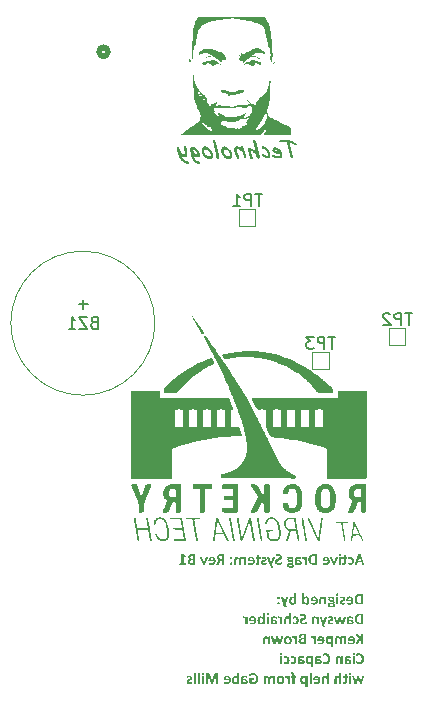
<source format=gbr>
%TF.GenerationSoftware,KiCad,Pcbnew,8.0.7*%
%TF.CreationDate,2025-01-08T02:29:51-05:00*%
%TF.ProjectId,active-drag-system-minimal,61637469-7665-42d6-9472-61672d737973,rev?*%
%TF.SameCoordinates,Original*%
%TF.FileFunction,Legend,Bot*%
%TF.FilePolarity,Positive*%
%FSLAX46Y46*%
G04 Gerber Fmt 4.6, Leading zero omitted, Abs format (unit mm)*
G04 Created by KiCad (PCBNEW 8.0.7) date 2025-01-08 02:29:51*
%MOMM*%
%LPD*%
G01*
G04 APERTURE LIST*
%ADD10C,0.250000*%
%ADD11C,0.200000*%
%ADD12C,0.150000*%
%ADD13C,0.508000*%
%ADD14C,0.120000*%
%ADD15C,0.000000*%
G04 APERTURE END LIST*
D10*
G36*
X156887309Y-112059010D02*
G01*
X156937299Y-112059979D01*
X156970516Y-112064863D01*
X156988101Y-112075854D01*
X156997627Y-112094417D01*
X157271667Y-112877704D01*
X157282170Y-112916050D01*
X157277285Y-112938032D01*
X157252616Y-112948046D01*
X157203035Y-112950000D01*
X157155408Y-112948778D01*
X157127320Y-112943649D01*
X157112909Y-112933391D01*
X157105582Y-112917271D01*
X157049162Y-112746789D01*
X156715526Y-112746789D01*
X156655687Y-112921912D01*
X156648848Y-112936322D01*
X156634438Y-112944870D01*
X156604640Y-112949023D01*
X156599458Y-112949252D01*
X156549930Y-112950000D01*
X156545773Y-112949993D01*
X156496929Y-112948290D01*
X156470307Y-112939497D01*
X156464689Y-112918004D01*
X156474947Y-112879169D01*
X156570826Y-112606106D01*
X156757292Y-112606106D01*
X157009351Y-112606106D01*
X156883810Y-112224354D01*
X156883077Y-112224354D01*
X156757292Y-112606106D01*
X156570826Y-112606106D01*
X156749720Y-112096615D01*
X156759734Y-112076099D01*
X156779030Y-112064863D01*
X156816399Y-112059979D01*
X156831176Y-112059506D01*
X156880879Y-112059002D01*
X156887309Y-112059010D01*
G37*
G36*
X155901709Y-112836671D02*
G01*
X155902686Y-112865736D01*
X155905373Y-112885275D01*
X155909525Y-112898220D01*
X155920272Y-112910432D01*
X155948604Y-112928262D01*
X155993789Y-112947069D01*
X156041794Y-112959170D01*
X156049232Y-112960502D01*
X156098782Y-112965451D01*
X156110537Y-112965631D01*
X156161393Y-112962540D01*
X156211370Y-112952214D01*
X156236078Y-112943649D01*
X156280416Y-112920441D01*
X156318117Y-112889286D01*
X156327669Y-112878925D01*
X156356527Y-112837925D01*
X156377212Y-112793408D01*
X156383600Y-112774633D01*
X156395061Y-112725815D01*
X156400919Y-112676720D01*
X156402407Y-112633461D01*
X156400591Y-112583793D01*
X156394313Y-112533275D01*
X156382228Y-112483380D01*
X156379448Y-112474947D01*
X156359653Y-112428018D01*
X156332394Y-112384543D01*
X156315212Y-112364305D01*
X156276243Y-112330185D01*
X156231571Y-112304760D01*
X156217759Y-112299092D01*
X156170104Y-112285334D01*
X156118821Y-112278590D01*
X156093928Y-112277843D01*
X156045149Y-112281855D01*
X156040195Y-112282728D01*
X155992052Y-112295401D01*
X155990614Y-112295917D01*
X155949581Y-112314724D01*
X155923691Y-112332798D01*
X155913189Y-112345498D01*
X155908304Y-112358932D01*
X155905373Y-112379448D01*
X155904396Y-112408757D01*
X155908911Y-112457972D01*
X155911235Y-112464933D01*
X155929064Y-112481053D01*
X155953977Y-112471284D01*
X155984752Y-112449790D01*
X156027494Y-112428297D01*
X156076078Y-112418766D01*
X156086601Y-112418527D01*
X156136014Y-112427113D01*
X156177688Y-112455563D01*
X156189672Y-112470551D01*
X156211401Y-112516404D01*
X156221849Y-112565057D01*
X156225296Y-112616961D01*
X156225331Y-112623203D01*
X156222849Y-112672574D01*
X156216538Y-112710642D01*
X156200072Y-112756924D01*
X156189916Y-112774145D01*
X156153981Y-112807968D01*
X156145952Y-112812247D01*
X156097283Y-112824501D01*
X156084403Y-112824947D01*
X156034797Y-112819133D01*
X156023098Y-112815422D01*
X155977913Y-112793684D01*
X155945673Y-112772191D01*
X155923691Y-112762421D01*
X155913433Y-112765840D01*
X155906838Y-112778053D01*
X155903175Y-112801011D01*
X155901709Y-112836671D01*
G37*
G36*
X155181926Y-112293475D02*
G01*
X155141870Y-112305687D01*
X155130390Y-112341102D01*
X155130390Y-112922889D01*
X155134542Y-112934856D01*
X155148464Y-112943161D01*
X155174842Y-112948290D01*
X155216364Y-112950000D01*
X155258618Y-112948290D01*
X155284996Y-112943161D01*
X155298674Y-112934856D01*
X155302826Y-112922889D01*
X155302826Y-112434159D01*
X155578332Y-112434159D01*
X155578332Y-112724075D01*
X155573386Y-112772796D01*
X155562700Y-112799790D01*
X155518348Y-112824333D01*
X155506280Y-112824947D01*
X155481612Y-112822505D01*
X155462072Y-112817131D01*
X155447418Y-112811514D01*
X155436915Y-112809071D01*
X155429099Y-112811514D01*
X155423237Y-112821284D01*
X155419330Y-112840334D01*
X155417620Y-112870865D01*
X155421039Y-112915317D01*
X155430809Y-112937299D01*
X155449371Y-112949511D01*
X155477704Y-112958060D01*
X155512875Y-112963677D01*
X155550976Y-112965631D01*
X155601872Y-112961909D01*
X155640369Y-112952442D01*
X155684162Y-112929456D01*
X155702651Y-112912630D01*
X155729454Y-112871052D01*
X155739043Y-112844487D01*
X155748191Y-112796425D01*
X155750767Y-112747034D01*
X155750767Y-112434159D01*
X155824040Y-112434159D01*
X155844068Y-112418039D01*
X155850880Y-112368465D01*
X155850907Y-112363817D01*
X155849197Y-112330111D01*
X155844068Y-112308374D01*
X155835519Y-112296894D01*
X155823551Y-112293475D01*
X155750767Y-112293475D01*
X155750767Y-112151570D01*
X155747103Y-112138625D01*
X155733182Y-112129099D01*
X155706559Y-112123482D01*
X155664794Y-112121528D01*
X155622784Y-112123482D01*
X155596406Y-112129099D01*
X155582484Y-112138625D01*
X155578332Y-112151570D01*
X155578332Y-112293475D01*
X155181926Y-112293475D01*
G37*
G36*
X155116468Y-112104431D02*
G01*
X155123192Y-112154646D01*
X155137718Y-112179169D01*
X155184252Y-112197682D01*
X155216852Y-112199685D01*
X155265701Y-112194740D01*
X155295498Y-112179902D01*
X155314167Y-112134709D01*
X155315771Y-112108094D01*
X155309125Y-112057802D01*
X155294766Y-112033112D01*
X155248221Y-112014158D01*
X155215387Y-112012107D01*
X155164621Y-112017828D01*
X155137229Y-112032379D01*
X155118111Y-112077797D01*
X155116468Y-112104431D01*
G37*
G36*
X154396685Y-112319853D02*
G01*
X154397173Y-112327913D01*
X154398394Y-112338415D01*
X154401081Y-112351605D01*
X154405722Y-112368457D01*
X154589637Y-112913607D01*
X154598918Y-112932170D01*
X154618213Y-112943405D01*
X154654605Y-112948778D01*
X154705629Y-112949980D01*
X154714689Y-112950000D01*
X154764958Y-112948871D01*
X154774040Y-112948290D01*
X154810188Y-112942672D01*
X154828995Y-112931437D01*
X154838276Y-112913607D01*
X155022435Y-112368457D01*
X155029030Y-112344277D01*
X155031716Y-112328646D01*
X155031960Y-112319853D01*
X155028297Y-112308129D01*
X155014863Y-112299581D01*
X154988485Y-112294940D01*
X154945987Y-112293475D01*
X154900802Y-112295184D01*
X154873691Y-112300069D01*
X154859525Y-112308862D01*
X154852686Y-112322540D01*
X154713224Y-112764863D01*
X154709071Y-112781716D01*
X154704919Y-112764863D01*
X154567655Y-112322540D01*
X154561304Y-112308862D01*
X154547138Y-112300069D01*
X154521249Y-112295184D01*
X154478995Y-112293475D01*
X154437473Y-112294940D01*
X154412561Y-112299581D01*
X154400104Y-112308129D01*
X154396685Y-112319853D01*
G37*
G36*
X154066103Y-112278989D02*
G01*
X154116226Y-112286281D01*
X154165875Y-112301779D01*
X154187056Y-112311511D01*
X154228705Y-112337780D01*
X154264549Y-112371144D01*
X154281364Y-112391978D01*
X154307693Y-112435754D01*
X154326343Y-112482030D01*
X154338441Y-112528769D01*
X154345517Y-112579317D01*
X154347592Y-112628576D01*
X154345988Y-112674942D01*
X154339673Y-112726941D01*
X154327320Y-112777808D01*
X154320472Y-112797122D01*
X154297868Y-112842371D01*
X154265771Y-112883077D01*
X154252383Y-112895540D01*
X154209694Y-112924978D01*
X154163189Y-112945115D01*
X154118478Y-112956795D01*
X154068977Y-112963627D01*
X154019818Y-112965631D01*
X153983992Y-112964583D01*
X153934822Y-112959281D01*
X153913024Y-112955672D01*
X153863991Y-112944870D01*
X153860158Y-112943801D01*
X153813189Y-112927529D01*
X153788764Y-112914096D01*
X153781437Y-112904570D01*
X153777529Y-112892114D01*
X153775331Y-112874284D01*
X153774598Y-112849127D01*
X153775575Y-112821528D01*
X153779483Y-112804431D01*
X153786322Y-112796127D01*
X153796580Y-112793684D01*
X153823447Y-112801011D01*
X153864968Y-112817131D01*
X153876418Y-112820908D01*
X153924563Y-112833251D01*
X153954200Y-112837996D01*
X154004187Y-112840579D01*
X154030753Y-112839434D01*
X154080635Y-112828855D01*
X154092221Y-112824081D01*
X154132903Y-112794661D01*
X154141246Y-112784374D01*
X154162456Y-112740195D01*
X154167350Y-112719353D01*
X154171737Y-112668632D01*
X153798778Y-112668632D01*
X153759944Y-112653489D01*
X153745778Y-112606594D01*
X153745778Y-112578995D01*
X153746179Y-112559211D01*
X153913328Y-112559211D01*
X154171737Y-112559211D01*
X154170939Y-112547167D01*
X154161723Y-112498150D01*
X154160054Y-112492859D01*
X154137055Y-112448569D01*
X154135007Y-112445978D01*
X154096510Y-112415352D01*
X154088669Y-112411763D01*
X154039113Y-112402896D01*
X154031094Y-112403059D01*
X153982388Y-112413337D01*
X153942637Y-112444661D01*
X153932081Y-112461339D01*
X153916534Y-112508870D01*
X153913328Y-112559211D01*
X153746179Y-112559211D01*
X153746183Y-112559001D01*
X153751033Y-112509194D01*
X153762386Y-112459071D01*
X153764505Y-112452230D01*
X153785081Y-112404627D01*
X153813921Y-112363572D01*
X153820644Y-112356171D01*
X153859474Y-112323799D01*
X153903558Y-112300558D01*
X153935973Y-112289578D01*
X153984722Y-112280527D01*
X154034961Y-112277843D01*
X154066103Y-112278989D01*
G37*
G36*
X153265108Y-112072435D02*
G01*
X153280495Y-112116154D01*
X153280495Y-112892847D01*
X153265108Y-112936566D01*
X153227006Y-112950000D01*
X153014759Y-112950000D01*
X152964606Y-112948772D01*
X152911125Y-112944365D01*
X152861734Y-112936751D01*
X152811060Y-112924354D01*
X152800476Y-112921003D01*
X152750587Y-112900815D01*
X152705755Y-112874902D01*
X152665980Y-112843265D01*
X152655005Y-112832637D01*
X152621956Y-112793176D01*
X152594345Y-112747514D01*
X152574145Y-112701116D01*
X152558678Y-112649268D01*
X152549179Y-112598477D01*
X152543680Y-112543259D01*
X152542351Y-112498150D01*
X152728995Y-112498150D01*
X152729801Y-112531207D01*
X152734936Y-112583580D01*
X152745847Y-112634193D01*
X152749158Y-112644925D01*
X152768579Y-112690580D01*
X152796650Y-112731402D01*
X152798788Y-112733825D01*
X152837547Y-112767409D01*
X152881646Y-112790020D01*
X152904994Y-112797539D01*
X152954309Y-112806602D01*
X153006699Y-112809316D01*
X153100732Y-112809316D01*
X153100732Y-112199685D01*
X153009385Y-112199685D01*
X152974490Y-112200761D01*
X152921848Y-112207607D01*
X152875052Y-112222156D01*
X152871865Y-112223578D01*
X152828463Y-112249084D01*
X152791277Y-112284926D01*
X152787256Y-112289991D01*
X152761603Y-112331690D01*
X152743893Y-112379937D01*
X152739601Y-112397248D01*
X152731454Y-112448005D01*
X152728995Y-112498150D01*
X152542351Y-112498150D01*
X152542149Y-112491311D01*
X152543188Y-112452463D01*
X152547806Y-112403469D01*
X152557416Y-112352183D01*
X152571702Y-112304954D01*
X152575502Y-112294980D01*
X152597680Y-112248145D01*
X152625152Y-112206366D01*
X152657920Y-112169644D01*
X152665105Y-112162880D01*
X152704093Y-112132240D01*
X152748186Y-112106895D01*
X152797383Y-112086845D01*
X152846797Y-112073386D01*
X152895489Y-112065120D01*
X152948669Y-112060334D01*
X152998883Y-112059002D01*
X153227006Y-112059002D01*
X153265108Y-112072435D01*
G37*
G36*
X152015073Y-112370655D02*
G01*
X152016538Y-112409734D01*
X152020690Y-112433670D01*
X152027773Y-112445882D01*
X152039009Y-112449302D01*
X152051465Y-112446859D01*
X152067096Y-112441730D01*
X152085903Y-112436601D01*
X152108618Y-112434159D01*
X152137438Y-112440265D01*
X152167236Y-112459560D01*
X152199476Y-112494242D01*
X152228474Y-112535941D01*
X152235624Y-112547487D01*
X152235624Y-112922889D01*
X152239776Y-112934856D01*
X152253942Y-112943405D01*
X152280321Y-112948290D01*
X152322330Y-112950000D01*
X152364340Y-112948290D01*
X152390718Y-112943405D01*
X152404640Y-112934856D01*
X152408792Y-112922889D01*
X152408792Y-112320586D01*
X152405373Y-112308618D01*
X152393161Y-112300314D01*
X152369958Y-112295184D01*
X152334542Y-112293475D01*
X152298150Y-112295184D01*
X152275924Y-112300314D01*
X152264445Y-112308862D01*
X152261025Y-112320586D01*
X152261025Y-112395568D01*
X152230767Y-112354986D01*
X152215840Y-112337927D01*
X152178890Y-112304338D01*
X152175296Y-112301779D01*
X152136706Y-112283217D01*
X152098115Y-112277843D01*
X152079064Y-112278820D01*
X152057571Y-112282240D01*
X152038520Y-112287613D01*
X152026552Y-112293963D01*
X152020935Y-112301046D01*
X152018004Y-112312037D01*
X152015806Y-112332798D01*
X152015073Y-112370655D01*
G37*
G36*
X151717815Y-112278478D02*
G01*
X151768876Y-112283217D01*
X151789845Y-112286372D01*
X151839218Y-112296894D01*
X151849096Y-112299525D01*
X151895638Y-112314968D01*
X151929344Y-112335240D01*
X151942288Y-112358443D01*
X151945708Y-112393370D01*
X151943754Y-112423412D01*
X151937892Y-112446127D01*
X151928122Y-112460537D01*
X151914689Y-112465422D01*
X151886357Y-112455652D01*
X151842637Y-112434159D01*
X151829082Y-112428419D01*
X151782554Y-112412665D01*
X151755786Y-112406712D01*
X151705373Y-112402896D01*
X151699285Y-112402958D01*
X151650174Y-112409979D01*
X151614515Y-112431960D01*
X151595219Y-112469085D01*
X151594509Y-112471893D01*
X151589357Y-112521109D01*
X151589357Y-112559211D01*
X151649197Y-112559211D01*
X151693519Y-112560196D01*
X151743440Y-112564077D01*
X151792568Y-112571667D01*
X151800213Y-112573246D01*
X151849293Y-112587238D01*
X151895882Y-112609525D01*
X151928286Y-112634583D01*
X151958408Y-112674494D01*
X151974162Y-112717358D01*
X151979413Y-112767306D01*
X151976713Y-112805219D01*
X151963049Y-112853524D01*
X151950072Y-112877465D01*
X151916643Y-112915317D01*
X151892600Y-112932284D01*
X151845812Y-112952930D01*
X151805802Y-112962047D01*
X151756175Y-112965631D01*
X151745187Y-112965414D01*
X151696407Y-112958669D01*
X151648709Y-112940963D01*
X151642705Y-112937817D01*
X151600290Y-112910272D01*
X151562491Y-112875750D01*
X151562491Y-112924598D01*
X151556629Y-112939741D01*
X151536845Y-112947557D01*
X151491660Y-112950000D01*
X151448185Y-112947801D01*
X151426448Y-112939986D01*
X151419609Y-112924842D01*
X151419609Y-112769993D01*
X151589357Y-112769993D01*
X151610903Y-112791874D01*
X151651395Y-112822749D01*
X151669032Y-112831368D01*
X151718318Y-112840579D01*
X151741148Y-112838898D01*
X151785973Y-112819330D01*
X151796659Y-112807606D01*
X151810397Y-112760711D01*
X151801849Y-112721632D01*
X151774738Y-112692568D01*
X151773567Y-112691826D01*
X151726622Y-112674738D01*
X151704861Y-112671261D01*
X151655303Y-112668632D01*
X151589357Y-112668632D01*
X151589357Y-112769993D01*
X151419609Y-112769993D01*
X151419609Y-112516957D01*
X151419668Y-112509208D01*
X151423394Y-112458705D01*
X151434752Y-112409002D01*
X151451415Y-112372430D01*
X151482868Y-112334752D01*
X151520420Y-112309473D01*
X151567131Y-112291765D01*
X151590469Y-112286340D01*
X151639145Y-112279801D01*
X151690230Y-112277843D01*
X151717815Y-112278478D01*
G37*
G36*
X151027193Y-112277858D02*
G01*
X151077547Y-112281629D01*
X151126762Y-112292986D01*
X151165103Y-112308808D01*
X151207117Y-112336706D01*
X151233638Y-112363974D01*
X151259630Y-112406315D01*
X151273735Y-112450401D01*
X151278436Y-112500104D01*
X151276410Y-112534508D01*
X151264026Y-112581926D01*
X151256226Y-112597817D01*
X151225680Y-112638346D01*
X151244560Y-112658128D01*
X151273551Y-112700383D01*
X151284863Y-112727242D01*
X151292114Y-112776587D01*
X151291343Y-112790969D01*
X151275994Y-112838136D01*
X151268299Y-112849769D01*
X151230321Y-112882344D01*
X151268178Y-112915317D01*
X151296022Y-112951221D01*
X151313119Y-112990788D01*
X151318981Y-113034019D01*
X151317706Y-113054026D01*
X151302861Y-113100942D01*
X151289498Y-113120921D01*
X151251325Y-113153454D01*
X151208113Y-113174052D01*
X151160711Y-113187648D01*
X151127728Y-113193669D01*
X151078160Y-113198632D01*
X151027110Y-113200104D01*
X150983514Y-113198732D01*
X150934584Y-113193330D01*
X150886671Y-113182763D01*
X150879210Y-113180576D01*
X150831472Y-113162491D01*
X150786531Y-113135868D01*
X150755530Y-113107738D01*
X150726936Y-113065526D01*
X150713245Y-113029235D01*
X150707687Y-112985659D01*
X150880076Y-112985659D01*
X150886915Y-113018632D01*
X150910362Y-113046964D01*
X150953593Y-113067236D01*
X150969573Y-113071014D01*
X151019539Y-113075052D01*
X151069421Y-113071733D01*
X151117480Y-113057711D01*
X151129267Y-113050641D01*
X151152163Y-113006908D01*
X151150209Y-112986147D01*
X151141416Y-112965387D01*
X151124319Y-112943161D01*
X151095743Y-112918736D01*
X150972889Y-112922156D01*
X150952326Y-112923698D01*
X150904745Y-112939497D01*
X150901758Y-112941538D01*
X150880076Y-112985659D01*
X150707687Y-112985659D01*
X150706908Y-112979553D01*
X150708363Y-112954485D01*
X150721807Y-112905547D01*
X150731093Y-112888028D01*
X150764305Y-112850104D01*
X150787043Y-112834179D01*
X150833182Y-112814200D01*
X150876779Y-112804003D01*
X150925994Y-112799302D01*
X151075226Y-112793684D01*
X151077182Y-112793581D01*
X151124319Y-112778785D01*
X151141660Y-112743859D01*
X151135310Y-112714794D01*
X151120411Y-112692079D01*
X151079378Y-112708443D01*
X151072620Y-112710103D01*
X151022958Y-112715526D01*
X151019366Y-112715512D01*
X150967943Y-112711924D01*
X150918178Y-112701116D01*
X150879596Y-112685936D01*
X150837822Y-112658862D01*
X150813215Y-112634143D01*
X150786531Y-112590474D01*
X150773159Y-112546816D01*
X150768702Y-112497418D01*
X150768778Y-112496929D01*
X150920621Y-112496929D01*
X150927215Y-112532588D01*
X150946266Y-112562630D01*
X150978262Y-112583147D01*
X151023691Y-112590474D01*
X151054625Y-112587588D01*
X151099895Y-112566050D01*
X151115469Y-112547151D01*
X151127250Y-112499371D01*
X151121144Y-112462735D01*
X151102337Y-112431716D01*
X151070341Y-112410711D01*
X151025645Y-112402896D01*
X150993906Y-112405839D01*
X150948220Y-112427808D01*
X150931402Y-112449092D01*
X150920621Y-112496929D01*
X150768778Y-112496929D01*
X150775296Y-112455163D01*
X150797034Y-112418527D01*
X150724738Y-112418527D01*
X150706175Y-112403384D01*
X150698604Y-112356734D01*
X150705931Y-112308129D01*
X150724738Y-112293475D01*
X150919155Y-112293475D01*
X150920579Y-112293020D01*
X150968492Y-112281995D01*
X150973460Y-112281253D01*
X151023691Y-112277843D01*
X151027193Y-112277858D01*
G37*
G36*
X149733845Y-112682798D02*
G01*
X149737520Y-112732967D01*
X149749795Y-112781890D01*
X149759979Y-112805896D01*
X149786399Y-112848906D01*
X149819925Y-112885184D01*
X149830809Y-112894312D01*
X149872650Y-112921981D01*
X149920381Y-112943012D01*
X149935101Y-112947801D01*
X149985050Y-112959345D01*
X150037661Y-112965004D01*
X150062840Y-112965631D01*
X150112685Y-112963235D01*
X150148569Y-112958060D01*
X150196289Y-112946754D01*
X150218178Y-112939741D01*
X150263512Y-112920187D01*
X150268736Y-112917271D01*
X150298046Y-112896510D01*
X150310746Y-112870621D01*
X150314410Y-112822260D01*
X150313189Y-112786601D01*
X150308548Y-112763398D01*
X150300244Y-112750697D01*
X150288276Y-112746789D01*
X150261165Y-112759002D01*
X150217924Y-112784955D01*
X150216224Y-112785868D01*
X150171124Y-112805672D01*
X150150523Y-112812735D01*
X150101058Y-112822932D01*
X150062351Y-112824947D01*
X150013285Y-112819465D01*
X150003244Y-112816643D01*
X149959036Y-112793440D01*
X149931193Y-112756071D01*
X149921433Y-112707950D01*
X149921423Y-112706245D01*
X149935063Y-112658372D01*
X149938032Y-112654221D01*
X149974523Y-112619921D01*
X149981018Y-112615631D01*
X150024707Y-112591588D01*
X150041102Y-112584124D01*
X150086072Y-112563938D01*
X150110467Y-112552861D01*
X150154278Y-112530383D01*
X150179832Y-112515247D01*
X150218987Y-112485747D01*
X150239916Y-112464933D01*
X150269072Y-112424194D01*
X150282903Y-112395812D01*
X150296135Y-112345804D01*
X150299267Y-112300069D01*
X150295357Y-112250656D01*
X150282400Y-112203212D01*
X150275575Y-112187718D01*
X150249769Y-112145800D01*
X150214315Y-112109133D01*
X150211828Y-112107117D01*
X150167986Y-112079152D01*
X150120452Y-112060254D01*
X150117062Y-112059246D01*
X150067928Y-112048393D01*
X150016269Y-112043618D01*
X150001046Y-112043370D01*
X149951816Y-112046501D01*
X149938032Y-112048499D01*
X149889338Y-112058856D01*
X149878925Y-112061933D01*
X149832757Y-112079893D01*
X149830076Y-112081228D01*
X149801988Y-112098813D01*
X149792707Y-112110781D01*
X149788555Y-112123482D01*
X149786113Y-112143265D01*
X149785380Y-112173063D01*
X149786357Y-112206769D01*
X149789776Y-112229483D01*
X149796859Y-112242428D01*
X149808827Y-112246580D01*
X149833007Y-112236810D01*
X149873307Y-112215073D01*
X149919263Y-112196854D01*
X149928995Y-112193824D01*
X149977567Y-112184827D01*
X149998360Y-112184054D01*
X150047118Y-112190494D01*
X150049895Y-112191381D01*
X150086775Y-112211409D01*
X150108757Y-112242184D01*
X150115840Y-112280041D01*
X150102601Y-112327188D01*
X150099720Y-112331332D01*
X150063095Y-112365633D01*
X150056489Y-112369923D01*
X150011701Y-112394103D01*
X149994940Y-112401674D01*
X149949214Y-112421750D01*
X149924842Y-112432937D01*
X149880745Y-112455205D01*
X149854745Y-112470307D01*
X149814750Y-112499807D01*
X149793684Y-112520621D01*
X149764203Y-112561264D01*
X149750453Y-112589497D01*
X149737024Y-112638493D01*
X149733845Y-112682798D01*
G37*
G36*
X149274180Y-112950000D02*
G01*
X149348185Y-113167620D01*
X149381891Y-113192533D01*
X149431626Y-113199365D01*
X149462247Y-113200104D01*
X149506454Y-113197662D01*
X149531123Y-113189602D01*
X149539916Y-113175924D01*
X149535764Y-113155896D01*
X149453942Y-112950000D01*
X149470307Y-112937543D01*
X149480809Y-112919469D01*
X149691835Y-112362107D01*
X149700628Y-112325959D01*
X149692568Y-112306175D01*
X149664724Y-112296161D01*
X149614718Y-112293477D01*
X149612700Y-112293475D01*
X149566294Y-112294452D01*
X149539427Y-112299581D01*
X149525017Y-112312281D01*
X149515247Y-112336217D01*
X149370900Y-112742149D01*
X149368946Y-112742149D01*
X149237055Y-112328157D01*
X149226552Y-112304710D01*
X149204815Y-112296161D01*
X149154158Y-112293477D01*
X149151814Y-112293475D01*
X149102721Y-112296161D01*
X149073900Y-112306420D01*
X149064619Y-112326448D01*
X149069993Y-112356001D01*
X149274180Y-112950000D01*
G37*
G36*
X148544138Y-112754361D02*
G01*
X148549023Y-112803271D01*
X148563677Y-112845952D01*
X148592649Y-112888461D01*
X148619120Y-112912386D01*
X148663410Y-112938086D01*
X148703628Y-112952198D01*
X148754370Y-112962273D01*
X148805822Y-112965618D01*
X148809385Y-112965631D01*
X148859257Y-112962471D01*
X148875087Y-112960013D01*
X148923148Y-112948447D01*
X148931018Y-112945847D01*
X148972295Y-112928018D01*
X148996231Y-112911165D01*
X149007955Y-112887718D01*
X149012107Y-112841556D01*
X149010886Y-112809560D01*
X149006734Y-112790265D01*
X148999651Y-112780495D01*
X148989392Y-112778053D01*
X148967166Y-112787822D01*
X148930286Y-112809071D01*
X148884626Y-112828674D01*
X148879239Y-112830565D01*
X148830879Y-112839953D01*
X148812805Y-112840579D01*
X148771284Y-112835938D01*
X148739532Y-112822260D01*
X148719260Y-112799546D01*
X148712421Y-112768039D01*
X148725122Y-112732868D01*
X148758827Y-112707222D01*
X148804796Y-112687302D01*
X148806454Y-112686706D01*
X148853738Y-112668540D01*
X148860676Y-112665701D01*
X148904881Y-112644393D01*
X148914898Y-112638834D01*
X148955586Y-112608585D01*
X148962281Y-112601953D01*
X148990932Y-112560428D01*
X148995987Y-112549197D01*
X149007447Y-112501110D01*
X149008688Y-112475436D01*
X149002660Y-112426016D01*
X148991591Y-112395080D01*
X148964094Y-112353482D01*
X148942009Y-112332554D01*
X148898730Y-112305856D01*
X148863363Y-112292254D01*
X148814148Y-112281446D01*
X148762907Y-112277857D01*
X148759316Y-112277843D01*
X148710188Y-112281209D01*
X148703384Y-112282240D01*
X148655426Y-112292347D01*
X148654047Y-112292742D01*
X148617166Y-112306664D01*
X148595429Y-112319364D01*
X148586147Y-112330111D01*
X148581995Y-112342812D01*
X148579553Y-112361130D01*
X148578576Y-112387997D01*
X148579553Y-112419016D01*
X148582972Y-112437822D01*
X148589567Y-112447348D01*
X148599092Y-112449790D01*
X148618632Y-112442463D01*
X148651116Y-112426343D01*
X148696545Y-112410467D01*
X148745038Y-112403080D01*
X148755163Y-112402896D01*
X148795708Y-112407536D01*
X148823796Y-112420481D01*
X148840404Y-112440265D01*
X148845778Y-112464445D01*
X148832833Y-112500104D01*
X148798394Y-112525261D01*
X148753400Y-112544581D01*
X148750034Y-112545778D01*
X148703699Y-112563243D01*
X148695080Y-112566782D01*
X148650317Y-112587619D01*
X148640125Y-112593161D01*
X148599704Y-112622047D01*
X148591521Y-112630041D01*
X148562473Y-112671170D01*
X148557327Y-112682309D01*
X148545181Y-112731776D01*
X148544138Y-112754361D01*
G37*
G36*
X148070795Y-112870865D02*
G01*
X148074703Y-112916050D01*
X148084717Y-112938032D01*
X148102791Y-112949511D01*
X148130879Y-112958060D01*
X148166050Y-112963677D01*
X148204152Y-112965631D01*
X148255048Y-112961909D01*
X148293545Y-112952442D01*
X148337337Y-112929456D01*
X148355826Y-112912630D01*
X148382629Y-112871052D01*
X148392219Y-112844487D01*
X148401366Y-112796425D01*
X148403942Y-112747034D01*
X148403942Y-112434159D01*
X148477215Y-112434159D01*
X148497243Y-112418039D01*
X148504055Y-112368465D01*
X148504082Y-112363817D01*
X148502372Y-112330111D01*
X148497243Y-112308374D01*
X148488695Y-112296894D01*
X148476727Y-112293475D01*
X148403942Y-112293475D01*
X148403942Y-112151570D01*
X148400279Y-112138625D01*
X148386357Y-112129099D01*
X148359734Y-112123482D01*
X148317969Y-112121528D01*
X148275959Y-112123482D01*
X148249581Y-112129099D01*
X148235659Y-112138625D01*
X148231507Y-112151570D01*
X148231507Y-112293475D01*
X148098150Y-112293475D01*
X148086182Y-112296894D01*
X148077634Y-112308374D01*
X148072505Y-112330111D01*
X148070795Y-112363817D01*
X148076031Y-112413612D01*
X148077634Y-112418039D01*
X148097662Y-112434159D01*
X148231507Y-112434159D01*
X148231507Y-112724075D01*
X148226561Y-112772796D01*
X148215875Y-112799790D01*
X148171523Y-112824333D01*
X148159455Y-112824947D01*
X148134787Y-112822505D01*
X148115247Y-112817131D01*
X148100593Y-112811514D01*
X148090090Y-112809071D01*
X148082274Y-112811514D01*
X148076413Y-112821284D01*
X148072505Y-112840334D01*
X148070795Y-112870865D01*
G37*
G36*
X147719697Y-112278989D02*
G01*
X147769820Y-112286281D01*
X147819469Y-112301779D01*
X147840650Y-112311511D01*
X147882299Y-112337780D01*
X147918143Y-112371144D01*
X147934958Y-112391978D01*
X147961286Y-112435754D01*
X147979937Y-112482030D01*
X147992035Y-112528769D01*
X147999111Y-112579317D01*
X148001186Y-112628576D01*
X147999582Y-112674942D01*
X147993267Y-112726941D01*
X147980914Y-112777808D01*
X147974066Y-112797122D01*
X147951461Y-112842371D01*
X147919364Y-112883077D01*
X147905976Y-112895540D01*
X147863287Y-112924978D01*
X147816782Y-112945115D01*
X147772072Y-112956795D01*
X147722571Y-112963627D01*
X147673412Y-112965631D01*
X147637586Y-112964583D01*
X147588415Y-112959281D01*
X147566618Y-112955672D01*
X147517585Y-112944870D01*
X147513752Y-112943801D01*
X147466782Y-112927529D01*
X147442358Y-112914096D01*
X147435031Y-112904570D01*
X147431123Y-112892114D01*
X147428925Y-112874284D01*
X147428192Y-112849127D01*
X147429169Y-112821528D01*
X147433077Y-112804431D01*
X147439916Y-112796127D01*
X147450174Y-112793684D01*
X147477041Y-112801011D01*
X147518562Y-112817131D01*
X147530012Y-112820908D01*
X147578157Y-112833251D01*
X147607794Y-112837996D01*
X147657780Y-112840579D01*
X147684347Y-112839434D01*
X147734228Y-112828855D01*
X147745815Y-112824081D01*
X147786496Y-112794661D01*
X147794839Y-112784374D01*
X147816050Y-112740195D01*
X147820944Y-112719353D01*
X147825331Y-112668632D01*
X147452372Y-112668632D01*
X147413538Y-112653489D01*
X147399371Y-112606594D01*
X147399371Y-112578995D01*
X147399773Y-112559211D01*
X147566922Y-112559211D01*
X147825331Y-112559211D01*
X147824532Y-112547167D01*
X147815317Y-112498150D01*
X147813648Y-112492859D01*
X147790648Y-112448569D01*
X147788601Y-112445978D01*
X147750104Y-112415352D01*
X147742263Y-112411763D01*
X147692707Y-112402896D01*
X147684688Y-112403059D01*
X147635982Y-112413337D01*
X147596231Y-112444661D01*
X147585675Y-112461339D01*
X147570128Y-112508870D01*
X147566922Y-112559211D01*
X147399773Y-112559211D01*
X147399777Y-112559001D01*
X147404626Y-112509194D01*
X147415980Y-112459071D01*
X147418099Y-112452230D01*
X147438675Y-112404627D01*
X147467515Y-112363572D01*
X147474238Y-112356171D01*
X147513067Y-112323799D01*
X147557152Y-112300558D01*
X147589567Y-112289578D01*
X147638316Y-112280527D01*
X147688555Y-112277843D01*
X147719697Y-112278989D01*
G37*
G36*
X146286357Y-112922889D02*
G01*
X146290509Y-112934856D01*
X146304431Y-112943161D01*
X146330565Y-112948290D01*
X146372330Y-112950000D01*
X146414829Y-112948290D01*
X146441207Y-112943405D01*
X146455129Y-112935101D01*
X146458792Y-112923133D01*
X146458792Y-112568736D01*
X146463606Y-112518699D01*
X146464654Y-112514026D01*
X146482484Y-112471528D01*
X146512770Y-112443928D01*
X146556245Y-112434159D01*
X146605010Y-112448470D01*
X146618771Y-112457606D01*
X146655994Y-112490785D01*
X146687404Y-112525994D01*
X146687404Y-112923133D01*
X146691556Y-112935101D01*
X146705722Y-112943405D01*
X146732100Y-112948290D01*
X146773377Y-112950000D01*
X146815387Y-112948290D01*
X146841765Y-112943405D01*
X146855687Y-112935101D01*
X146859839Y-112923133D01*
X146859839Y-112568736D01*
X146864653Y-112518699D01*
X146865701Y-112514026D01*
X146883286Y-112471528D01*
X146913328Y-112443928D01*
X146956803Y-112434159D01*
X147004202Y-112447348D01*
X147020062Y-112457606D01*
X147057054Y-112490785D01*
X147087962Y-112525994D01*
X147087962Y-112923133D01*
X147092114Y-112935101D01*
X147106280Y-112943405D01*
X147132658Y-112948290D01*
X147174668Y-112950000D01*
X147216678Y-112948290D01*
X147243056Y-112943405D01*
X147256978Y-112934856D01*
X147261130Y-112922889D01*
X147261130Y-112320586D01*
X147257711Y-112308618D01*
X147245498Y-112300314D01*
X147222295Y-112295184D01*
X147186880Y-112293475D01*
X147150488Y-112295184D01*
X147128262Y-112300314D01*
X147116782Y-112308618D01*
X147113363Y-112320341D01*
X147113363Y-112389951D01*
X147078494Y-112354788D01*
X147040587Y-112323933D01*
X147012247Y-112305931D01*
X146967167Y-112286730D01*
X146916999Y-112278090D01*
X146906734Y-112277843D01*
X146856225Y-112282007D01*
X146838590Y-112285903D01*
X146792177Y-112304547D01*
X146784612Y-112309106D01*
X146747087Y-112341326D01*
X146743824Y-112345254D01*
X146717248Y-112387337D01*
X146715003Y-112392149D01*
X146679305Y-112356295D01*
X146661025Y-112340369D01*
X146620257Y-112311324D01*
X146609002Y-112304954D01*
X146562277Y-112285981D01*
X146557466Y-112284682D01*
X146508064Y-112277870D01*
X146504710Y-112277843D01*
X146454975Y-112281770D01*
X146407180Y-112295875D01*
X146401884Y-112298360D01*
X146359800Y-112325880D01*
X146334228Y-112353803D01*
X146309817Y-112396882D01*
X146297348Y-112435624D01*
X146289105Y-112483862D01*
X146286357Y-112534787D01*
X146286357Y-112922889D01*
G37*
G36*
X145905826Y-112396545D02*
G01*
X145910711Y-112443440D01*
X145926831Y-112474459D01*
X145956629Y-112491800D01*
X146003279Y-112496685D01*
X146050174Y-112491800D01*
X146079972Y-112474459D01*
X146095359Y-112443440D01*
X146099511Y-112396545D01*
X146095359Y-112347941D01*
X146079972Y-112316434D01*
X146050174Y-112298848D01*
X146003279Y-112293475D01*
X145956629Y-112298848D01*
X145926831Y-112316434D01*
X145910711Y-112347941D01*
X145905826Y-112396545D01*
G37*
G36*
X145905826Y-112849127D02*
G01*
X145910711Y-112896510D01*
X145926831Y-112927773D01*
X145956629Y-112945115D01*
X146003279Y-112950000D01*
X146050174Y-112945115D01*
X146079972Y-112927773D01*
X146095359Y-112896510D01*
X146099511Y-112849127D01*
X146095359Y-112801011D01*
X146079972Y-112769016D01*
X146050174Y-112751919D01*
X146003279Y-112746789D01*
X145956629Y-112751919D01*
X145926831Y-112769016D01*
X145910711Y-112801011D01*
X145905826Y-112849127D01*
G37*
G36*
X145394626Y-112072435D02*
G01*
X145410013Y-112115910D01*
X145410013Y-112921179D01*
X145405861Y-112933635D01*
X145391451Y-112942428D01*
X145363852Y-112948046D01*
X145320132Y-112950000D01*
X145276168Y-112948046D01*
X145248813Y-112942672D01*
X145234159Y-112933879D01*
X145229518Y-112921667D01*
X145229518Y-112590474D01*
X145173098Y-112590474D01*
X145171303Y-112590483D01*
X145122295Y-112599267D01*
X145083461Y-112625157D01*
X145081367Y-112627327D01*
X145052930Y-112667899D01*
X145045939Y-112681073D01*
X145024598Y-112726273D01*
X144944975Y-112920446D01*
X144938136Y-112934368D01*
X144923970Y-112943649D01*
X144896859Y-112948778D01*
X144850942Y-112950000D01*
X144846694Y-112949995D01*
X144796720Y-112948778D01*
X144766434Y-112943893D01*
X144753489Y-112935589D01*
X144750558Y-112922889D01*
X144753977Y-112904326D01*
X144767655Y-112866713D01*
X144842637Y-112694033D01*
X144847600Y-112682624D01*
X144869504Y-112638346D01*
X144871221Y-112635283D01*
X144898813Y-112594382D01*
X144931786Y-112561653D01*
X144969155Y-112538450D01*
X144939468Y-112527391D01*
X144895638Y-112503768D01*
X144876490Y-112489595D01*
X144841416Y-112453210D01*
X144827573Y-112432275D01*
X144808199Y-112387020D01*
X144800767Y-112355566D01*
X144798165Y-112323028D01*
X144983565Y-112323028D01*
X144983604Y-112326579D01*
X144993335Y-112374808D01*
X145022156Y-112414863D01*
X145025816Y-112417913D01*
X145070272Y-112440753D01*
X145087237Y-112445122D01*
X145137438Y-112449790D01*
X145229518Y-112449790D01*
X145229518Y-112199685D01*
X145148429Y-112199685D01*
X145100069Y-112201884D01*
X145068806Y-112207257D01*
X145042917Y-112216631D01*
X145003593Y-112249511D01*
X144991389Y-112273817D01*
X144983565Y-112323028D01*
X144798165Y-112323028D01*
X144796720Y-112304954D01*
X144799758Y-112260656D01*
X144812595Y-112210432D01*
X144827674Y-112178749D01*
X144858269Y-112139113D01*
X144886866Y-112114857D01*
X144931053Y-112090265D01*
X144979569Y-112073453D01*
X145027529Y-112063886D01*
X145068806Y-112060467D01*
X145076138Y-112060045D01*
X145126448Y-112059002D01*
X145356524Y-112059002D01*
X145394626Y-112072435D01*
G37*
G36*
X144407764Y-112278989D02*
G01*
X144457887Y-112286281D01*
X144507536Y-112301779D01*
X144528717Y-112311511D01*
X144570366Y-112337780D01*
X144606210Y-112371144D01*
X144623025Y-112391978D01*
X144649353Y-112435754D01*
X144668004Y-112482030D01*
X144680102Y-112528769D01*
X144687178Y-112579317D01*
X144689253Y-112628576D01*
X144687649Y-112674942D01*
X144681334Y-112726941D01*
X144668981Y-112777808D01*
X144662133Y-112797122D01*
X144639528Y-112842371D01*
X144607431Y-112883077D01*
X144594043Y-112895540D01*
X144551354Y-112924978D01*
X144504849Y-112945115D01*
X144460139Y-112956795D01*
X144410638Y-112963627D01*
X144361479Y-112965631D01*
X144325653Y-112964583D01*
X144276482Y-112959281D01*
X144254685Y-112955672D01*
X144205652Y-112944870D01*
X144201819Y-112943801D01*
X144154849Y-112927529D01*
X144130425Y-112914096D01*
X144123098Y-112904570D01*
X144119190Y-112892114D01*
X144116992Y-112874284D01*
X144116259Y-112849127D01*
X144117236Y-112821528D01*
X144121144Y-112804431D01*
X144127983Y-112796127D01*
X144138241Y-112793684D01*
X144165108Y-112801011D01*
X144206629Y-112817131D01*
X144218079Y-112820908D01*
X144266224Y-112833251D01*
X144295861Y-112837996D01*
X144345847Y-112840579D01*
X144372414Y-112839434D01*
X144422295Y-112828855D01*
X144433882Y-112824081D01*
X144474563Y-112794661D01*
X144482906Y-112784374D01*
X144504117Y-112740195D01*
X144509011Y-112719353D01*
X144513398Y-112668632D01*
X144140439Y-112668632D01*
X144101605Y-112653489D01*
X144087438Y-112606594D01*
X144087438Y-112578995D01*
X144087840Y-112559211D01*
X144254989Y-112559211D01*
X144513398Y-112559211D01*
X144512599Y-112547167D01*
X144503384Y-112498150D01*
X144501715Y-112492859D01*
X144478715Y-112448569D01*
X144476668Y-112445978D01*
X144438171Y-112415352D01*
X144430330Y-112411763D01*
X144380774Y-112402896D01*
X144372755Y-112403059D01*
X144324049Y-112413337D01*
X144284298Y-112444661D01*
X144273742Y-112461339D01*
X144258195Y-112508870D01*
X144254989Y-112559211D01*
X144087840Y-112559211D01*
X144087844Y-112559001D01*
X144092693Y-112509194D01*
X144104047Y-112459071D01*
X144106166Y-112452230D01*
X144126742Y-112404627D01*
X144155582Y-112363572D01*
X144162305Y-112356171D01*
X144201134Y-112323799D01*
X144245219Y-112300558D01*
X144277634Y-112289578D01*
X144326383Y-112280527D01*
X144376622Y-112277843D01*
X144407764Y-112278989D01*
G37*
G36*
X143392079Y-112319853D02*
G01*
X143392568Y-112327913D01*
X143393789Y-112338415D01*
X143396475Y-112351605D01*
X143401116Y-112368457D01*
X143585031Y-112913607D01*
X143594312Y-112932170D01*
X143613607Y-112943405D01*
X143650000Y-112948778D01*
X143701023Y-112949980D01*
X143710083Y-112950000D01*
X143760352Y-112948871D01*
X143769434Y-112948290D01*
X143805582Y-112942672D01*
X143824389Y-112931437D01*
X143833670Y-112913607D01*
X144017829Y-112368457D01*
X144024424Y-112344277D01*
X144027110Y-112328646D01*
X144027355Y-112319853D01*
X144023691Y-112308129D01*
X144010258Y-112299581D01*
X143983879Y-112294940D01*
X143941381Y-112293475D01*
X143896196Y-112295184D01*
X143869085Y-112300069D01*
X143854919Y-112308862D01*
X143848080Y-112322540D01*
X143708618Y-112764863D01*
X143704466Y-112781716D01*
X143700314Y-112764863D01*
X143563049Y-112322540D01*
X143556699Y-112308862D01*
X143542533Y-112300069D01*
X143516643Y-112295184D01*
X143474389Y-112293475D01*
X143432868Y-112294940D01*
X143407955Y-112299581D01*
X143395498Y-112308129D01*
X143392079Y-112319853D01*
G37*
G36*
X142951221Y-112072435D02*
G01*
X142966608Y-112116154D01*
X142966608Y-112892847D01*
X142951221Y-112936566D01*
X142913119Y-112950000D01*
X142676692Y-112950000D01*
X142628746Y-112948604D01*
X142579727Y-112943649D01*
X142545092Y-112937162D01*
X142497662Y-112923621D01*
X142471910Y-112913352D01*
X142427076Y-112888939D01*
X142407961Y-112874871D01*
X142372121Y-112838381D01*
X142357520Y-112817191D01*
X142336217Y-112770969D01*
X142327201Y-112735947D01*
X142323232Y-112688415D01*
X142510607Y-112688415D01*
X142510649Y-112692025D01*
X142521353Y-112740439D01*
X142550907Y-112778541D01*
X142595603Y-112801500D01*
X142609189Y-112804919D01*
X142659106Y-112809316D01*
X142789532Y-112809316D01*
X142789532Y-112559211D01*
X142682309Y-112559211D01*
X142650584Y-112560250D01*
X142602198Y-112568004D01*
X142594615Y-112570320D01*
X142551151Y-112593161D01*
X142549909Y-112594191D01*
X142520865Y-112633705D01*
X142518461Y-112639796D01*
X142510607Y-112688415D01*
X142323232Y-112688415D01*
X142323028Y-112685973D01*
X142324986Y-112653538D01*
X142336950Y-112605129D01*
X142346476Y-112583443D01*
X142374319Y-112542114D01*
X142388302Y-112527794D01*
X142430006Y-112498394D01*
X142452557Y-112487852D01*
X142499616Y-112474459D01*
X142490541Y-112470781D01*
X142447103Y-112445150D01*
X142441474Y-112440543D01*
X142408269Y-112403384D01*
X142403498Y-112395785D01*
X142384333Y-112350628D01*
X142381097Y-112337736D01*
X142378661Y-112314235D01*
X142556524Y-112314235D01*
X142564096Y-112360642D01*
X142587299Y-112398988D01*
X142626133Y-112424877D01*
X142638727Y-112428938D01*
X142688415Y-112434159D01*
X142789532Y-112434159D01*
X142789532Y-112199685D01*
X142698185Y-112199685D01*
X142680624Y-112200059D01*
X142631263Y-112207501D01*
X142589741Y-112229483D01*
X142564829Y-112265387D01*
X142556524Y-112314235D01*
X142378661Y-112314235D01*
X142376029Y-112288834D01*
X142376049Y-112285170D01*
X142381219Y-112233879D01*
X142396789Y-112186741D01*
X142420049Y-112149485D01*
X142456140Y-112115177D01*
X142458570Y-112113421D01*
X142502244Y-112089141D01*
X142551395Y-112072923D01*
X142585259Y-112066194D01*
X142636601Y-112060647D01*
X142689881Y-112059002D01*
X142913119Y-112059002D01*
X142951221Y-112072435D01*
G37*
G36*
X141630600Y-112880635D02*
G01*
X141632798Y-112913607D01*
X141638660Y-112935101D01*
X141647208Y-112946580D01*
X141657955Y-112950000D01*
X142148394Y-112950000D01*
X142158897Y-112946580D01*
X142167445Y-112935101D01*
X142173307Y-112913607D01*
X142175261Y-112880635D01*
X142173551Y-112847173D01*
X142168178Y-112825191D01*
X142159630Y-112813224D01*
X142148394Y-112809316D01*
X141983042Y-112809316D01*
X141983042Y-112230949D01*
X142125924Y-112309106D01*
X142151814Y-112318387D01*
X142167445Y-112314235D01*
X142175505Y-112294452D01*
X142177459Y-112254884D01*
X142176727Y-112228506D01*
X142173307Y-112210676D01*
X142165980Y-112198464D01*
X142152791Y-112188450D01*
X141961793Y-112067794D01*
X141953244Y-112063398D01*
X141939811Y-112060711D01*
X141918073Y-112059490D01*
X141883391Y-112059002D01*
X141841137Y-112059979D01*
X141816957Y-112063398D01*
X141805966Y-112069993D01*
X141803035Y-112080251D01*
X141803035Y-112809316D01*
X141658199Y-112809316D01*
X141646720Y-112813224D01*
X141637927Y-112825191D01*
X141632309Y-112847173D01*
X141630600Y-112880635D01*
G37*
G36*
X157187648Y-115432435D02*
G01*
X157203035Y-115476154D01*
X157203035Y-116252847D01*
X157187648Y-116296566D01*
X157149546Y-116310000D01*
X156937299Y-116310000D01*
X156887147Y-116308772D01*
X156833665Y-116304365D01*
X156784275Y-116296751D01*
X156733600Y-116284354D01*
X156723016Y-116281003D01*
X156673127Y-116260815D01*
X156628295Y-116234902D01*
X156588520Y-116203265D01*
X156577545Y-116192637D01*
X156544496Y-116153176D01*
X156516885Y-116107514D01*
X156496685Y-116061116D01*
X156481218Y-116009268D01*
X156471719Y-115958477D01*
X156466220Y-115903259D01*
X156464891Y-115858150D01*
X156651535Y-115858150D01*
X156652341Y-115891207D01*
X156657476Y-115943580D01*
X156668387Y-115994193D01*
X156671698Y-116004925D01*
X156691119Y-116050580D01*
X156719190Y-116091402D01*
X156721329Y-116093825D01*
X156760087Y-116127409D01*
X156804187Y-116150020D01*
X156827535Y-116157539D01*
X156876849Y-116166602D01*
X156929239Y-116169316D01*
X157023272Y-116169316D01*
X157023272Y-115559685D01*
X156931926Y-115559685D01*
X156897030Y-115560761D01*
X156844388Y-115567607D01*
X156797592Y-115582156D01*
X156794405Y-115583578D01*
X156751003Y-115609084D01*
X156713817Y-115644926D01*
X156709796Y-115649991D01*
X156684144Y-115691690D01*
X156666434Y-115739937D01*
X156662141Y-115757248D01*
X156653994Y-115808005D01*
X156651535Y-115858150D01*
X156464891Y-115858150D01*
X156464689Y-115851311D01*
X156465728Y-115812463D01*
X156470346Y-115763469D01*
X156479956Y-115712183D01*
X156494242Y-115664954D01*
X156498042Y-115654980D01*
X156520220Y-115608145D01*
X156547692Y-115566366D01*
X156580460Y-115529644D01*
X156587645Y-115522880D01*
X156626633Y-115492240D01*
X156670726Y-115466895D01*
X156719923Y-115446845D01*
X156769337Y-115433386D01*
X156818029Y-115425120D01*
X156871209Y-115420334D01*
X156921423Y-115419002D01*
X157149546Y-115419002D01*
X157187648Y-115432435D01*
G37*
G36*
X156085503Y-115638989D02*
G01*
X156135626Y-115646281D01*
X156185275Y-115661779D01*
X156206456Y-115671511D01*
X156248105Y-115697780D01*
X156283949Y-115731144D01*
X156300764Y-115751978D01*
X156327092Y-115795754D01*
X156345743Y-115842030D01*
X156357841Y-115888769D01*
X156364917Y-115939317D01*
X156366992Y-115988576D01*
X156365388Y-116034942D01*
X156359073Y-116086941D01*
X156346720Y-116137808D01*
X156339872Y-116157122D01*
X156317267Y-116202371D01*
X156285170Y-116243077D01*
X156271782Y-116255540D01*
X156229093Y-116284978D01*
X156182588Y-116305115D01*
X156137878Y-116316795D01*
X156088377Y-116323627D01*
X156039218Y-116325631D01*
X156003392Y-116324583D01*
X155954221Y-116319281D01*
X155932424Y-116315672D01*
X155883391Y-116304870D01*
X155879558Y-116303801D01*
X155832588Y-116287529D01*
X155808164Y-116274096D01*
X155800837Y-116264570D01*
X155796929Y-116252114D01*
X155794731Y-116234284D01*
X155793998Y-116209127D01*
X155794975Y-116181528D01*
X155798883Y-116164431D01*
X155805722Y-116156127D01*
X155815980Y-116153684D01*
X155842847Y-116161011D01*
X155884368Y-116177131D01*
X155895818Y-116180908D01*
X155943963Y-116193251D01*
X155973600Y-116197996D01*
X156023586Y-116200579D01*
X156050153Y-116199434D01*
X156100034Y-116188855D01*
X156111621Y-116184081D01*
X156152302Y-116154661D01*
X156160645Y-116144374D01*
X156181856Y-116100195D01*
X156186750Y-116079353D01*
X156191137Y-116028632D01*
X155818178Y-116028632D01*
X155779344Y-116013489D01*
X155765177Y-115966594D01*
X155765177Y-115938995D01*
X155765579Y-115919211D01*
X155932728Y-115919211D01*
X156191137Y-115919211D01*
X156190338Y-115907167D01*
X156181123Y-115858150D01*
X156179454Y-115852859D01*
X156156454Y-115808569D01*
X156154407Y-115805978D01*
X156115910Y-115775352D01*
X156108069Y-115771763D01*
X156058513Y-115762896D01*
X156050494Y-115763059D01*
X156001788Y-115773337D01*
X155962037Y-115804661D01*
X155951481Y-115821339D01*
X155935934Y-115868870D01*
X155932728Y-115919211D01*
X155765579Y-115919211D01*
X155765583Y-115919001D01*
X155770432Y-115869194D01*
X155781786Y-115819071D01*
X155783905Y-115812230D01*
X155804481Y-115764627D01*
X155833321Y-115723572D01*
X155840044Y-115716171D01*
X155878873Y-115683799D01*
X155922958Y-115660558D01*
X155955373Y-115649578D01*
X156004122Y-115640527D01*
X156054361Y-115637843D01*
X156085503Y-115638989D01*
G37*
G36*
X155195359Y-116114361D02*
G01*
X155200244Y-116163271D01*
X155214898Y-116205952D01*
X155243870Y-116248461D01*
X155270341Y-116272386D01*
X155314631Y-116298086D01*
X155354849Y-116312198D01*
X155405591Y-116322273D01*
X155457043Y-116325618D01*
X155460607Y-116325631D01*
X155510478Y-116322471D01*
X155526308Y-116320013D01*
X155574370Y-116308447D01*
X155582240Y-116305847D01*
X155623517Y-116288018D01*
X155647452Y-116271165D01*
X155659176Y-116247718D01*
X155663328Y-116201556D01*
X155662107Y-116169560D01*
X155657955Y-116150265D01*
X155650872Y-116140495D01*
X155640614Y-116138053D01*
X155618387Y-116147822D01*
X155581507Y-116169071D01*
X155535847Y-116188674D01*
X155530460Y-116190565D01*
X155482100Y-116199953D01*
X155464026Y-116200579D01*
X155422505Y-116195938D01*
X155390753Y-116182260D01*
X155370481Y-116159546D01*
X155363642Y-116128039D01*
X155376343Y-116092868D01*
X155410048Y-116067222D01*
X155456017Y-116047302D01*
X155457676Y-116046706D01*
X155504960Y-116028540D01*
X155511898Y-116025701D01*
X155556102Y-116004393D01*
X155566120Y-115998834D01*
X155606807Y-115968585D01*
X155613503Y-115961953D01*
X155642153Y-115920428D01*
X155647208Y-115909197D01*
X155658668Y-115861110D01*
X155659909Y-115835436D01*
X155653881Y-115786016D01*
X155642812Y-115755080D01*
X155615315Y-115713482D01*
X155593230Y-115692554D01*
X155549951Y-115665856D01*
X155514584Y-115652254D01*
X155465369Y-115641446D01*
X155414128Y-115637857D01*
X155410537Y-115637843D01*
X155361410Y-115641209D01*
X155354605Y-115642240D01*
X155306647Y-115652347D01*
X155305268Y-115652742D01*
X155268387Y-115666664D01*
X155246650Y-115679364D01*
X155237369Y-115690111D01*
X155233217Y-115702812D01*
X155230774Y-115721130D01*
X155229797Y-115747997D01*
X155230774Y-115779016D01*
X155234193Y-115797822D01*
X155240788Y-115807348D01*
X155250314Y-115809790D01*
X155269853Y-115802463D01*
X155302337Y-115786343D01*
X155347766Y-115770467D01*
X155396260Y-115763080D01*
X155406385Y-115762896D01*
X155446929Y-115767536D01*
X155475017Y-115780481D01*
X155491625Y-115800265D01*
X155496999Y-115824445D01*
X155484054Y-115860104D01*
X155449616Y-115885261D01*
X155404622Y-115904581D01*
X155401256Y-115905778D01*
X155354920Y-115923243D01*
X155346301Y-115926782D01*
X155301539Y-115947619D01*
X155291346Y-115953161D01*
X155250925Y-115982047D01*
X155242742Y-115990041D01*
X155213694Y-116031170D01*
X155208548Y-116042309D01*
X155196402Y-116091776D01*
X155195359Y-116114361D01*
G37*
G36*
X154895917Y-116282889D02*
G01*
X154900069Y-116294856D01*
X154914235Y-116303405D01*
X154940614Y-116308290D01*
X154982623Y-116310000D01*
X155024633Y-116308290D01*
X155051011Y-116303405D01*
X155064933Y-116294856D01*
X155069085Y-116282889D01*
X155069085Y-115681807D01*
X155064933Y-115670083D01*
X155051011Y-115661290D01*
X155024633Y-115655673D01*
X154982623Y-115653475D01*
X154940614Y-115655673D01*
X154914235Y-115661290D01*
X154900069Y-115670083D01*
X154895917Y-115681807D01*
X154895917Y-116282889D01*
G37*
G36*
X154882728Y-115464431D02*
G01*
X154889451Y-115514646D01*
X154903977Y-115539169D01*
X154950511Y-115557682D01*
X154983112Y-115559685D01*
X155031960Y-115554740D01*
X155061758Y-115539902D01*
X155080427Y-115494709D01*
X155082030Y-115468094D01*
X155075384Y-115417802D01*
X155061025Y-115393112D01*
X155014481Y-115374158D01*
X154981646Y-115372107D01*
X154930880Y-115377828D01*
X154903489Y-115392379D01*
X154884370Y-115437797D01*
X154882728Y-115464431D01*
G37*
G36*
X154501303Y-115637858D02*
G01*
X154551657Y-115641629D01*
X154600872Y-115652986D01*
X154639213Y-115668808D01*
X154681228Y-115696706D01*
X154707748Y-115723974D01*
X154733740Y-115766315D01*
X154747845Y-115810401D01*
X154752547Y-115860104D01*
X154750520Y-115894508D01*
X154738136Y-115941926D01*
X154730336Y-115957817D01*
X154699790Y-115998346D01*
X154718670Y-116018128D01*
X154747662Y-116060383D01*
X154758973Y-116087242D01*
X154766224Y-116136587D01*
X154765453Y-116150969D01*
X154750104Y-116198136D01*
X154742409Y-116209769D01*
X154704431Y-116242344D01*
X154742288Y-116275317D01*
X154770132Y-116311221D01*
X154787229Y-116350788D01*
X154793091Y-116394019D01*
X154791816Y-116414026D01*
X154776971Y-116460942D01*
X154763608Y-116480921D01*
X154725436Y-116513454D01*
X154682224Y-116534052D01*
X154634822Y-116547648D01*
X154601838Y-116553669D01*
X154552270Y-116558632D01*
X154501221Y-116560104D01*
X154457624Y-116558732D01*
X154408695Y-116553330D01*
X154360781Y-116542763D01*
X154353320Y-116540576D01*
X154305582Y-116522491D01*
X154260642Y-116495868D01*
X154229640Y-116467738D01*
X154201046Y-116425526D01*
X154187355Y-116389235D01*
X154181797Y-116345659D01*
X154354187Y-116345659D01*
X154361025Y-116378632D01*
X154384473Y-116406964D01*
X154427704Y-116427236D01*
X154443683Y-116431014D01*
X154493649Y-116435052D01*
X154543531Y-116431733D01*
X154591591Y-116417711D01*
X154603377Y-116410641D01*
X154626273Y-116366908D01*
X154624319Y-116346147D01*
X154615526Y-116325387D01*
X154598429Y-116303161D01*
X154569853Y-116278736D01*
X154446999Y-116282156D01*
X154426437Y-116283698D01*
X154378855Y-116299497D01*
X154375868Y-116301538D01*
X154354187Y-116345659D01*
X154181797Y-116345659D01*
X154181018Y-116339553D01*
X154182473Y-116314485D01*
X154195917Y-116265547D01*
X154205204Y-116248028D01*
X154238415Y-116210104D01*
X154261153Y-116194179D01*
X154307292Y-116174200D01*
X154350889Y-116164003D01*
X154400104Y-116159302D01*
X154549337Y-116153684D01*
X154551292Y-116153581D01*
X154598429Y-116138785D01*
X154615771Y-116103859D01*
X154609420Y-116074794D01*
X154594521Y-116052079D01*
X154553489Y-116068443D01*
X154546730Y-116070103D01*
X154497069Y-116075526D01*
X154493476Y-116075512D01*
X154442053Y-116071924D01*
X154392288Y-116061116D01*
X154353707Y-116045936D01*
X154311933Y-116018862D01*
X154287325Y-115994143D01*
X154260642Y-115950474D01*
X154247269Y-115906816D01*
X154242812Y-115857418D01*
X154242888Y-115856929D01*
X154394731Y-115856929D01*
X154401325Y-115892588D01*
X154420376Y-115922630D01*
X154452372Y-115943147D01*
X154497801Y-115950474D01*
X154528735Y-115947588D01*
X154574005Y-115926050D01*
X154589579Y-115907151D01*
X154601360Y-115859371D01*
X154595254Y-115822735D01*
X154576448Y-115791716D01*
X154544452Y-115770711D01*
X154499755Y-115762896D01*
X154468016Y-115765839D01*
X154422330Y-115787808D01*
X154405512Y-115809092D01*
X154394731Y-115856929D01*
X154242888Y-115856929D01*
X154249406Y-115815163D01*
X154271144Y-115778527D01*
X154198848Y-115778527D01*
X154180286Y-115763384D01*
X154172714Y-115716734D01*
X154180041Y-115668129D01*
X154198848Y-115653475D01*
X154393265Y-115653475D01*
X154394689Y-115653020D01*
X154442602Y-115641995D01*
X154447570Y-115641253D01*
X154497801Y-115637843D01*
X154501303Y-115637858D01*
G37*
G36*
X153476378Y-116282889D02*
G01*
X153480530Y-116294856D01*
X153494452Y-116303161D01*
X153520830Y-116308290D01*
X153562351Y-116310000D01*
X153604605Y-116308290D01*
X153630983Y-116303405D01*
X153644661Y-116295101D01*
X153648813Y-116283133D01*
X153648813Y-115942170D01*
X153651653Y-115893208D01*
X153655408Y-115874026D01*
X153674214Y-115831528D01*
X153706210Y-115803928D01*
X153751884Y-115794159D01*
X153799661Y-115806272D01*
X153818562Y-115817606D01*
X153857331Y-115850785D01*
X153888660Y-115885994D01*
X153888660Y-116283133D01*
X153892812Y-116295101D01*
X153906978Y-116303405D01*
X153933356Y-116308290D01*
X153975366Y-116310000D01*
X154017376Y-116308290D01*
X154043754Y-116303405D01*
X154057676Y-116294856D01*
X154061828Y-116282889D01*
X154061828Y-115680586D01*
X154058408Y-115668618D01*
X154046196Y-115660314D01*
X154022993Y-115655184D01*
X153987578Y-115653475D01*
X153951186Y-115655184D01*
X153928960Y-115660314D01*
X153917480Y-115668618D01*
X153914061Y-115680341D01*
X153914061Y-115749951D01*
X153878932Y-115714788D01*
X153840149Y-115683933D01*
X153810746Y-115665931D01*
X153763790Y-115646730D01*
X153715243Y-115638282D01*
X153701081Y-115637843D01*
X153650111Y-115641770D01*
X153601018Y-115655875D01*
X153595568Y-115658360D01*
X153552463Y-115685880D01*
X153526203Y-115713803D01*
X153501165Y-115756882D01*
X153488101Y-115795624D01*
X153479309Y-115847220D01*
X153476481Y-115896066D01*
X153476378Y-115908220D01*
X153476378Y-116282889D01*
G37*
G36*
X153064707Y-115638989D02*
G01*
X153114831Y-115646281D01*
X153164480Y-115661779D01*
X153185660Y-115671511D01*
X153227309Y-115697780D01*
X153263154Y-115731144D01*
X153279969Y-115751978D01*
X153306297Y-115795754D01*
X153324947Y-115842030D01*
X153337045Y-115888769D01*
X153344121Y-115939317D01*
X153346196Y-115988576D01*
X153344593Y-116034942D01*
X153338277Y-116086941D01*
X153325924Y-116137808D01*
X153319076Y-116157122D01*
X153296472Y-116202371D01*
X153264375Y-116243077D01*
X153250987Y-116255540D01*
X153208298Y-116284978D01*
X153161793Y-116305115D01*
X153117082Y-116316795D01*
X153067581Y-116323627D01*
X153018422Y-116325631D01*
X152982596Y-116324583D01*
X152933426Y-116319281D01*
X152911629Y-116315672D01*
X152862595Y-116304870D01*
X152858762Y-116303801D01*
X152811793Y-116287529D01*
X152787369Y-116274096D01*
X152780041Y-116264570D01*
X152776133Y-116252114D01*
X152773935Y-116234284D01*
X152773203Y-116209127D01*
X152774180Y-116181528D01*
X152778087Y-116164431D01*
X152784926Y-116156127D01*
X152795184Y-116153684D01*
X152822051Y-116161011D01*
X152863572Y-116177131D01*
X152875023Y-116180908D01*
X152923168Y-116193251D01*
X152952805Y-116197996D01*
X153002791Y-116200579D01*
X153029357Y-116199434D01*
X153079239Y-116188855D01*
X153090825Y-116184081D01*
X153131507Y-116154661D01*
X153139850Y-116144374D01*
X153161060Y-116100195D01*
X153165955Y-116079353D01*
X153170341Y-116028632D01*
X152797383Y-116028632D01*
X152758548Y-116013489D01*
X152744382Y-115966594D01*
X152744382Y-115938995D01*
X152744783Y-115919211D01*
X152911933Y-115919211D01*
X153170341Y-115919211D01*
X153169543Y-115907167D01*
X153160327Y-115858150D01*
X153158658Y-115852859D01*
X153135659Y-115808569D01*
X153133612Y-115805978D01*
X153095115Y-115775352D01*
X153087273Y-115771763D01*
X153037718Y-115762896D01*
X153029699Y-115763059D01*
X152980992Y-115773337D01*
X152941242Y-115804661D01*
X152930686Y-115821339D01*
X152915138Y-115868870D01*
X152911933Y-115919211D01*
X152744783Y-115919211D01*
X152744787Y-115919001D01*
X152749637Y-115869194D01*
X152760990Y-115819071D01*
X152763109Y-115812230D01*
X152783685Y-115764627D01*
X152812526Y-115723572D01*
X152819248Y-115716171D01*
X152858078Y-115683799D01*
X152902163Y-115660558D01*
X152934577Y-115649578D01*
X152983327Y-115640527D01*
X153033565Y-115637843D01*
X153064707Y-115638989D01*
G37*
G36*
X152152826Y-115358674D02*
G01*
X152179204Y-115364535D01*
X152192882Y-115373817D01*
X152196545Y-115386273D01*
X152196545Y-115719909D01*
X152199126Y-115717409D01*
X152238005Y-115684494D01*
X152279832Y-115658848D01*
X152324040Y-115643094D01*
X152373133Y-115637843D01*
X152393148Y-115638445D01*
X152441783Y-115645648D01*
X152488660Y-115662512D01*
X152494854Y-115665678D01*
X152537240Y-115694719D01*
X152572435Y-115733098D01*
X152582574Y-115747842D01*
X152606777Y-115794137D01*
X152623726Y-115843740D01*
X152633599Y-115890229D01*
X152639374Y-115940701D01*
X152641067Y-115990041D01*
X152640413Y-116019337D01*
X152636245Y-116068143D01*
X152627390Y-116119002D01*
X152623650Y-116134030D01*
X152606472Y-116182904D01*
X152582937Y-116225980D01*
X152579051Y-116231617D01*
X152545467Y-116269269D01*
X152504047Y-116298764D01*
X152485148Y-116307895D01*
X152435106Y-116321853D01*
X152385589Y-116325631D01*
X152369954Y-116325192D01*
X152318055Y-116316744D01*
X152270551Y-116297543D01*
X152248012Y-116284179D01*
X152207334Y-116253656D01*
X152171144Y-116218897D01*
X152171144Y-116283866D01*
X152167480Y-116295833D01*
X152155024Y-116304138D01*
X152132798Y-116308778D01*
X152096894Y-116310000D01*
X152062456Y-116308778D01*
X152039986Y-116303893D01*
X152028262Y-116295345D01*
X152024842Y-116282644D01*
X152024842Y-115879155D01*
X152196545Y-115879155D01*
X152196545Y-116081632D01*
X152204668Y-116092039D01*
X152237090Y-116129993D01*
X152273237Y-116161988D01*
X152307431Y-116179574D01*
X152342114Y-116184947D01*
X152355140Y-116184338D01*
X152401465Y-116167606D01*
X152409848Y-116160608D01*
X152438834Y-116120956D01*
X152446796Y-116101874D01*
X152459106Y-116054521D01*
X152462583Y-116028767D01*
X152465212Y-115978318D01*
X152464521Y-115955282D01*
X152458129Y-115905778D01*
X152454008Y-115888497D01*
X152436147Y-115841786D01*
X152431259Y-115833066D01*
X152396824Y-115795868D01*
X152387339Y-115789975D01*
X152338695Y-115778527D01*
X152311297Y-115782168D01*
X152267620Y-115804417D01*
X152265495Y-115806057D01*
X152228422Y-115840807D01*
X152196545Y-115879155D01*
X152024842Y-115879155D01*
X152024842Y-115385785D01*
X152028995Y-115373572D01*
X152042672Y-115364535D01*
X152068806Y-115358674D01*
X152110816Y-115356475D01*
X152152826Y-115358674D01*
G37*
G36*
X151493859Y-115358674D02*
G01*
X151520237Y-115364291D01*
X151534159Y-115373572D01*
X151538311Y-115385785D01*
X151538311Y-116282644D01*
X151534891Y-116295345D01*
X151522923Y-116303893D01*
X151500209Y-116308778D01*
X151464794Y-116310000D01*
X151429623Y-116308778D01*
X151406664Y-116304138D01*
X151394452Y-116295833D01*
X151390544Y-116283866D01*
X151390544Y-116220362D01*
X151378271Y-116233887D01*
X151342184Y-116268234D01*
X151336249Y-116273073D01*
X151294068Y-116300963D01*
X151289469Y-116303327D01*
X151243021Y-116319769D01*
X151234524Y-116321458D01*
X151185136Y-116325631D01*
X151173530Y-116325414D01*
X151122493Y-116318669D01*
X151073517Y-116300963D01*
X151067440Y-116297797D01*
X151025698Y-116268824D01*
X150990718Y-116230621D01*
X150980573Y-116215812D01*
X150956290Y-116169463D01*
X150939183Y-116119979D01*
X150929032Y-116073350D01*
X150923094Y-116022797D01*
X150921784Y-115985645D01*
X151100628Y-115985645D01*
X151101295Y-116008085D01*
X151107466Y-116057452D01*
X151111435Y-116074931D01*
X151129937Y-116121688D01*
X151134942Y-116130209D01*
X151168771Y-116167362D01*
X151177842Y-116173338D01*
X151225680Y-116184947D01*
X151250353Y-116181917D01*
X151295533Y-116159302D01*
X151297613Y-116157676D01*
X151333907Y-116122954D01*
X151365143Y-116084319D01*
X151365143Y-115881842D01*
X151357518Y-115871277D01*
X151326064Y-115833237D01*
X151289916Y-115801242D01*
X151255966Y-115783656D01*
X151222260Y-115778527D01*
X151211568Y-115778950D01*
X151164131Y-115795868D01*
X151155822Y-115802700D01*
X151126762Y-115842030D01*
X151118590Y-115860878D01*
X151106489Y-115908220D01*
X151102917Y-115936510D01*
X151100628Y-115985645D01*
X150921784Y-115985645D01*
X150921353Y-115973433D01*
X150922019Y-115944149D01*
X150926261Y-115895417D01*
X150935275Y-115844717D01*
X150937981Y-115833360D01*
X150954357Y-115783992D01*
X150978750Y-115737739D01*
X150982544Y-115732073D01*
X151015373Y-115694328D01*
X151055931Y-115664954D01*
X151071245Y-115657144D01*
X151119517Y-115642318D01*
X151171458Y-115637843D01*
X151174868Y-115637862D01*
X151223726Y-115642728D01*
X151225267Y-115643024D01*
X151271842Y-115658115D01*
X151276195Y-115660136D01*
X151318492Y-115684982D01*
X151327202Y-115691359D01*
X151365143Y-115724549D01*
X151365143Y-115386029D01*
X151369295Y-115373817D01*
X151383461Y-115364535D01*
X151409839Y-115358674D01*
X151451849Y-115356475D01*
X151493859Y-115358674D01*
G37*
G36*
X150439706Y-116310000D02*
G01*
X150513712Y-116527620D01*
X150547418Y-116552533D01*
X150597152Y-116559365D01*
X150627773Y-116560104D01*
X150671981Y-116557662D01*
X150696650Y-116549602D01*
X150705443Y-116535924D01*
X150701290Y-116515896D01*
X150619469Y-116310000D01*
X150635833Y-116297543D01*
X150646336Y-116279469D01*
X150857362Y-115722107D01*
X150866154Y-115685959D01*
X150858094Y-115666175D01*
X150830251Y-115656161D01*
X150780245Y-115653477D01*
X150778227Y-115653475D01*
X150731821Y-115654452D01*
X150704954Y-115659581D01*
X150690544Y-115672281D01*
X150680774Y-115696217D01*
X150536427Y-116102149D01*
X150534473Y-116102149D01*
X150402581Y-115688157D01*
X150392079Y-115664710D01*
X150370341Y-115656161D01*
X150319685Y-115653477D01*
X150317341Y-115653475D01*
X150268248Y-115656161D01*
X150239427Y-115666420D01*
X150230146Y-115686448D01*
X150235519Y-115716001D01*
X150439706Y-116310000D01*
G37*
G36*
X149915317Y-115756545D02*
G01*
X149920202Y-115803440D01*
X149936322Y-115834459D01*
X149966120Y-115851800D01*
X150012770Y-115856685D01*
X150059665Y-115851800D01*
X150089462Y-115834459D01*
X150104849Y-115803440D01*
X150109002Y-115756545D01*
X150104849Y-115707941D01*
X150089462Y-115676434D01*
X150059665Y-115658848D01*
X150012770Y-115653475D01*
X149966120Y-115658848D01*
X149936322Y-115676434D01*
X149920202Y-115707941D01*
X149915317Y-115756545D01*
G37*
G36*
X149915317Y-116209127D02*
G01*
X149920202Y-116256510D01*
X149936322Y-116287773D01*
X149966120Y-116305115D01*
X150012770Y-116310000D01*
X150059665Y-116305115D01*
X150089462Y-116287773D01*
X150104849Y-116256510D01*
X150109002Y-116209127D01*
X150104849Y-116161011D01*
X150089462Y-116129016D01*
X150059665Y-116111919D01*
X150012770Y-116106789D01*
X149966120Y-116111919D01*
X149936322Y-116129016D01*
X149920202Y-116161011D01*
X149915317Y-116209127D01*
G37*
G36*
X157187648Y-117112435D02*
G01*
X157203035Y-117156154D01*
X157203035Y-117932847D01*
X157187648Y-117976566D01*
X157149546Y-117990000D01*
X156937299Y-117990000D01*
X156887147Y-117988772D01*
X156833665Y-117984365D01*
X156784275Y-117976751D01*
X156733600Y-117964354D01*
X156723016Y-117961003D01*
X156673127Y-117940815D01*
X156628295Y-117914902D01*
X156588520Y-117883265D01*
X156577545Y-117872637D01*
X156544496Y-117833176D01*
X156516885Y-117787514D01*
X156496685Y-117741116D01*
X156481218Y-117689268D01*
X156471719Y-117638477D01*
X156466220Y-117583259D01*
X156464891Y-117538150D01*
X156651535Y-117538150D01*
X156652341Y-117571207D01*
X156657476Y-117623580D01*
X156668387Y-117674193D01*
X156671698Y-117684925D01*
X156691119Y-117730580D01*
X156719190Y-117771402D01*
X156721329Y-117773825D01*
X156760087Y-117807409D01*
X156804187Y-117830020D01*
X156827535Y-117837539D01*
X156876849Y-117846602D01*
X156929239Y-117849316D01*
X157023272Y-117849316D01*
X157023272Y-117239685D01*
X156931926Y-117239685D01*
X156897030Y-117240761D01*
X156844388Y-117247607D01*
X156797592Y-117262156D01*
X156794405Y-117263578D01*
X156751003Y-117289084D01*
X156713817Y-117324926D01*
X156709796Y-117329991D01*
X156684144Y-117371690D01*
X156666434Y-117419937D01*
X156662141Y-117437248D01*
X156653994Y-117488005D01*
X156651535Y-117538150D01*
X156464891Y-117538150D01*
X156464689Y-117531311D01*
X156465728Y-117492463D01*
X156470346Y-117443469D01*
X156479956Y-117392183D01*
X156494242Y-117344954D01*
X156498042Y-117334980D01*
X156520220Y-117288145D01*
X156547692Y-117246366D01*
X156580460Y-117209644D01*
X156587645Y-117202880D01*
X156626633Y-117172240D01*
X156670726Y-117146895D01*
X156719923Y-117126845D01*
X156769337Y-117113386D01*
X156818029Y-117105120D01*
X156871209Y-117100334D01*
X156921423Y-117099002D01*
X157149546Y-117099002D01*
X157187648Y-117112435D01*
G37*
G36*
X156107348Y-117318478D02*
G01*
X156158408Y-117323217D01*
X156179377Y-117326372D01*
X156228750Y-117336894D01*
X156238629Y-117339525D01*
X156285170Y-117354968D01*
X156318876Y-117375240D01*
X156331821Y-117398443D01*
X156335240Y-117433370D01*
X156333286Y-117463412D01*
X156327424Y-117486127D01*
X156317655Y-117500537D01*
X156304221Y-117505422D01*
X156275889Y-117495652D01*
X156232170Y-117474159D01*
X156218614Y-117468419D01*
X156172086Y-117452665D01*
X156145319Y-117446712D01*
X156094905Y-117442896D01*
X156088817Y-117442958D01*
X156039706Y-117449979D01*
X156004047Y-117471960D01*
X155984752Y-117509085D01*
X155984042Y-117511893D01*
X155978890Y-117561109D01*
X155978890Y-117599211D01*
X156038729Y-117599211D01*
X156083052Y-117600196D01*
X156132973Y-117604077D01*
X156182100Y-117611667D01*
X156189745Y-117613246D01*
X156238825Y-117627238D01*
X156285415Y-117649525D01*
X156317819Y-117674583D01*
X156347941Y-117714494D01*
X156363695Y-117757358D01*
X156368946Y-117807306D01*
X156366245Y-117845219D01*
X156352581Y-117893524D01*
X156339605Y-117917465D01*
X156306175Y-117955317D01*
X156282133Y-117972284D01*
X156235345Y-117992930D01*
X156195335Y-118002047D01*
X156145708Y-118005631D01*
X156134720Y-118005414D01*
X156085940Y-117998669D01*
X156038241Y-117980963D01*
X156032237Y-117977817D01*
X155989822Y-117950272D01*
X155952023Y-117915750D01*
X155952023Y-117964598D01*
X155946161Y-117979741D01*
X155926378Y-117987557D01*
X155881193Y-117990000D01*
X155837718Y-117987801D01*
X155815980Y-117979986D01*
X155809141Y-117964842D01*
X155809141Y-117809993D01*
X155978890Y-117809993D01*
X156000436Y-117831874D01*
X156040928Y-117862749D01*
X156058565Y-117871368D01*
X156107850Y-117880579D01*
X156130680Y-117878898D01*
X156175505Y-117859330D01*
X156186191Y-117847606D01*
X156199930Y-117800711D01*
X156191381Y-117761632D01*
X156164270Y-117732568D01*
X156163099Y-117731826D01*
X156116154Y-117714738D01*
X156094393Y-117711261D01*
X156044836Y-117708632D01*
X155978890Y-117708632D01*
X155978890Y-117809993D01*
X155809141Y-117809993D01*
X155809141Y-117556957D01*
X155809200Y-117549208D01*
X155812927Y-117498705D01*
X155824284Y-117449002D01*
X155840947Y-117412430D01*
X155872400Y-117374752D01*
X155909952Y-117349473D01*
X155956664Y-117331765D01*
X155980002Y-117326340D01*
X156028677Y-117319801D01*
X156079762Y-117317843D01*
X156107348Y-117318478D01*
G37*
G36*
X154713712Y-117359120D02*
G01*
X154715666Y-117377438D01*
X154723237Y-117408457D01*
X154886636Y-117953607D01*
X154895673Y-117972170D01*
X154912526Y-117983405D01*
X154944766Y-117988778D01*
X154995069Y-117989995D01*
X154999232Y-117990000D01*
X155048680Y-117988691D01*
X155054187Y-117988290D01*
X155087648Y-117982672D01*
X155105233Y-117971437D01*
X155113293Y-117953607D01*
X155216364Y-117587487D01*
X155217829Y-117581381D01*
X155219295Y-117587487D01*
X155314061Y-117953607D01*
X155321877Y-117972170D01*
X155339462Y-117983405D01*
X155373168Y-117988778D01*
X155423743Y-117989995D01*
X155427878Y-117990000D01*
X155477860Y-117988691D01*
X155483321Y-117988290D01*
X155516294Y-117982672D01*
X155533879Y-117971437D01*
X155541939Y-117953607D01*
X155704117Y-117408457D01*
X155712177Y-117377927D01*
X155713886Y-117359120D01*
X155710223Y-117347397D01*
X155696301Y-117339337D01*
X155669434Y-117334940D01*
X155627180Y-117333475D01*
X155582728Y-117334940D01*
X155555861Y-117339581D01*
X155542428Y-117348862D01*
X155536566Y-117362540D01*
X155414933Y-117804863D01*
X155413468Y-117812923D01*
X155412002Y-117804863D01*
X155298185Y-117362540D01*
X155291835Y-117348862D01*
X155278401Y-117339581D01*
X155253244Y-117334940D01*
X155211723Y-117333475D01*
X155170446Y-117335184D01*
X155145289Y-117340069D01*
X155132344Y-117348129D01*
X155126482Y-117359853D01*
X155004117Y-117805596D01*
X155002163Y-117812923D01*
X155000697Y-117804863D01*
X154883949Y-117362540D01*
X154878576Y-117348862D01*
X154864898Y-117339581D01*
X154838764Y-117334940D01*
X154796755Y-117333475D01*
X154755233Y-117334940D01*
X154729832Y-117339337D01*
X154717131Y-117347397D01*
X154713712Y-117359120D01*
G37*
G36*
X154186147Y-117794361D02*
G01*
X154191032Y-117843271D01*
X154205687Y-117885952D01*
X154234659Y-117928461D01*
X154261130Y-117952386D01*
X154305420Y-117978086D01*
X154345638Y-117992198D01*
X154396379Y-118002273D01*
X154447831Y-118005618D01*
X154451395Y-118005631D01*
X154501267Y-118002471D01*
X154517096Y-118000013D01*
X154565158Y-117988447D01*
X154573028Y-117985847D01*
X154614305Y-117968018D01*
X154638241Y-117951165D01*
X154649965Y-117927718D01*
X154654117Y-117881556D01*
X154652896Y-117849560D01*
X154648743Y-117830265D01*
X154641660Y-117820495D01*
X154631402Y-117818053D01*
X154609176Y-117827822D01*
X154572295Y-117849071D01*
X154526636Y-117868674D01*
X154521249Y-117870565D01*
X154472889Y-117879953D01*
X154454815Y-117880579D01*
X154413293Y-117875938D01*
X154381542Y-117862260D01*
X154361270Y-117839546D01*
X154354431Y-117808039D01*
X154367131Y-117772868D01*
X154400837Y-117747222D01*
X154446806Y-117727302D01*
X154448464Y-117726706D01*
X154495748Y-117708540D01*
X154502686Y-117705701D01*
X154546890Y-117684393D01*
X154556908Y-117678834D01*
X154597596Y-117648585D01*
X154604291Y-117641953D01*
X154632942Y-117600428D01*
X154637997Y-117589197D01*
X154649457Y-117541110D01*
X154650697Y-117515436D01*
X154644670Y-117466016D01*
X154633600Y-117435080D01*
X154606104Y-117393482D01*
X154584019Y-117372554D01*
X154540740Y-117345856D01*
X154505373Y-117332254D01*
X154456158Y-117321446D01*
X154404917Y-117317857D01*
X154401325Y-117317843D01*
X154352198Y-117321209D01*
X154345394Y-117322240D01*
X154297436Y-117332347D01*
X154296057Y-117332742D01*
X154259176Y-117346664D01*
X154237438Y-117359364D01*
X154228157Y-117370111D01*
X154224005Y-117382812D01*
X154221563Y-117401130D01*
X154220586Y-117427997D01*
X154221563Y-117459016D01*
X154224982Y-117477822D01*
X154231577Y-117487348D01*
X154241102Y-117489790D01*
X154260642Y-117482463D01*
X154293126Y-117466343D01*
X154338555Y-117450467D01*
X154387048Y-117443080D01*
X154397173Y-117442896D01*
X154437718Y-117447536D01*
X154465806Y-117460481D01*
X154482414Y-117480265D01*
X154487787Y-117504445D01*
X154474842Y-117540104D01*
X154440404Y-117565261D01*
X154395410Y-117584581D01*
X154392044Y-117585778D01*
X154345708Y-117603243D01*
X154337090Y-117606782D01*
X154292327Y-117627619D01*
X154282135Y-117633161D01*
X154241714Y-117662047D01*
X154233531Y-117670041D01*
X154204483Y-117711170D01*
X154199337Y-117722309D01*
X154187191Y-117771776D01*
X154186147Y-117794361D01*
G37*
G36*
X153725261Y-117990000D02*
G01*
X153799267Y-118207620D01*
X153832972Y-118232533D01*
X153882707Y-118239365D01*
X153913328Y-118240104D01*
X153957536Y-118237662D01*
X153982205Y-118229602D01*
X153990997Y-118215924D01*
X153986845Y-118195896D01*
X153905024Y-117990000D01*
X153921388Y-117977543D01*
X153931891Y-117959469D01*
X154142916Y-117402107D01*
X154151709Y-117365959D01*
X154143649Y-117346175D01*
X154115806Y-117336161D01*
X154065799Y-117333477D01*
X154063782Y-117333475D01*
X154017376Y-117334452D01*
X153990509Y-117339581D01*
X153976099Y-117352281D01*
X153966329Y-117376217D01*
X153821981Y-117782149D01*
X153820027Y-117782149D01*
X153688136Y-117368157D01*
X153677634Y-117344710D01*
X153655896Y-117336161D01*
X153605239Y-117333477D01*
X153602896Y-117333475D01*
X153553803Y-117336161D01*
X153524982Y-117346420D01*
X153515701Y-117366448D01*
X153521074Y-117396001D01*
X153725261Y-117990000D01*
G37*
G36*
X152832554Y-117962889D02*
G01*
X152836706Y-117974856D01*
X152850628Y-117983161D01*
X152877006Y-117988290D01*
X152918527Y-117990000D01*
X152960781Y-117988290D01*
X152987159Y-117983405D01*
X153000837Y-117975101D01*
X153004989Y-117963133D01*
X153004989Y-117622170D01*
X153007829Y-117573208D01*
X153011584Y-117554026D01*
X153030390Y-117511528D01*
X153062386Y-117483928D01*
X153108060Y-117474159D01*
X153155836Y-117486272D01*
X153174738Y-117497606D01*
X153213507Y-117530785D01*
X153244836Y-117565994D01*
X153244836Y-117963133D01*
X153248988Y-117975101D01*
X153263154Y-117983405D01*
X153289532Y-117988290D01*
X153331542Y-117990000D01*
X153373551Y-117988290D01*
X153399930Y-117983405D01*
X153413852Y-117974856D01*
X153418004Y-117962889D01*
X153418004Y-117360586D01*
X153414584Y-117348618D01*
X153402372Y-117340314D01*
X153379169Y-117335184D01*
X153343754Y-117333475D01*
X153307362Y-117335184D01*
X153285136Y-117340314D01*
X153273656Y-117348618D01*
X153270237Y-117360341D01*
X153270237Y-117429951D01*
X153235108Y-117394788D01*
X153196325Y-117363933D01*
X153166922Y-117345931D01*
X153119965Y-117326730D01*
X153071419Y-117318282D01*
X153057257Y-117317843D01*
X153006287Y-117321770D01*
X152957194Y-117335875D01*
X152951744Y-117338360D01*
X152908639Y-117365880D01*
X152882379Y-117393803D01*
X152857340Y-117436882D01*
X152844277Y-117475624D01*
X152835484Y-117527220D01*
X152832657Y-117576066D01*
X152832554Y-117588220D01*
X152832554Y-117962889D01*
G37*
G36*
X151812840Y-117722798D02*
G01*
X151816515Y-117772967D01*
X151828791Y-117821890D01*
X151838974Y-117845896D01*
X151865394Y-117888906D01*
X151898920Y-117925184D01*
X151909804Y-117934312D01*
X151951645Y-117961981D01*
X151999376Y-117983012D01*
X152014096Y-117987801D01*
X152064046Y-117999345D01*
X152116656Y-118005004D01*
X152141835Y-118005631D01*
X152191680Y-118003235D01*
X152227564Y-117998060D01*
X152275284Y-117986754D01*
X152297173Y-117979741D01*
X152342507Y-117960187D01*
X152347732Y-117957271D01*
X152377041Y-117936510D01*
X152389741Y-117910621D01*
X152393405Y-117862260D01*
X152392184Y-117826601D01*
X152387543Y-117803398D01*
X152379239Y-117790697D01*
X152367271Y-117786789D01*
X152340160Y-117799002D01*
X152296919Y-117824955D01*
X152295219Y-117825868D01*
X152250120Y-117845672D01*
X152229518Y-117852735D01*
X152180053Y-117862932D01*
X152141346Y-117864947D01*
X152092280Y-117859465D01*
X152082240Y-117856643D01*
X152038032Y-117833440D01*
X152010188Y-117796071D01*
X152000428Y-117747950D01*
X152000418Y-117746245D01*
X152014059Y-117698372D01*
X152017027Y-117694221D01*
X152053518Y-117659921D01*
X152060013Y-117655631D01*
X152103702Y-117631588D01*
X152120097Y-117624124D01*
X152165067Y-117603938D01*
X152189462Y-117592861D01*
X152233273Y-117570383D01*
X152258827Y-117555247D01*
X152297982Y-117525747D01*
X152318911Y-117504933D01*
X152348067Y-117464194D01*
X152361898Y-117435812D01*
X152375130Y-117385804D01*
X152378262Y-117340069D01*
X152374352Y-117290656D01*
X152361396Y-117243212D01*
X152354570Y-117227718D01*
X152328764Y-117185800D01*
X152293310Y-117149133D01*
X152290823Y-117147117D01*
X152246981Y-117119152D01*
X152199447Y-117100254D01*
X152196057Y-117099246D01*
X152146923Y-117088393D01*
X152095265Y-117083618D01*
X152080041Y-117083370D01*
X152030811Y-117086501D01*
X152017027Y-117088499D01*
X151968333Y-117098856D01*
X151957920Y-117101933D01*
X151911752Y-117119893D01*
X151909071Y-117121228D01*
X151880983Y-117138813D01*
X151871702Y-117150781D01*
X151867550Y-117163482D01*
X151865108Y-117183265D01*
X151864375Y-117213063D01*
X151865352Y-117246769D01*
X151868771Y-117269483D01*
X151875854Y-117282428D01*
X151887822Y-117286580D01*
X151912002Y-117276810D01*
X151952302Y-117255073D01*
X151998258Y-117236854D01*
X152007990Y-117233824D01*
X152056562Y-117224827D01*
X152077355Y-117224054D01*
X152126113Y-117230494D01*
X152128890Y-117231381D01*
X152165771Y-117251409D01*
X152187752Y-117282184D01*
X152194836Y-117320041D01*
X152181596Y-117367188D01*
X152178715Y-117371332D01*
X152142091Y-117405633D01*
X152135484Y-117409923D01*
X152090696Y-117434103D01*
X152073935Y-117441674D01*
X152028209Y-117461750D01*
X152003838Y-117472937D01*
X151959740Y-117495205D01*
X151933740Y-117510307D01*
X151893745Y-117539807D01*
X151872679Y-117560621D01*
X151843198Y-117601264D01*
X151829448Y-117629497D01*
X151816019Y-117678493D01*
X151812840Y-117722798D01*
G37*
G36*
X151224947Y-117876671D02*
G01*
X151225924Y-117905736D01*
X151228611Y-117925275D01*
X151232763Y-117938220D01*
X151243510Y-117950432D01*
X151271842Y-117968262D01*
X151317027Y-117987069D01*
X151365032Y-117999170D01*
X151372470Y-118000502D01*
X151422020Y-118005451D01*
X151433775Y-118005631D01*
X151484631Y-118002540D01*
X151534608Y-117992214D01*
X151559316Y-117983649D01*
X151603654Y-117960441D01*
X151641355Y-117929286D01*
X151650907Y-117918925D01*
X151679765Y-117877925D01*
X151700450Y-117833408D01*
X151706838Y-117814633D01*
X151718299Y-117765815D01*
X151724157Y-117716720D01*
X151725645Y-117673461D01*
X151723829Y-117623793D01*
X151717551Y-117573275D01*
X151705466Y-117523380D01*
X151702686Y-117514947D01*
X151682891Y-117468018D01*
X151655632Y-117424543D01*
X151638450Y-117404305D01*
X151599481Y-117370185D01*
X151554809Y-117344760D01*
X151540997Y-117339092D01*
X151493342Y-117325334D01*
X151442059Y-117318590D01*
X151417166Y-117317843D01*
X151368387Y-117321855D01*
X151363433Y-117322728D01*
X151315290Y-117335401D01*
X151313852Y-117335917D01*
X151272819Y-117354724D01*
X151246929Y-117372798D01*
X151236427Y-117385498D01*
X151231542Y-117398932D01*
X151228611Y-117419448D01*
X151227634Y-117448757D01*
X151232149Y-117497972D01*
X151234473Y-117504933D01*
X151252302Y-117521053D01*
X151277215Y-117511284D01*
X151307990Y-117489790D01*
X151350732Y-117468297D01*
X151399316Y-117458766D01*
X151409839Y-117458527D01*
X151459252Y-117467113D01*
X151500926Y-117495563D01*
X151512909Y-117510551D01*
X151534639Y-117556404D01*
X151545087Y-117605057D01*
X151548534Y-117656961D01*
X151548569Y-117663203D01*
X151546087Y-117712574D01*
X151539776Y-117750642D01*
X151523310Y-117796924D01*
X151513154Y-117814145D01*
X151477219Y-117847968D01*
X151469190Y-117852247D01*
X151420521Y-117864501D01*
X151407641Y-117864947D01*
X151358035Y-117859133D01*
X151346336Y-117855422D01*
X151301151Y-117833684D01*
X151268911Y-117812191D01*
X151246929Y-117802421D01*
X151236671Y-117805840D01*
X151230076Y-117818053D01*
X151226413Y-117841011D01*
X151224947Y-117876671D01*
G37*
G36*
X150518108Y-117962889D02*
G01*
X150522260Y-117974856D01*
X150536182Y-117983161D01*
X150562561Y-117988290D01*
X150604082Y-117990000D01*
X150646336Y-117988290D01*
X150672714Y-117983405D01*
X150686392Y-117975101D01*
X150690544Y-117963133D01*
X150690544Y-117622170D01*
X150693384Y-117573208D01*
X150697138Y-117554026D01*
X150715945Y-117511528D01*
X150747941Y-117483928D01*
X150793614Y-117474159D01*
X150841391Y-117486272D01*
X150860293Y-117497606D01*
X150899061Y-117530785D01*
X150930390Y-117565994D01*
X150930390Y-117963133D01*
X150934542Y-117975101D01*
X150948709Y-117983405D01*
X150975087Y-117988290D01*
X151017096Y-117990000D01*
X151059106Y-117988290D01*
X151085484Y-117983161D01*
X151099406Y-117974612D01*
X151103558Y-117962644D01*
X151103558Y-117065785D01*
X151099406Y-117053572D01*
X151085484Y-117044291D01*
X151059106Y-117038674D01*
X151017096Y-117036475D01*
X150975087Y-117038674D01*
X150948709Y-117044535D01*
X150934542Y-117053817D01*
X150930390Y-117066029D01*
X150930390Y-117404061D01*
X150890954Y-117370274D01*
X150847974Y-117343516D01*
X150839288Y-117339337D01*
X150791966Y-117323217D01*
X150742812Y-117317843D01*
X150691841Y-117321770D01*
X150642749Y-117335875D01*
X150637299Y-117338360D01*
X150594194Y-117365957D01*
X150567934Y-117394047D01*
X150542895Y-117437478D01*
X150529832Y-117476601D01*
X150521417Y-117525248D01*
X150518292Y-117574615D01*
X150518108Y-117591151D01*
X150518108Y-117962889D01*
G37*
G36*
X149958548Y-117410655D02*
G01*
X149960013Y-117449734D01*
X149964166Y-117473670D01*
X149971249Y-117485882D01*
X149982484Y-117489302D01*
X149994940Y-117486859D01*
X150010572Y-117481730D01*
X150029378Y-117476601D01*
X150052093Y-117474159D01*
X150080914Y-117480265D01*
X150110711Y-117499560D01*
X150142951Y-117534242D01*
X150171949Y-117575941D01*
X150179099Y-117587487D01*
X150179099Y-117962889D01*
X150183251Y-117974856D01*
X150197418Y-117983405D01*
X150223796Y-117988290D01*
X150265806Y-117990000D01*
X150307815Y-117988290D01*
X150334193Y-117983405D01*
X150348115Y-117974856D01*
X150352267Y-117962889D01*
X150352267Y-117360586D01*
X150348848Y-117348618D01*
X150336636Y-117340314D01*
X150313433Y-117335184D01*
X150278018Y-117333475D01*
X150241625Y-117335184D01*
X150219399Y-117340314D01*
X150207920Y-117348862D01*
X150204501Y-117360586D01*
X150204501Y-117435568D01*
X150174242Y-117394986D01*
X150159316Y-117377927D01*
X150122365Y-117344338D01*
X150118771Y-117341779D01*
X150080181Y-117323217D01*
X150041591Y-117317843D01*
X150022540Y-117318820D01*
X150001046Y-117322240D01*
X149981995Y-117327613D01*
X149970027Y-117333963D01*
X149964410Y-117341046D01*
X149961479Y-117352037D01*
X149959281Y-117372798D01*
X149958548Y-117410655D01*
G37*
G36*
X149661291Y-117318478D02*
G01*
X149712351Y-117323217D01*
X149733320Y-117326372D01*
X149782693Y-117336894D01*
X149792571Y-117339525D01*
X149839113Y-117354968D01*
X149872819Y-117375240D01*
X149885764Y-117398443D01*
X149889183Y-117433370D01*
X149887229Y-117463412D01*
X149881367Y-117486127D01*
X149871598Y-117500537D01*
X149858164Y-117505422D01*
X149829832Y-117495652D01*
X149786113Y-117474159D01*
X149772557Y-117468419D01*
X149726029Y-117452665D01*
X149699261Y-117446712D01*
X149648848Y-117442896D01*
X149642760Y-117442958D01*
X149593649Y-117449979D01*
X149557990Y-117471960D01*
X149538695Y-117509085D01*
X149537985Y-117511893D01*
X149532833Y-117561109D01*
X149532833Y-117599211D01*
X149592672Y-117599211D01*
X149636994Y-117600196D01*
X149686916Y-117604077D01*
X149736043Y-117611667D01*
X149743688Y-117613246D01*
X149792768Y-117627238D01*
X149839357Y-117649525D01*
X149871762Y-117674583D01*
X149901884Y-117714494D01*
X149917637Y-117757358D01*
X149922889Y-117807306D01*
X149920188Y-117845219D01*
X149906524Y-117893524D01*
X149893547Y-117917465D01*
X149860118Y-117955317D01*
X149836075Y-117972284D01*
X149789288Y-117992930D01*
X149749277Y-118002047D01*
X149699651Y-118005631D01*
X149688663Y-118005414D01*
X149639883Y-117998669D01*
X149592184Y-117980963D01*
X149586180Y-117977817D01*
X149543765Y-117950272D01*
X149505966Y-117915750D01*
X149505966Y-117964598D01*
X149500104Y-117979741D01*
X149480321Y-117987557D01*
X149435136Y-117990000D01*
X149391660Y-117987801D01*
X149369923Y-117979986D01*
X149363084Y-117964842D01*
X149363084Y-117809993D01*
X149532833Y-117809993D01*
X149554379Y-117831874D01*
X149594870Y-117862749D01*
X149612507Y-117871368D01*
X149661793Y-117880579D01*
X149684623Y-117878898D01*
X149729448Y-117859330D01*
X149740134Y-117847606D01*
X149753872Y-117800711D01*
X149745324Y-117761632D01*
X149718213Y-117732568D01*
X149717042Y-117731826D01*
X149670097Y-117714738D01*
X149648336Y-117711261D01*
X149598778Y-117708632D01*
X149532833Y-117708632D01*
X149532833Y-117809993D01*
X149363084Y-117809993D01*
X149363084Y-117556957D01*
X149363143Y-117549208D01*
X149366870Y-117498705D01*
X149378227Y-117449002D01*
X149394890Y-117412430D01*
X149426343Y-117374752D01*
X149463895Y-117349473D01*
X149510607Y-117331765D01*
X149533945Y-117326340D01*
X149582620Y-117319801D01*
X149633705Y-117317843D01*
X149661291Y-117318478D01*
G37*
G36*
X149021388Y-117962889D02*
G01*
X149025540Y-117974856D01*
X149039706Y-117983405D01*
X149066085Y-117988290D01*
X149108094Y-117990000D01*
X149150104Y-117988290D01*
X149176482Y-117983405D01*
X149190404Y-117974856D01*
X149194556Y-117962889D01*
X149194556Y-117361807D01*
X149190404Y-117350083D01*
X149176482Y-117341290D01*
X149150104Y-117335673D01*
X149108094Y-117333475D01*
X149066085Y-117335673D01*
X149039706Y-117341290D01*
X149025540Y-117350083D01*
X149021388Y-117361807D01*
X149021388Y-117962889D01*
G37*
G36*
X149008199Y-117144431D02*
G01*
X149014922Y-117194646D01*
X149029448Y-117219169D01*
X149075982Y-117237682D01*
X149108583Y-117239685D01*
X149157431Y-117234740D01*
X149187229Y-117219902D01*
X149205898Y-117174709D01*
X149207501Y-117148094D01*
X149200855Y-117097802D01*
X149186496Y-117073112D01*
X149139952Y-117054158D01*
X149107117Y-117052107D01*
X149056351Y-117057828D01*
X149028960Y-117072379D01*
X149009841Y-117117797D01*
X149008199Y-117144431D01*
G37*
G36*
X148806210Y-117038674D02*
G01*
X148832588Y-117044291D01*
X148846510Y-117053572D01*
X148850662Y-117065785D01*
X148850662Y-117962644D01*
X148847243Y-117975345D01*
X148835275Y-117983893D01*
X148812561Y-117988778D01*
X148777145Y-117990000D01*
X148741974Y-117988778D01*
X148719016Y-117984138D01*
X148706803Y-117975833D01*
X148702896Y-117963866D01*
X148702896Y-117900362D01*
X148690622Y-117913887D01*
X148654535Y-117948234D01*
X148648601Y-117953073D01*
X148606420Y-117980963D01*
X148601821Y-117983327D01*
X148555373Y-117999769D01*
X148546876Y-118001458D01*
X148497487Y-118005631D01*
X148485882Y-118005414D01*
X148434844Y-117998669D01*
X148385868Y-117980963D01*
X148379792Y-117977797D01*
X148338050Y-117948824D01*
X148303070Y-117910621D01*
X148292925Y-117895812D01*
X148268642Y-117849463D01*
X148251535Y-117799979D01*
X148241384Y-117753350D01*
X148235446Y-117702797D01*
X148234136Y-117665645D01*
X148412979Y-117665645D01*
X148413647Y-117688085D01*
X148419818Y-117737452D01*
X148423787Y-117754931D01*
X148442288Y-117801688D01*
X148447294Y-117810209D01*
X148481123Y-117847362D01*
X148490193Y-117853338D01*
X148538032Y-117864947D01*
X148562705Y-117861917D01*
X148607885Y-117839302D01*
X148609964Y-117837676D01*
X148646259Y-117802954D01*
X148677494Y-117764319D01*
X148677494Y-117561842D01*
X148669869Y-117551277D01*
X148638415Y-117513237D01*
X148602267Y-117481242D01*
X148568318Y-117463656D01*
X148534612Y-117458527D01*
X148523919Y-117458950D01*
X148476482Y-117475868D01*
X148468173Y-117482700D01*
X148439113Y-117522030D01*
X148430942Y-117540878D01*
X148418841Y-117588220D01*
X148415269Y-117616510D01*
X148412979Y-117665645D01*
X148234136Y-117665645D01*
X148233705Y-117653433D01*
X148234371Y-117624149D01*
X148238613Y-117575417D01*
X148247627Y-117524717D01*
X148250333Y-117513360D01*
X148266709Y-117463992D01*
X148291102Y-117417739D01*
X148294895Y-117412073D01*
X148327725Y-117374328D01*
X148368283Y-117344954D01*
X148383597Y-117337144D01*
X148431869Y-117322318D01*
X148483810Y-117317843D01*
X148487220Y-117317862D01*
X148536078Y-117322728D01*
X148537618Y-117323024D01*
X148584193Y-117338115D01*
X148588546Y-117340136D01*
X148630844Y-117364982D01*
X148639554Y-117371359D01*
X148677494Y-117404549D01*
X148677494Y-117066029D01*
X148681646Y-117053817D01*
X148695812Y-117044535D01*
X148722191Y-117038674D01*
X148764200Y-117036475D01*
X148806210Y-117038674D01*
G37*
G36*
X147853542Y-117318989D02*
G01*
X147903665Y-117326281D01*
X147953314Y-117341779D01*
X147974495Y-117351511D01*
X148016144Y-117377780D01*
X148051988Y-117411144D01*
X148068803Y-117431978D01*
X148095132Y-117475754D01*
X148113782Y-117522030D01*
X148125880Y-117568769D01*
X148132956Y-117619317D01*
X148135031Y-117668576D01*
X148133427Y-117714942D01*
X148127112Y-117766941D01*
X148114759Y-117817808D01*
X148107911Y-117837122D01*
X148085306Y-117882371D01*
X148053210Y-117923077D01*
X148039822Y-117935540D01*
X147997132Y-117964978D01*
X147950628Y-117985115D01*
X147905917Y-117996795D01*
X147856416Y-118003627D01*
X147807257Y-118005631D01*
X147771431Y-118004583D01*
X147722260Y-117999281D01*
X147700463Y-117995672D01*
X147651430Y-117984870D01*
X147647597Y-117983801D01*
X147600628Y-117967529D01*
X147576203Y-117954096D01*
X147568876Y-117944570D01*
X147564968Y-117932114D01*
X147562770Y-117914284D01*
X147562037Y-117889127D01*
X147563014Y-117861528D01*
X147566922Y-117844431D01*
X147573761Y-117836127D01*
X147584019Y-117833684D01*
X147610886Y-117841011D01*
X147652407Y-117857131D01*
X147663857Y-117860908D01*
X147712002Y-117873251D01*
X147741639Y-117877996D01*
X147791625Y-117880579D01*
X147818192Y-117879434D01*
X147868073Y-117868855D01*
X147879660Y-117864081D01*
X147920341Y-117834661D01*
X147928685Y-117824374D01*
X147949895Y-117780195D01*
X147954789Y-117759353D01*
X147959176Y-117708632D01*
X147586217Y-117708632D01*
X147547383Y-117693489D01*
X147533217Y-117646594D01*
X147533217Y-117618995D01*
X147533618Y-117599211D01*
X147700767Y-117599211D01*
X147959176Y-117599211D01*
X147958377Y-117587167D01*
X147949162Y-117538150D01*
X147947493Y-117532859D01*
X147924494Y-117488569D01*
X147922446Y-117485978D01*
X147883949Y-117455352D01*
X147876108Y-117451763D01*
X147826552Y-117442896D01*
X147818533Y-117443059D01*
X147769827Y-117453337D01*
X147730076Y-117484661D01*
X147719520Y-117501339D01*
X147703973Y-117548870D01*
X147700767Y-117599211D01*
X147533618Y-117599211D01*
X147533622Y-117599001D01*
X147538472Y-117549194D01*
X147549825Y-117499071D01*
X147551944Y-117492230D01*
X147572520Y-117444627D01*
X147601360Y-117403572D01*
X147608083Y-117396171D01*
X147646913Y-117363799D01*
X147690997Y-117340558D01*
X147723412Y-117329578D01*
X147772161Y-117320527D01*
X147822400Y-117317843D01*
X147853542Y-117318989D01*
G37*
G36*
X147001256Y-117410655D02*
G01*
X147002721Y-117449734D01*
X147006873Y-117473670D01*
X147013956Y-117485882D01*
X147025191Y-117489302D01*
X147037648Y-117486859D01*
X147053279Y-117481730D01*
X147072086Y-117476601D01*
X147094801Y-117474159D01*
X147123621Y-117480265D01*
X147153419Y-117499560D01*
X147185659Y-117534242D01*
X147214657Y-117575941D01*
X147221807Y-117587487D01*
X147221807Y-117962889D01*
X147225959Y-117974856D01*
X147240125Y-117983405D01*
X147266503Y-117988290D01*
X147308513Y-117990000D01*
X147350523Y-117988290D01*
X147376901Y-117983405D01*
X147390823Y-117974856D01*
X147394975Y-117962889D01*
X147394975Y-117360586D01*
X147391556Y-117348618D01*
X147379344Y-117340314D01*
X147356140Y-117335184D01*
X147320725Y-117333475D01*
X147284333Y-117335184D01*
X147262107Y-117340314D01*
X147250628Y-117348862D01*
X147247208Y-117360586D01*
X147247208Y-117435568D01*
X147216949Y-117394986D01*
X147202023Y-117377927D01*
X147165072Y-117344338D01*
X147161479Y-117341779D01*
X147122889Y-117323217D01*
X147084298Y-117317843D01*
X147065247Y-117318820D01*
X147043754Y-117322240D01*
X147024703Y-117327613D01*
X147012735Y-117333963D01*
X147007117Y-117341046D01*
X147004187Y-117352037D01*
X147001988Y-117372798D01*
X147001256Y-117410655D01*
G37*
G36*
X156554082Y-119639225D02*
G01*
X156557990Y-119652658D01*
X156572400Y-119662184D01*
X156601465Y-119668046D01*
X156648115Y-119670000D01*
X156697682Y-119668383D01*
X156712351Y-119666580D01*
X156740439Y-119656322D01*
X156753872Y-119639958D01*
X157022540Y-119221081D01*
X157022540Y-119639958D01*
X157026692Y-119653147D01*
X157041102Y-119662184D01*
X157068702Y-119668046D01*
X157112421Y-119670000D01*
X157156140Y-119668046D01*
X157183740Y-119662184D01*
X157198639Y-119653147D01*
X157203035Y-119639958D01*
X157203035Y-118808311D01*
X157198639Y-118795366D01*
X157183740Y-118786573D01*
X157156140Y-118781200D01*
X157112421Y-118779002D01*
X157068702Y-118781200D01*
X157041102Y-118786573D01*
X157026692Y-118795366D01*
X157022540Y-118808311D01*
X157022540Y-119184200D01*
X156762177Y-118809043D01*
X156750453Y-118794389D01*
X156732623Y-118785108D01*
X156704535Y-118780467D01*
X156660572Y-118779002D01*
X156615143Y-118781200D01*
X156586810Y-118786817D01*
X156571912Y-118796099D01*
X156567759Y-118808311D01*
X156574110Y-118832247D01*
X156597313Y-118871081D01*
X156841067Y-119188353D01*
X156575331Y-119587445D01*
X156557257Y-119624815D01*
X156554082Y-119639225D01*
G37*
G36*
X156228141Y-118998989D02*
G01*
X156278264Y-119006281D01*
X156327913Y-119021779D01*
X156349093Y-119031511D01*
X156390743Y-119057780D01*
X156426587Y-119091144D01*
X156443402Y-119111978D01*
X156469730Y-119155754D01*
X156488381Y-119202030D01*
X156500478Y-119248769D01*
X156507555Y-119299317D01*
X156509630Y-119348576D01*
X156508026Y-119394942D01*
X156501711Y-119446941D01*
X156489357Y-119497808D01*
X156482510Y-119517122D01*
X156459905Y-119562371D01*
X156427808Y-119603077D01*
X156414420Y-119615540D01*
X156371731Y-119644978D01*
X156325226Y-119665115D01*
X156280516Y-119676795D01*
X156231014Y-119683627D01*
X156181856Y-119685631D01*
X156146030Y-119684583D01*
X156096859Y-119679281D01*
X156075062Y-119675672D01*
X156026029Y-119664870D01*
X156022195Y-119663801D01*
X155975226Y-119647529D01*
X155950802Y-119634096D01*
X155943475Y-119624570D01*
X155939567Y-119612114D01*
X155937369Y-119594284D01*
X155936636Y-119569127D01*
X155937613Y-119541528D01*
X155941521Y-119524431D01*
X155948360Y-119516127D01*
X155958618Y-119513684D01*
X155985484Y-119521011D01*
X156027006Y-119537131D01*
X156038456Y-119540908D01*
X156086601Y-119553251D01*
X156116238Y-119557996D01*
X156166224Y-119560579D01*
X156192790Y-119559434D01*
X156242672Y-119548855D01*
X156254258Y-119544081D01*
X156294940Y-119514661D01*
X156303283Y-119504374D01*
X156324494Y-119460195D01*
X156329388Y-119439353D01*
X156333775Y-119388632D01*
X155960816Y-119388632D01*
X155921981Y-119373489D01*
X155907815Y-119326594D01*
X155907815Y-119298995D01*
X155908217Y-119279211D01*
X156075366Y-119279211D01*
X156333775Y-119279211D01*
X156332976Y-119267167D01*
X156323761Y-119218150D01*
X156322091Y-119212859D01*
X156299092Y-119168569D01*
X156297045Y-119165978D01*
X156258548Y-119135352D01*
X156250707Y-119131763D01*
X156201151Y-119122896D01*
X156193132Y-119123059D01*
X156144426Y-119133337D01*
X156104675Y-119164661D01*
X156094119Y-119181339D01*
X156078572Y-119228870D01*
X156075366Y-119279211D01*
X155908217Y-119279211D01*
X155908221Y-119279001D01*
X155913070Y-119229194D01*
X155924424Y-119179071D01*
X155926543Y-119172230D01*
X155947119Y-119124627D01*
X155975959Y-119083572D01*
X155982682Y-119076171D01*
X156021511Y-119043799D01*
X156065596Y-119020558D01*
X156098011Y-119009578D01*
X156146760Y-119000527D01*
X156196999Y-118997843D01*
X156228141Y-118998989D01*
G37*
G36*
X154794801Y-119642889D02*
G01*
X154798953Y-119654856D01*
X154812875Y-119663161D01*
X154839009Y-119668290D01*
X154880774Y-119670000D01*
X154923272Y-119668290D01*
X154949651Y-119663405D01*
X154963572Y-119655101D01*
X154967236Y-119643133D01*
X154967236Y-119288736D01*
X154972050Y-119238699D01*
X154973098Y-119234026D01*
X154990928Y-119191528D01*
X155021214Y-119163928D01*
X155064689Y-119154159D01*
X155113454Y-119168470D01*
X155127215Y-119177606D01*
X155164438Y-119210785D01*
X155195847Y-119245994D01*
X155195847Y-119643133D01*
X155200000Y-119655101D01*
X155214166Y-119663405D01*
X155240544Y-119668290D01*
X155281821Y-119670000D01*
X155323831Y-119668290D01*
X155350209Y-119663405D01*
X155364131Y-119655101D01*
X155368283Y-119643133D01*
X155368283Y-119288736D01*
X155373097Y-119238699D01*
X155374145Y-119234026D01*
X155391730Y-119191528D01*
X155421772Y-119163928D01*
X155465247Y-119154159D01*
X155512646Y-119167348D01*
X155528506Y-119177606D01*
X155565497Y-119210785D01*
X155596406Y-119245994D01*
X155596406Y-119643133D01*
X155600558Y-119655101D01*
X155614724Y-119663405D01*
X155641102Y-119668290D01*
X155683112Y-119670000D01*
X155725122Y-119668290D01*
X155751500Y-119663405D01*
X155765422Y-119654856D01*
X155769574Y-119642889D01*
X155769574Y-119040586D01*
X155766154Y-119028618D01*
X155753942Y-119020314D01*
X155730739Y-119015184D01*
X155695324Y-119013475D01*
X155658932Y-119015184D01*
X155636706Y-119020314D01*
X155625226Y-119028618D01*
X155621807Y-119040341D01*
X155621807Y-119109951D01*
X155586938Y-119074788D01*
X155549031Y-119043933D01*
X155520690Y-119025931D01*
X155475610Y-119006730D01*
X155425443Y-118998090D01*
X155415177Y-118997843D01*
X155364669Y-119002007D01*
X155347034Y-119005903D01*
X155300621Y-119024547D01*
X155293056Y-119029106D01*
X155255531Y-119061326D01*
X155252267Y-119065254D01*
X155225692Y-119107337D01*
X155223447Y-119112149D01*
X155187748Y-119076295D01*
X155169469Y-119060369D01*
X155128700Y-119031324D01*
X155117445Y-119024954D01*
X155070721Y-119005981D01*
X155065910Y-119004682D01*
X155016508Y-118997870D01*
X155013154Y-118997843D01*
X154963419Y-119001770D01*
X154915624Y-119015875D01*
X154910327Y-119018360D01*
X154868244Y-119045880D01*
X154842672Y-119073803D01*
X154818260Y-119116882D01*
X154805792Y-119155624D01*
X154797548Y-119203862D01*
X154794801Y-119254787D01*
X154794801Y-119642889D01*
G37*
G36*
X154275778Y-118998084D02*
G01*
X154324633Y-119004682D01*
X154333522Y-119006998D01*
X154380076Y-119025687D01*
X154391689Y-119032105D01*
X154432588Y-119060369D01*
X154448736Y-119073989D01*
X154485101Y-119108485D01*
X154485101Y-119039609D01*
X154488520Y-119028129D01*
X154500488Y-119020069D01*
X154523203Y-119015184D01*
X154557885Y-119013475D01*
X154593300Y-119015184D01*
X154616015Y-119020314D01*
X154627983Y-119028862D01*
X154631402Y-119040830D01*
X154631402Y-119890795D01*
X154627250Y-119903007D01*
X154613328Y-119912288D01*
X154586950Y-119917906D01*
X154544940Y-119920104D01*
X154502930Y-119917906D01*
X154476552Y-119912044D01*
X154462386Y-119902763D01*
X154458234Y-119890551D01*
X154458234Y-119601612D01*
X154454125Y-119605546D01*
X154415736Y-119638492D01*
X154374214Y-119664870D01*
X154330983Y-119680502D01*
X154281646Y-119685631D01*
X154265752Y-119685246D01*
X154213666Y-119677826D01*
X154167096Y-119660963D01*
X154160872Y-119657797D01*
X154118325Y-119628824D01*
X154083077Y-119590621D01*
X154072944Y-119575800D01*
X154048821Y-119529291D01*
X154032030Y-119479490D01*
X154022018Y-119432751D01*
X154016162Y-119382203D01*
X154014862Y-119344912D01*
X154194452Y-119344912D01*
X154195167Y-119367352D01*
X154201779Y-119416720D01*
X154205824Y-119434214D01*
X154224005Y-119481200D01*
X154228946Y-119489862D01*
X154262840Y-119527362D01*
X154272076Y-119533338D01*
X154320237Y-119544947D01*
X154344435Y-119541830D01*
X154388869Y-119518569D01*
X154390933Y-119516899D01*
X154427045Y-119481861D01*
X154458234Y-119443586D01*
X154458234Y-119242575D01*
X154450609Y-119232010D01*
X154419155Y-119193970D01*
X154383007Y-119161974D01*
X154348569Y-119144145D01*
X154314619Y-119138527D01*
X154304208Y-119138950D01*
X154257466Y-119155868D01*
X154250442Y-119161503D01*
X154220341Y-119202030D01*
X154213030Y-119218899D01*
X154200314Y-119267976D01*
X154196741Y-119296083D01*
X154194452Y-119344912D01*
X154014862Y-119344912D01*
X154014445Y-119332944D01*
X154015111Y-119303101D01*
X154019353Y-119253791D01*
X154028367Y-119203007D01*
X154031073Y-119191737D01*
X154047449Y-119142663D01*
X154071842Y-119096517D01*
X154075635Y-119090854D01*
X154108465Y-119053244D01*
X154149023Y-119024221D01*
X154164319Y-119016622D01*
X154212351Y-119002197D01*
X154263817Y-118997843D01*
X154275778Y-118998084D01*
G37*
G36*
X153634282Y-118998989D02*
G01*
X153684405Y-119006281D01*
X153734054Y-119021779D01*
X153755234Y-119031511D01*
X153796883Y-119057780D01*
X153832728Y-119091144D01*
X153849543Y-119111978D01*
X153875871Y-119155754D01*
X153894521Y-119202030D01*
X153906619Y-119248769D01*
X153913695Y-119299317D01*
X153915771Y-119348576D01*
X153914167Y-119394942D01*
X153907852Y-119446941D01*
X153895498Y-119497808D01*
X153888651Y-119517122D01*
X153866046Y-119562371D01*
X153833949Y-119603077D01*
X153820561Y-119615540D01*
X153777872Y-119644978D01*
X153731367Y-119665115D01*
X153686657Y-119676795D01*
X153637155Y-119683627D01*
X153587997Y-119685631D01*
X153552171Y-119684583D01*
X153503000Y-119679281D01*
X153481203Y-119675672D01*
X153432170Y-119664870D01*
X153428336Y-119663801D01*
X153381367Y-119647529D01*
X153356943Y-119634096D01*
X153349616Y-119624570D01*
X153345708Y-119612114D01*
X153343510Y-119594284D01*
X153342777Y-119569127D01*
X153343754Y-119541528D01*
X153347662Y-119524431D01*
X153354501Y-119516127D01*
X153364759Y-119513684D01*
X153391625Y-119521011D01*
X153433147Y-119537131D01*
X153444597Y-119540908D01*
X153492742Y-119553251D01*
X153522379Y-119557996D01*
X153572365Y-119560579D01*
X153598931Y-119559434D01*
X153648813Y-119548855D01*
X153660399Y-119544081D01*
X153701081Y-119514661D01*
X153709424Y-119504374D01*
X153730635Y-119460195D01*
X153735529Y-119439353D01*
X153739916Y-119388632D01*
X153366957Y-119388632D01*
X153328122Y-119373489D01*
X153313956Y-119326594D01*
X153313956Y-119298995D01*
X153314358Y-119279211D01*
X153481507Y-119279211D01*
X153739916Y-119279211D01*
X153739117Y-119267167D01*
X153729902Y-119218150D01*
X153728232Y-119212859D01*
X153705233Y-119168569D01*
X153703186Y-119165978D01*
X153664689Y-119135352D01*
X153656848Y-119131763D01*
X153607292Y-119122896D01*
X153599273Y-119123059D01*
X153550566Y-119133337D01*
X153510816Y-119164661D01*
X153500260Y-119181339D01*
X153484713Y-119228870D01*
X153481507Y-119279211D01*
X153314358Y-119279211D01*
X153314362Y-119279001D01*
X153319211Y-119229194D01*
X153330565Y-119179071D01*
X153332684Y-119172230D01*
X153353260Y-119124627D01*
X153382100Y-119083572D01*
X153388823Y-119076171D01*
X153427652Y-119043799D01*
X153471737Y-119020558D01*
X153504152Y-119009578D01*
X153552901Y-119000527D01*
X153603140Y-118997843D01*
X153634282Y-118998989D01*
G37*
G36*
X152781995Y-119090655D02*
G01*
X152783461Y-119129734D01*
X152787613Y-119153670D01*
X152794696Y-119165882D01*
X152805931Y-119169302D01*
X152818387Y-119166859D01*
X152834019Y-119161730D01*
X152852826Y-119156601D01*
X152875540Y-119154159D01*
X152904361Y-119160265D01*
X152934159Y-119179560D01*
X152966399Y-119214242D01*
X152995397Y-119255941D01*
X153002547Y-119267487D01*
X153002547Y-119642889D01*
X153006699Y-119654856D01*
X153020865Y-119663405D01*
X153047243Y-119668290D01*
X153089253Y-119670000D01*
X153131263Y-119668290D01*
X153157641Y-119663405D01*
X153171563Y-119654856D01*
X153175715Y-119642889D01*
X153175715Y-119040586D01*
X153172295Y-119028618D01*
X153160083Y-119020314D01*
X153136880Y-119015184D01*
X153101465Y-119013475D01*
X153065073Y-119015184D01*
X153042847Y-119020314D01*
X153031367Y-119028862D01*
X153027948Y-119040586D01*
X153027948Y-119115568D01*
X152997689Y-119074986D01*
X152982763Y-119057927D01*
X152945812Y-119024338D01*
X152942219Y-119021779D01*
X152903628Y-119003217D01*
X152865038Y-118997843D01*
X152845987Y-118998820D01*
X152824494Y-119002240D01*
X152805443Y-119007613D01*
X152793475Y-119013963D01*
X152787857Y-119021046D01*
X152784926Y-119032037D01*
X152782728Y-119052798D01*
X152781995Y-119090655D01*
G37*
G36*
X152336008Y-118792435D02*
G01*
X152351395Y-118836154D01*
X152351395Y-119612847D01*
X152336008Y-119656566D01*
X152297906Y-119670000D01*
X152061479Y-119670000D01*
X152013533Y-119668604D01*
X151964515Y-119663649D01*
X151929879Y-119657162D01*
X151882449Y-119643621D01*
X151856697Y-119633352D01*
X151811863Y-119608939D01*
X151792748Y-119594871D01*
X151756908Y-119558381D01*
X151742307Y-119537191D01*
X151721004Y-119490969D01*
X151711988Y-119455947D01*
X151708019Y-119408415D01*
X151895394Y-119408415D01*
X151895436Y-119412025D01*
X151906140Y-119460439D01*
X151935694Y-119498541D01*
X151980390Y-119521500D01*
X151993976Y-119524919D01*
X152043893Y-119529316D01*
X152174319Y-119529316D01*
X152174319Y-119279211D01*
X152067096Y-119279211D01*
X152035371Y-119280250D01*
X151986985Y-119288004D01*
X151979402Y-119290320D01*
X151935938Y-119313161D01*
X151934696Y-119314191D01*
X151905652Y-119353705D01*
X151903248Y-119359796D01*
X151895394Y-119408415D01*
X151708019Y-119408415D01*
X151707815Y-119405973D01*
X151709773Y-119373538D01*
X151721737Y-119325129D01*
X151731264Y-119303443D01*
X151759106Y-119262114D01*
X151773090Y-119247794D01*
X151814794Y-119218394D01*
X151837344Y-119207852D01*
X151884403Y-119194459D01*
X151875328Y-119190781D01*
X151831891Y-119165150D01*
X151826262Y-119160543D01*
X151793056Y-119123384D01*
X151788286Y-119115785D01*
X151769120Y-119070628D01*
X151765884Y-119057736D01*
X151763448Y-119034235D01*
X151941311Y-119034235D01*
X151948883Y-119080642D01*
X151972086Y-119118988D01*
X152010921Y-119144877D01*
X152023514Y-119148938D01*
X152073203Y-119154159D01*
X152174319Y-119154159D01*
X152174319Y-118919685D01*
X152082972Y-118919685D01*
X152065411Y-118920059D01*
X152016050Y-118927501D01*
X151974528Y-118949483D01*
X151949616Y-118985387D01*
X151941311Y-119034235D01*
X151763448Y-119034235D01*
X151760816Y-119008834D01*
X151760836Y-119005170D01*
X151766006Y-118953879D01*
X151781577Y-118906741D01*
X151804836Y-118869485D01*
X151840928Y-118835177D01*
X151843357Y-118833421D01*
X151887031Y-118809141D01*
X151936182Y-118792923D01*
X151970046Y-118786194D01*
X152021389Y-118780647D01*
X152074668Y-118779002D01*
X152297906Y-118779002D01*
X152336008Y-118792435D01*
G37*
G36*
X151183670Y-119090655D02*
G01*
X151185136Y-119129734D01*
X151189288Y-119153670D01*
X151196371Y-119165882D01*
X151207606Y-119169302D01*
X151220062Y-119166859D01*
X151235694Y-119161730D01*
X151254501Y-119156601D01*
X151277215Y-119154159D01*
X151306036Y-119160265D01*
X151335833Y-119179560D01*
X151368073Y-119214242D01*
X151397072Y-119255941D01*
X151404221Y-119267487D01*
X151404221Y-119642889D01*
X151408374Y-119654856D01*
X151422540Y-119663405D01*
X151448918Y-119668290D01*
X151490928Y-119670000D01*
X151532937Y-119668290D01*
X151559316Y-119663405D01*
X151573237Y-119654856D01*
X151577390Y-119642889D01*
X151577390Y-119040586D01*
X151573970Y-119028618D01*
X151561758Y-119020314D01*
X151538555Y-119015184D01*
X151503140Y-119013475D01*
X151466748Y-119015184D01*
X151444521Y-119020314D01*
X151433042Y-119028862D01*
X151429623Y-119040586D01*
X151429623Y-119115568D01*
X151399364Y-119074986D01*
X151384438Y-119057927D01*
X151347487Y-119024338D01*
X151343893Y-119021779D01*
X151305303Y-119003217D01*
X151266713Y-118997843D01*
X151247662Y-118998820D01*
X151226168Y-119002240D01*
X151207117Y-119007613D01*
X151195150Y-119013963D01*
X151189532Y-119021046D01*
X151186601Y-119032037D01*
X151184403Y-119052798D01*
X151183670Y-119090655D01*
G37*
G36*
X150843583Y-118999852D02*
G01*
X150894910Y-119007766D01*
X150945045Y-119023244D01*
X150967854Y-119033417D01*
X151012266Y-119060523D01*
X151049825Y-119094563D01*
X151067104Y-119115647D01*
X151093922Y-119159517D01*
X151112595Y-119205450D01*
X151123672Y-119247062D01*
X151131118Y-119295865D01*
X151133600Y-119347843D01*
X151132093Y-119391790D01*
X151126159Y-119441724D01*
X151114549Y-119491458D01*
X151108019Y-119510661D01*
X151086351Y-119556013D01*
X151055443Y-119597459D01*
X151042430Y-119610398D01*
X151000730Y-119641359D01*
X150955059Y-119663161D01*
X150911044Y-119675954D01*
X150861949Y-119683437D01*
X150812909Y-119685631D01*
X150767074Y-119683641D01*
X150715670Y-119675804D01*
X150665387Y-119660474D01*
X150642420Y-119650210D01*
X150597844Y-119622905D01*
X150560362Y-119588667D01*
X150543012Y-119567416D01*
X150516246Y-119523484D01*
X150497836Y-119477780D01*
X150486888Y-119436297D01*
X150479529Y-119387580D01*
X150477422Y-119342958D01*
X150654884Y-119342958D01*
X150656155Y-119377236D01*
X150663921Y-119427955D01*
X150668928Y-119445830D01*
X150691277Y-119491214D01*
X150698598Y-119500585D01*
X150738660Y-119531270D01*
X150757698Y-119538482D01*
X150806803Y-119544947D01*
X150829627Y-119543749D01*
X150878122Y-119529804D01*
X150888509Y-119523696D01*
X150923796Y-119487306D01*
X150932541Y-119471028D01*
X150948220Y-119422581D01*
X150953122Y-119391090D01*
X150955792Y-119341004D01*
X150954486Y-119306761D01*
X150946510Y-119256252D01*
X150941290Y-119238361D01*
X150918667Y-119192749D01*
X150911345Y-119183221D01*
X150871284Y-119152449D01*
X150852317Y-119145107D01*
X150803872Y-119138527D01*
X150780734Y-119139744D01*
X150732309Y-119153914D01*
X150720356Y-119161231D01*
X150686636Y-119196901D01*
X150676799Y-119214976D01*
X150662212Y-119261625D01*
X150657468Y-119292958D01*
X150654884Y-119342958D01*
X150477422Y-119342958D01*
X150477076Y-119335631D01*
X150478602Y-119291350D01*
X150484613Y-119241216D01*
X150496371Y-119191528D01*
X150502825Y-119172325D01*
X150524295Y-119126973D01*
X150554989Y-119085526D01*
X150567867Y-119072529D01*
X150609380Y-119041595D01*
X150655129Y-119020069D01*
X150699202Y-119007415D01*
X150748469Y-119000014D01*
X150797766Y-118997843D01*
X150843583Y-118999852D01*
G37*
G36*
X149409734Y-119039120D02*
G01*
X149411688Y-119057438D01*
X149419260Y-119088457D01*
X149582658Y-119633607D01*
X149591695Y-119652170D01*
X149608548Y-119663405D01*
X149640788Y-119668778D01*
X149691092Y-119669995D01*
X149695254Y-119670000D01*
X149744702Y-119668691D01*
X149750209Y-119668290D01*
X149783670Y-119662672D01*
X149801256Y-119651437D01*
X149809316Y-119633607D01*
X149912386Y-119267487D01*
X149913852Y-119261381D01*
X149915317Y-119267487D01*
X150010083Y-119633607D01*
X150017899Y-119652170D01*
X150035484Y-119663405D01*
X150069190Y-119668778D01*
X150119765Y-119669995D01*
X150123900Y-119670000D01*
X150173882Y-119668691D01*
X150179344Y-119668290D01*
X150212316Y-119662672D01*
X150229902Y-119651437D01*
X150237962Y-119633607D01*
X150400139Y-119088457D01*
X150408199Y-119057927D01*
X150409909Y-119039120D01*
X150406245Y-119027397D01*
X150392323Y-119019337D01*
X150365457Y-119014940D01*
X150323203Y-119013475D01*
X150278750Y-119014940D01*
X150251884Y-119019581D01*
X150238450Y-119028862D01*
X150232588Y-119042540D01*
X150110956Y-119484863D01*
X150109490Y-119492923D01*
X150108025Y-119484863D01*
X149994207Y-119042540D01*
X149987857Y-119028862D01*
X149974424Y-119019581D01*
X149949267Y-119014940D01*
X149907745Y-119013475D01*
X149866468Y-119015184D01*
X149841311Y-119020069D01*
X149828367Y-119028129D01*
X149822505Y-119039853D01*
X149700139Y-119485596D01*
X149698185Y-119492923D01*
X149696720Y-119484863D01*
X149579972Y-119042540D01*
X149574598Y-119028862D01*
X149560921Y-119019581D01*
X149534787Y-119014940D01*
X149492777Y-119013475D01*
X149451256Y-119014940D01*
X149425854Y-119019337D01*
X149413154Y-119027397D01*
X149409734Y-119039120D01*
G37*
G36*
X148719504Y-119642889D02*
G01*
X148723656Y-119654856D01*
X148737578Y-119663161D01*
X148763956Y-119668290D01*
X148805478Y-119670000D01*
X148847732Y-119668290D01*
X148874110Y-119663405D01*
X148887787Y-119655101D01*
X148891939Y-119643133D01*
X148891939Y-119302170D01*
X148894780Y-119253208D01*
X148898534Y-119234026D01*
X148917341Y-119191528D01*
X148949337Y-119163928D01*
X148995010Y-119154159D01*
X149042787Y-119166272D01*
X149061688Y-119177606D01*
X149100457Y-119210785D01*
X149131786Y-119245994D01*
X149131786Y-119643133D01*
X149135938Y-119655101D01*
X149150104Y-119663405D01*
X149176482Y-119668290D01*
X149218492Y-119670000D01*
X149260502Y-119668290D01*
X149286880Y-119663405D01*
X149300802Y-119654856D01*
X149304954Y-119642889D01*
X149304954Y-119040586D01*
X149301535Y-119028618D01*
X149289323Y-119020314D01*
X149266120Y-119015184D01*
X149230704Y-119013475D01*
X149194312Y-119015184D01*
X149172086Y-119020314D01*
X149160607Y-119028618D01*
X149157187Y-119040341D01*
X149157187Y-119109951D01*
X149122058Y-119074788D01*
X149083275Y-119043933D01*
X149053872Y-119025931D01*
X149006916Y-119006730D01*
X148958370Y-118998282D01*
X148944207Y-118997843D01*
X148893237Y-119001770D01*
X148844144Y-119015875D01*
X148838695Y-119018360D01*
X148795589Y-119045880D01*
X148769330Y-119073803D01*
X148744291Y-119116882D01*
X148731228Y-119155624D01*
X148722435Y-119207220D01*
X148719607Y-119256066D01*
X148719504Y-119268220D01*
X148719504Y-119642889D01*
G37*
G36*
X156588276Y-121204187D02*
G01*
X156589253Y-121232030D01*
X156592428Y-121251814D01*
X156597801Y-121265980D01*
X156608792Y-121281367D01*
X156638101Y-121305547D01*
X156681565Y-121329820D01*
X156691102Y-121334124D01*
X156738360Y-121350517D01*
X156762665Y-121356594D01*
X156812556Y-121364140D01*
X156849371Y-121365631D01*
X156899344Y-121363390D01*
X156951560Y-121355643D01*
X157000294Y-121342362D01*
X157014235Y-121337299D01*
X157062181Y-121314530D01*
X157104932Y-121285182D01*
X157139288Y-121252791D01*
X157171890Y-121210851D01*
X157196619Y-121166964D01*
X157216674Y-121117590D01*
X157218422Y-121112351D01*
X157231646Y-121062770D01*
X157240542Y-121008822D01*
X157244816Y-120957203D01*
X157245778Y-120916224D01*
X157243885Y-120860903D01*
X157238206Y-120808757D01*
X157228742Y-120759787D01*
X157215491Y-120713991D01*
X157196562Y-120666498D01*
X157171088Y-120618985D01*
X157140940Y-120577006D01*
X157130983Y-120565491D01*
X157094972Y-120530778D01*
X157054715Y-120501740D01*
X157010212Y-120478380D01*
X157000802Y-120474389D01*
X156951825Y-120458031D01*
X156899842Y-120447732D01*
X156850488Y-120443643D01*
X156833496Y-120443370D01*
X156783834Y-120446372D01*
X156762177Y-120449720D01*
X156713542Y-120461215D01*
X156698674Y-120466085D01*
X156653388Y-120485418D01*
X156645917Y-120489532D01*
X156613189Y-120512247D01*
X156600488Y-120527878D01*
X156595115Y-120544242D01*
X156591939Y-120567445D01*
X156590963Y-120600418D01*
X156592428Y-120636322D01*
X156597069Y-120660258D01*
X156605373Y-120673691D01*
X156616364Y-120677843D01*
X156642498Y-120665875D01*
X156683531Y-120638764D01*
X156728420Y-120617274D01*
X156743126Y-120611898D01*
X156791726Y-120601403D01*
X156825924Y-120599685D01*
X156876055Y-120605059D01*
X156920446Y-120621179D01*
X156961116Y-120649254D01*
X156991277Y-120682728D01*
X157016861Y-120726936D01*
X157034524Y-120775923D01*
X157035484Y-120779448D01*
X157045289Y-120827866D01*
X157049903Y-120876782D01*
X157050628Y-120907187D01*
X157048723Y-120958300D01*
X157042300Y-121008463D01*
X157034508Y-121042254D01*
X157017785Y-121088262D01*
X156992261Y-121131569D01*
X156988590Y-121136287D01*
X156953224Y-121170165D01*
X156916294Y-121191242D01*
X156868435Y-121205344D01*
X156821284Y-121209316D01*
X156771326Y-121205452D01*
X156738241Y-121197103D01*
X156692856Y-121178062D01*
X156677913Y-121169993D01*
X156636636Y-121143126D01*
X156611723Y-121131158D01*
X156600732Y-121133845D01*
X156593893Y-121144347D01*
X156589741Y-121166329D01*
X156588276Y-121204187D01*
G37*
G36*
X156299825Y-121322889D02*
G01*
X156303977Y-121334856D01*
X156318143Y-121343405D01*
X156344521Y-121348290D01*
X156386531Y-121350000D01*
X156428541Y-121348290D01*
X156454919Y-121343405D01*
X156468841Y-121334856D01*
X156472993Y-121322889D01*
X156472993Y-120721807D01*
X156468841Y-120710083D01*
X156454919Y-120701290D01*
X156428541Y-120695673D01*
X156386531Y-120693475D01*
X156344521Y-120695673D01*
X156318143Y-120701290D01*
X156303977Y-120710083D01*
X156299825Y-120721807D01*
X156299825Y-121322889D01*
G37*
G36*
X156286636Y-120504431D02*
G01*
X156293359Y-120554646D01*
X156307885Y-120579169D01*
X156354419Y-120597682D01*
X156387020Y-120599685D01*
X156435868Y-120594740D01*
X156465666Y-120579902D01*
X156484335Y-120534709D01*
X156485938Y-120508094D01*
X156479292Y-120457802D01*
X156464933Y-120433112D01*
X156418389Y-120414158D01*
X156385554Y-120412107D01*
X156334788Y-120417828D01*
X156307397Y-120432379D01*
X156288278Y-120477797D01*
X156286636Y-120504431D01*
G37*
G36*
X155905115Y-120678478D02*
G01*
X155956175Y-120683217D01*
X155977144Y-120686372D01*
X156026517Y-120696894D01*
X156036396Y-120699525D01*
X156082937Y-120714968D01*
X156116643Y-120735240D01*
X156129588Y-120758443D01*
X156133007Y-120793370D01*
X156131053Y-120823412D01*
X156125191Y-120846127D01*
X156115422Y-120860537D01*
X156101988Y-120865422D01*
X156073656Y-120855652D01*
X156029937Y-120834159D01*
X156016381Y-120828419D01*
X155969853Y-120812665D01*
X155943085Y-120806712D01*
X155892672Y-120802896D01*
X155886584Y-120802958D01*
X155837473Y-120809979D01*
X155801814Y-120831960D01*
X155782519Y-120869085D01*
X155781809Y-120871893D01*
X155776657Y-120921109D01*
X155776657Y-120959211D01*
X155836496Y-120959211D01*
X155880819Y-120960196D01*
X155930740Y-120964077D01*
X155979867Y-120971667D01*
X155987512Y-120973246D01*
X156036592Y-120987238D01*
X156083182Y-121009525D01*
X156115586Y-121034583D01*
X156145708Y-121074494D01*
X156161461Y-121117358D01*
X156166713Y-121167306D01*
X156164012Y-121205219D01*
X156150348Y-121253524D01*
X156137372Y-121277465D01*
X156103942Y-121315317D01*
X156079900Y-121332284D01*
X156033112Y-121352930D01*
X155993102Y-121362047D01*
X155943475Y-121365631D01*
X155932487Y-121365414D01*
X155883707Y-121358669D01*
X155836008Y-121340963D01*
X155830004Y-121337817D01*
X155787589Y-121310272D01*
X155749790Y-121275750D01*
X155749790Y-121324598D01*
X155743928Y-121339741D01*
X155724145Y-121347557D01*
X155678960Y-121350000D01*
X155635484Y-121347801D01*
X155613747Y-121339986D01*
X155606908Y-121324842D01*
X155606908Y-121169993D01*
X155776657Y-121169993D01*
X155798203Y-121191874D01*
X155838695Y-121222749D01*
X155856332Y-121231368D01*
X155905617Y-121240579D01*
X155928447Y-121238898D01*
X155973272Y-121219330D01*
X155983958Y-121207606D01*
X155997697Y-121160711D01*
X155989148Y-121121632D01*
X155962037Y-121092568D01*
X155960866Y-121091826D01*
X155913921Y-121074738D01*
X155892160Y-121071261D01*
X155842602Y-121068632D01*
X155776657Y-121068632D01*
X155776657Y-121169993D01*
X155606908Y-121169993D01*
X155606908Y-120916957D01*
X155606967Y-120909208D01*
X155610694Y-120858705D01*
X155622051Y-120809002D01*
X155638714Y-120772430D01*
X155670167Y-120734752D01*
X155707719Y-120709473D01*
X155754431Y-120691765D01*
X155777769Y-120686340D01*
X155826444Y-120679801D01*
X155877529Y-120677843D01*
X155905115Y-120678478D01*
G37*
G36*
X154852930Y-121322889D02*
G01*
X154857083Y-121334856D01*
X154871004Y-121343161D01*
X154897383Y-121348290D01*
X154938904Y-121350000D01*
X154981158Y-121348290D01*
X155007536Y-121343405D01*
X155021214Y-121335101D01*
X155025366Y-121323133D01*
X155025366Y-120982170D01*
X155028206Y-120933208D01*
X155031960Y-120914026D01*
X155050767Y-120871528D01*
X155082763Y-120843928D01*
X155128436Y-120834159D01*
X155176213Y-120846272D01*
X155195115Y-120857606D01*
X155233883Y-120890785D01*
X155265212Y-120925994D01*
X155265212Y-121323133D01*
X155269364Y-121335101D01*
X155283531Y-121343405D01*
X155309909Y-121348290D01*
X155351919Y-121350000D01*
X155393928Y-121348290D01*
X155420307Y-121343405D01*
X155434228Y-121334856D01*
X155438381Y-121322889D01*
X155438381Y-120720586D01*
X155434961Y-120708618D01*
X155422749Y-120700314D01*
X155399546Y-120695184D01*
X155364131Y-120693475D01*
X155327739Y-120695184D01*
X155305512Y-120700314D01*
X155294033Y-120708618D01*
X155290614Y-120720341D01*
X155290614Y-120789951D01*
X155255485Y-120754788D01*
X155216702Y-120723933D01*
X155187299Y-120705931D01*
X155140342Y-120686730D01*
X155091796Y-120678282D01*
X155077634Y-120677843D01*
X155026663Y-120681770D01*
X154977571Y-120695875D01*
X154972121Y-120698360D01*
X154929016Y-120725880D01*
X154902756Y-120753803D01*
X154877717Y-120796882D01*
X154864654Y-120835624D01*
X154855861Y-120887220D01*
X154853033Y-120936066D01*
X154852930Y-120948220D01*
X154852930Y-121322889D01*
G37*
G36*
X153745289Y-121204187D02*
G01*
X153746266Y-121232030D01*
X153749441Y-121251814D01*
X153754815Y-121265980D01*
X153765806Y-121281367D01*
X153795115Y-121305547D01*
X153838578Y-121329820D01*
X153848115Y-121334124D01*
X153895373Y-121350517D01*
X153919678Y-121356594D01*
X153969570Y-121364140D01*
X154006385Y-121365631D01*
X154056357Y-121363390D01*
X154108573Y-121355643D01*
X154157307Y-121342362D01*
X154171249Y-121337299D01*
X154219194Y-121314530D01*
X154261945Y-121285182D01*
X154296301Y-121252791D01*
X154328903Y-121210851D01*
X154353633Y-121166964D01*
X154373687Y-121117590D01*
X154375436Y-121112351D01*
X154388659Y-121062770D01*
X154397555Y-121008822D01*
X154401829Y-120957203D01*
X154402791Y-120916224D01*
X154400898Y-120860903D01*
X154395219Y-120808757D01*
X154385755Y-120759787D01*
X154372505Y-120713991D01*
X154353575Y-120666498D01*
X154328102Y-120618985D01*
X154297953Y-120577006D01*
X154287997Y-120565491D01*
X154251985Y-120530778D01*
X154211728Y-120501740D01*
X154167225Y-120478380D01*
X154157815Y-120474389D01*
X154108838Y-120458031D01*
X154056855Y-120447732D01*
X154007501Y-120443643D01*
X153990509Y-120443370D01*
X153940847Y-120446372D01*
X153919190Y-120449720D01*
X153870555Y-120461215D01*
X153855687Y-120466085D01*
X153810401Y-120485418D01*
X153802930Y-120489532D01*
X153770202Y-120512247D01*
X153757501Y-120527878D01*
X153752128Y-120544242D01*
X153748953Y-120567445D01*
X153747976Y-120600418D01*
X153749441Y-120636322D01*
X153754082Y-120660258D01*
X153762386Y-120673691D01*
X153773377Y-120677843D01*
X153799511Y-120665875D01*
X153840544Y-120638764D01*
X153885433Y-120617274D01*
X153900139Y-120611898D01*
X153948740Y-120601403D01*
X153982937Y-120599685D01*
X154033068Y-120605059D01*
X154077459Y-120621179D01*
X154118129Y-120649254D01*
X154148290Y-120682728D01*
X154173874Y-120726936D01*
X154191538Y-120775923D01*
X154192498Y-120779448D01*
X154202302Y-120827866D01*
X154206916Y-120876782D01*
X154207641Y-120907187D01*
X154205736Y-120958300D01*
X154199313Y-121008463D01*
X154191521Y-121042254D01*
X154174798Y-121088262D01*
X154149274Y-121131569D01*
X154145603Y-121136287D01*
X154110237Y-121170165D01*
X154073307Y-121191242D01*
X154025448Y-121205344D01*
X153978297Y-121209316D01*
X153928340Y-121205452D01*
X153895254Y-121197103D01*
X153849869Y-121178062D01*
X153834926Y-121169993D01*
X153793649Y-121143126D01*
X153768736Y-121131158D01*
X153757745Y-121133845D01*
X153750907Y-121144347D01*
X153746755Y-121166329D01*
X153745289Y-121204187D01*
G37*
G36*
X153406022Y-120678478D02*
G01*
X153457083Y-120683217D01*
X153478051Y-120686372D01*
X153527424Y-120696894D01*
X153537303Y-120699525D01*
X153583845Y-120714968D01*
X153617550Y-120735240D01*
X153630495Y-120758443D01*
X153633914Y-120793370D01*
X153631960Y-120823412D01*
X153626099Y-120846127D01*
X153616329Y-120860537D01*
X153602896Y-120865422D01*
X153574563Y-120855652D01*
X153530844Y-120834159D01*
X153517288Y-120828419D01*
X153470760Y-120812665D01*
X153443993Y-120806712D01*
X153393579Y-120802896D01*
X153387491Y-120802958D01*
X153338381Y-120809979D01*
X153302721Y-120831960D01*
X153283426Y-120869085D01*
X153282716Y-120871893D01*
X153277564Y-120921109D01*
X153277564Y-120959211D01*
X153337404Y-120959211D01*
X153381726Y-120960196D01*
X153431647Y-120964077D01*
X153480774Y-120971667D01*
X153488419Y-120973246D01*
X153537500Y-120987238D01*
X153584089Y-121009525D01*
X153616493Y-121034583D01*
X153646615Y-121074494D01*
X153662369Y-121117358D01*
X153667620Y-121167306D01*
X153664919Y-121205219D01*
X153651256Y-121253524D01*
X153638279Y-121277465D01*
X153604849Y-121315317D01*
X153580807Y-121332284D01*
X153534019Y-121352930D01*
X153494009Y-121362047D01*
X153444382Y-121365631D01*
X153433394Y-121365414D01*
X153384614Y-121358669D01*
X153336915Y-121340963D01*
X153330911Y-121337817D01*
X153288497Y-121310272D01*
X153250697Y-121275750D01*
X153250697Y-121324598D01*
X153244836Y-121339741D01*
X153225052Y-121347557D01*
X153179867Y-121350000D01*
X153136392Y-121347801D01*
X153114654Y-121339986D01*
X153107815Y-121324842D01*
X153107815Y-121169993D01*
X153277564Y-121169993D01*
X153299110Y-121191874D01*
X153339602Y-121222749D01*
X153357239Y-121231368D01*
X153406524Y-121240579D01*
X153429354Y-121238898D01*
X153474180Y-121219330D01*
X153484865Y-121207606D01*
X153498604Y-121160711D01*
X153490055Y-121121632D01*
X153462944Y-121092568D01*
X153461773Y-121091826D01*
X153414829Y-121074738D01*
X153393068Y-121071261D01*
X153343510Y-121068632D01*
X153277564Y-121068632D01*
X153277564Y-121169993D01*
X153107815Y-121169993D01*
X153107815Y-120916957D01*
X153107874Y-120909208D01*
X153111601Y-120858705D01*
X153122958Y-120809002D01*
X153139621Y-120772430D01*
X153171074Y-120734752D01*
X153208627Y-120709473D01*
X153255338Y-120691765D01*
X153278676Y-120686340D01*
X153327351Y-120679801D01*
X153378436Y-120677843D01*
X153406022Y-120678478D01*
G37*
G36*
X152583663Y-120678084D02*
G01*
X152632519Y-120684682D01*
X152641407Y-120686998D01*
X152687962Y-120705687D01*
X152699574Y-120712105D01*
X152740474Y-120740369D01*
X152756622Y-120753989D01*
X152792986Y-120788485D01*
X152792986Y-120719609D01*
X152796406Y-120708129D01*
X152808374Y-120700069D01*
X152831088Y-120695184D01*
X152865771Y-120693475D01*
X152901186Y-120695184D01*
X152923900Y-120700314D01*
X152935868Y-120708862D01*
X152939288Y-120720830D01*
X152939288Y-121570795D01*
X152935136Y-121583007D01*
X152921214Y-121592288D01*
X152894836Y-121597906D01*
X152852826Y-121600104D01*
X152810816Y-121597906D01*
X152784438Y-121592044D01*
X152770272Y-121582763D01*
X152766120Y-121570551D01*
X152766120Y-121281612D01*
X152762011Y-121285546D01*
X152723621Y-121318492D01*
X152682100Y-121344870D01*
X152638869Y-121360502D01*
X152589532Y-121365631D01*
X152573637Y-121365246D01*
X152521551Y-121357826D01*
X152474982Y-121340963D01*
X152468758Y-121337797D01*
X152426211Y-121308824D01*
X152390963Y-121270621D01*
X152380829Y-121255800D01*
X152356706Y-121209291D01*
X152339916Y-121159490D01*
X152329904Y-121112751D01*
X152324048Y-121062203D01*
X152322747Y-121024912D01*
X152502337Y-121024912D01*
X152503053Y-121047352D01*
X152509665Y-121096720D01*
X152513710Y-121114214D01*
X152531891Y-121161200D01*
X152536832Y-121169862D01*
X152570725Y-121207362D01*
X152579962Y-121213338D01*
X152628122Y-121224947D01*
X152652321Y-121221830D01*
X152696755Y-121198569D01*
X152698819Y-121196899D01*
X152734931Y-121161861D01*
X152766120Y-121123586D01*
X152766120Y-120922575D01*
X152758495Y-120912010D01*
X152727041Y-120873970D01*
X152690893Y-120841974D01*
X152656454Y-120824145D01*
X152622505Y-120818527D01*
X152612093Y-120818950D01*
X152565352Y-120835868D01*
X152558328Y-120841503D01*
X152528227Y-120882030D01*
X152520915Y-120898899D01*
X152508199Y-120947976D01*
X152504627Y-120976083D01*
X152502337Y-121024912D01*
X152322747Y-121024912D01*
X152322330Y-121012944D01*
X152322996Y-120983101D01*
X152327238Y-120933791D01*
X152336252Y-120883007D01*
X152338958Y-120871737D01*
X152355334Y-120822663D01*
X152379727Y-120776517D01*
X152383521Y-120770854D01*
X152416350Y-120733244D01*
X152456908Y-120704221D01*
X152472204Y-120696622D01*
X152520236Y-120682197D01*
X152571702Y-120677843D01*
X152583663Y-120678084D01*
G37*
G36*
X151964012Y-120678478D02*
G01*
X152015073Y-120683217D01*
X152036041Y-120686372D01*
X152085415Y-120696894D01*
X152095293Y-120699525D01*
X152141835Y-120714968D01*
X152175540Y-120735240D01*
X152188485Y-120758443D01*
X152191905Y-120793370D01*
X152189951Y-120823412D01*
X152184089Y-120846127D01*
X152174319Y-120860537D01*
X152160886Y-120865422D01*
X152132554Y-120855652D01*
X152088834Y-120834159D01*
X152075279Y-120828419D01*
X152028750Y-120812665D01*
X152001983Y-120806712D01*
X151951570Y-120802896D01*
X151945482Y-120802958D01*
X151896371Y-120809979D01*
X151860711Y-120831960D01*
X151841416Y-120869085D01*
X151840706Y-120871893D01*
X151835554Y-120921109D01*
X151835554Y-120959211D01*
X151895394Y-120959211D01*
X151939716Y-120960196D01*
X151989637Y-120964077D01*
X152038764Y-120971667D01*
X152046409Y-120973246D01*
X152095490Y-120987238D01*
X152142079Y-121009525D01*
X152174483Y-121034583D01*
X152204605Y-121074494D01*
X152220359Y-121117358D01*
X152225610Y-121167306D01*
X152222909Y-121205219D01*
X152209246Y-121253524D01*
X152196269Y-121277465D01*
X152162840Y-121315317D01*
X152138797Y-121332284D01*
X152092009Y-121352930D01*
X152051999Y-121362047D01*
X152002372Y-121365631D01*
X151991384Y-121365414D01*
X151942604Y-121358669D01*
X151894905Y-121340963D01*
X151888901Y-121337817D01*
X151846487Y-121310272D01*
X151808688Y-121275750D01*
X151808688Y-121324598D01*
X151802826Y-121339741D01*
X151783042Y-121347557D01*
X151737857Y-121350000D01*
X151694382Y-121347801D01*
X151672644Y-121339986D01*
X151665806Y-121324842D01*
X151665806Y-121169993D01*
X151835554Y-121169993D01*
X151857100Y-121191874D01*
X151897592Y-121222749D01*
X151915229Y-121231368D01*
X151964515Y-121240579D01*
X151987344Y-121238898D01*
X152032170Y-121219330D01*
X152042855Y-121207606D01*
X152056594Y-121160711D01*
X152048046Y-121121632D01*
X152020935Y-121092568D01*
X152019764Y-121091826D01*
X151972819Y-121074738D01*
X151951058Y-121071261D01*
X151901500Y-121068632D01*
X151835554Y-121068632D01*
X151835554Y-121169993D01*
X151665806Y-121169993D01*
X151665806Y-120916957D01*
X151665865Y-120909208D01*
X151669591Y-120858705D01*
X151680949Y-120809002D01*
X151697611Y-120772430D01*
X151729064Y-120734752D01*
X151766617Y-120709473D01*
X151813328Y-120691765D01*
X151836666Y-120686340D01*
X151885342Y-120679801D01*
X151936427Y-120677843D01*
X151964012Y-120678478D01*
G37*
G36*
X151033461Y-121236671D02*
G01*
X151034438Y-121265736D01*
X151037124Y-121285275D01*
X151041277Y-121298220D01*
X151052023Y-121310432D01*
X151080355Y-121328262D01*
X151125540Y-121347069D01*
X151173545Y-121359170D01*
X151180983Y-121360502D01*
X151230533Y-121365451D01*
X151242288Y-121365631D01*
X151293144Y-121362540D01*
X151343122Y-121352214D01*
X151367829Y-121343649D01*
X151412168Y-121320441D01*
X151449868Y-121289286D01*
X151459420Y-121278925D01*
X151488278Y-121237925D01*
X151508963Y-121193408D01*
X151515352Y-121174633D01*
X151526812Y-121125815D01*
X151532671Y-121076720D01*
X151534159Y-121033461D01*
X151532343Y-120983793D01*
X151526065Y-120933275D01*
X151513980Y-120883380D01*
X151511200Y-120874947D01*
X151491405Y-120828018D01*
X151464146Y-120784543D01*
X151446964Y-120764305D01*
X151407995Y-120730185D01*
X151363322Y-120704760D01*
X151349511Y-120699092D01*
X151301856Y-120685334D01*
X151250573Y-120678590D01*
X151225680Y-120677843D01*
X151176901Y-120681855D01*
X151171946Y-120682728D01*
X151123804Y-120695401D01*
X151122365Y-120695917D01*
X151081332Y-120714724D01*
X151055443Y-120732798D01*
X151044940Y-120745498D01*
X151040055Y-120758932D01*
X151037124Y-120779448D01*
X151036147Y-120808757D01*
X151040662Y-120857972D01*
X151042986Y-120864933D01*
X151060816Y-120881053D01*
X151085729Y-120871284D01*
X151116503Y-120849790D01*
X151159246Y-120828297D01*
X151207829Y-120818766D01*
X151218353Y-120818527D01*
X151267766Y-120827113D01*
X151309440Y-120855563D01*
X151321423Y-120870551D01*
X151343153Y-120916404D01*
X151353600Y-120965057D01*
X151357048Y-121016961D01*
X151357083Y-121023203D01*
X151354601Y-121072574D01*
X151348290Y-121110642D01*
X151331823Y-121156924D01*
X151321667Y-121174145D01*
X151285732Y-121207968D01*
X151277704Y-121212247D01*
X151229034Y-121224501D01*
X151216154Y-121224947D01*
X151166549Y-121219133D01*
X151154849Y-121215422D01*
X151109665Y-121193684D01*
X151077424Y-121172191D01*
X151055443Y-121162421D01*
X151045184Y-121165840D01*
X151038590Y-121178053D01*
X151034926Y-121201011D01*
X151033461Y-121236671D01*
G37*
G36*
X150448255Y-121236671D02*
G01*
X150449232Y-121265736D01*
X150451919Y-121285275D01*
X150456071Y-121298220D01*
X150466817Y-121310432D01*
X150495150Y-121328262D01*
X150540334Y-121347069D01*
X150588340Y-121359170D01*
X150595778Y-121360502D01*
X150645327Y-121365451D01*
X150657083Y-121365631D01*
X150707938Y-121362540D01*
X150757916Y-121352214D01*
X150782623Y-121343649D01*
X150826962Y-121320441D01*
X150864662Y-121289286D01*
X150874214Y-121278925D01*
X150903072Y-121237925D01*
X150923757Y-121193408D01*
X150930146Y-121174633D01*
X150941606Y-121125815D01*
X150947465Y-121076720D01*
X150948953Y-121033461D01*
X150947137Y-120983793D01*
X150940859Y-120933275D01*
X150928774Y-120883380D01*
X150925994Y-120874947D01*
X150906199Y-120828018D01*
X150878940Y-120784543D01*
X150861758Y-120764305D01*
X150822789Y-120730185D01*
X150778116Y-120704760D01*
X150764305Y-120699092D01*
X150716650Y-120685334D01*
X150665367Y-120678590D01*
X150640474Y-120677843D01*
X150591695Y-120681855D01*
X150586741Y-120682728D01*
X150538598Y-120695401D01*
X150537159Y-120695917D01*
X150496127Y-120714724D01*
X150470237Y-120732798D01*
X150459734Y-120745498D01*
X150454849Y-120758932D01*
X150451919Y-120779448D01*
X150450942Y-120808757D01*
X150455456Y-120857972D01*
X150457780Y-120864933D01*
X150475610Y-120881053D01*
X150500523Y-120871284D01*
X150531297Y-120849790D01*
X150574040Y-120828297D01*
X150622623Y-120818766D01*
X150633147Y-120818527D01*
X150682560Y-120827113D01*
X150724234Y-120855563D01*
X150736217Y-120870551D01*
X150757947Y-120916404D01*
X150768394Y-120965057D01*
X150771842Y-121016961D01*
X150771877Y-121023203D01*
X150769395Y-121072574D01*
X150763084Y-121110642D01*
X150746618Y-121156924D01*
X150736461Y-121174145D01*
X150700526Y-121207968D01*
X150692498Y-121212247D01*
X150643829Y-121224501D01*
X150630949Y-121224947D01*
X150581343Y-121219133D01*
X150569644Y-121215422D01*
X150524459Y-121193684D01*
X150492219Y-121172191D01*
X150470237Y-121162421D01*
X150459979Y-121165840D01*
X150453384Y-121178053D01*
X150449720Y-121201011D01*
X150448255Y-121236671D01*
G37*
G36*
X150153698Y-121322889D02*
G01*
X150157850Y-121334856D01*
X150172016Y-121343405D01*
X150198394Y-121348290D01*
X150240404Y-121350000D01*
X150282414Y-121348290D01*
X150308792Y-121343405D01*
X150322714Y-121334856D01*
X150326866Y-121322889D01*
X150326866Y-120721807D01*
X150322714Y-120710083D01*
X150308792Y-120701290D01*
X150282414Y-120695673D01*
X150240404Y-120693475D01*
X150198394Y-120695673D01*
X150172016Y-120701290D01*
X150157850Y-120710083D01*
X150153698Y-120721807D01*
X150153698Y-121322889D01*
G37*
G36*
X150140509Y-120504431D02*
G01*
X150147232Y-120554646D01*
X150161758Y-120579169D01*
X150208292Y-120597682D01*
X150240893Y-120599685D01*
X150289741Y-120594740D01*
X150319539Y-120579902D01*
X150338208Y-120534709D01*
X150339811Y-120508094D01*
X150333165Y-120457802D01*
X150318806Y-120433112D01*
X150272262Y-120414158D01*
X150239427Y-120412107D01*
X150188661Y-120417828D01*
X150161270Y-120432379D01*
X150142151Y-120477797D01*
X150140509Y-120504431D01*
G37*
G36*
X156275889Y-122399120D02*
G01*
X156277843Y-122417438D01*
X156285415Y-122448457D01*
X156448813Y-122993607D01*
X156457850Y-123012170D01*
X156474703Y-123023405D01*
X156506943Y-123028778D01*
X156557247Y-123029995D01*
X156561409Y-123030000D01*
X156610857Y-123028691D01*
X156616364Y-123028290D01*
X156649825Y-123022672D01*
X156667411Y-123011437D01*
X156675471Y-122993607D01*
X156778541Y-122627487D01*
X156780006Y-122621381D01*
X156781472Y-122627487D01*
X156876238Y-122993607D01*
X156884054Y-123012170D01*
X156901639Y-123023405D01*
X156935345Y-123028778D01*
X156985920Y-123029995D01*
X156990055Y-123030000D01*
X157040037Y-123028691D01*
X157045498Y-123028290D01*
X157078471Y-123022672D01*
X157096057Y-123011437D01*
X157104117Y-122993607D01*
X157266294Y-122448457D01*
X157274354Y-122417927D01*
X157276064Y-122399120D01*
X157272400Y-122387397D01*
X157258478Y-122379337D01*
X157231612Y-122374940D01*
X157189357Y-122373475D01*
X157144905Y-122374940D01*
X157118039Y-122379581D01*
X157104605Y-122388862D01*
X157098743Y-122402540D01*
X156977110Y-122844863D01*
X156975645Y-122852923D01*
X156974180Y-122844863D01*
X156860362Y-122402540D01*
X156854012Y-122388862D01*
X156840579Y-122379581D01*
X156815422Y-122374940D01*
X156773900Y-122373475D01*
X156732623Y-122375184D01*
X156707466Y-122380069D01*
X156694521Y-122388129D01*
X156688660Y-122399853D01*
X156566294Y-122845596D01*
X156564340Y-122852923D01*
X156562875Y-122844863D01*
X156446127Y-122402540D01*
X156440753Y-122388862D01*
X156427076Y-122379581D01*
X156400942Y-122374940D01*
X156358932Y-122373475D01*
X156317411Y-122374940D01*
X156292009Y-122379337D01*
X156279309Y-122387397D01*
X156275889Y-122399120D01*
G37*
G36*
X155997941Y-123002889D02*
G01*
X156002093Y-123014856D01*
X156016259Y-123023405D01*
X156042637Y-123028290D01*
X156084647Y-123030000D01*
X156126657Y-123028290D01*
X156153035Y-123023405D01*
X156166957Y-123014856D01*
X156171109Y-123002889D01*
X156171109Y-122401807D01*
X156166957Y-122390083D01*
X156153035Y-122381290D01*
X156126657Y-122375673D01*
X156084647Y-122373475D01*
X156042637Y-122375673D01*
X156016259Y-122381290D01*
X156002093Y-122390083D01*
X155997941Y-122401807D01*
X155997941Y-123002889D01*
G37*
G36*
X155984752Y-122184431D02*
G01*
X155991475Y-122234646D01*
X156006001Y-122259169D01*
X156052535Y-122277682D01*
X156085136Y-122279685D01*
X156133984Y-122274740D01*
X156163782Y-122259902D01*
X156182450Y-122214709D01*
X156184054Y-122188094D01*
X156177408Y-122137802D01*
X156163049Y-122113112D01*
X156116505Y-122094158D01*
X156083670Y-122092107D01*
X156032904Y-122097828D01*
X156005512Y-122112379D01*
X155986394Y-122157797D01*
X155984752Y-122184431D01*
G37*
G36*
X155464515Y-122950865D02*
G01*
X155468422Y-122996050D01*
X155478436Y-123018032D01*
X155496510Y-123029511D01*
X155524598Y-123038060D01*
X155559769Y-123043677D01*
X155597871Y-123045631D01*
X155648767Y-123041909D01*
X155687264Y-123032442D01*
X155731057Y-123009456D01*
X155749546Y-122992630D01*
X155776348Y-122951052D01*
X155785938Y-122924487D01*
X155795086Y-122876425D01*
X155797662Y-122827034D01*
X155797662Y-122514159D01*
X155870935Y-122514159D01*
X155890963Y-122498039D01*
X155897775Y-122448465D01*
X155897801Y-122443817D01*
X155896092Y-122410111D01*
X155890963Y-122388374D01*
X155882414Y-122376894D01*
X155870446Y-122373475D01*
X155797662Y-122373475D01*
X155797662Y-122231570D01*
X155793998Y-122218625D01*
X155780076Y-122209099D01*
X155753454Y-122203482D01*
X155711688Y-122201528D01*
X155669678Y-122203482D01*
X155643300Y-122209099D01*
X155629378Y-122218625D01*
X155625226Y-122231570D01*
X155625226Y-122373475D01*
X155491870Y-122373475D01*
X155479902Y-122376894D01*
X155471353Y-122388374D01*
X155466224Y-122410111D01*
X155464515Y-122443817D01*
X155469750Y-122493612D01*
X155471353Y-122498039D01*
X155491381Y-122514159D01*
X155625226Y-122514159D01*
X155625226Y-122804075D01*
X155620280Y-122852796D01*
X155609595Y-122879790D01*
X155565242Y-122904333D01*
X155553175Y-122904947D01*
X155528506Y-122902505D01*
X155508967Y-122897131D01*
X155494312Y-122891514D01*
X155483810Y-122889071D01*
X155475994Y-122891514D01*
X155470132Y-122901284D01*
X155466224Y-122920334D01*
X155464515Y-122950865D01*
G37*
G36*
X154757187Y-123002889D02*
G01*
X154761339Y-123014856D01*
X154775261Y-123023161D01*
X154801639Y-123028290D01*
X154843161Y-123030000D01*
X154885415Y-123028290D01*
X154911793Y-123023405D01*
X154925471Y-123015101D01*
X154929623Y-123003133D01*
X154929623Y-122662170D01*
X154932463Y-122613208D01*
X154936217Y-122594026D01*
X154955024Y-122551528D01*
X154987020Y-122523928D01*
X155032693Y-122514159D01*
X155080470Y-122526272D01*
X155099371Y-122537606D01*
X155138140Y-122570785D01*
X155169469Y-122605994D01*
X155169469Y-123003133D01*
X155173621Y-123015101D01*
X155187787Y-123023405D01*
X155214166Y-123028290D01*
X155256175Y-123030000D01*
X155298185Y-123028290D01*
X155324563Y-123023161D01*
X155338485Y-123014612D01*
X155342637Y-123002644D01*
X155342637Y-122105785D01*
X155338485Y-122093572D01*
X155324563Y-122084291D01*
X155298185Y-122078674D01*
X155256175Y-122076475D01*
X155214166Y-122078674D01*
X155187787Y-122084535D01*
X155173621Y-122093817D01*
X155169469Y-122106029D01*
X155169469Y-122444061D01*
X155130033Y-122410274D01*
X155087053Y-122383516D01*
X155078367Y-122379337D01*
X155031045Y-122363217D01*
X154981891Y-122357843D01*
X154930920Y-122361770D01*
X154881827Y-122375875D01*
X154876378Y-122378360D01*
X154833273Y-122405957D01*
X154807013Y-122434047D01*
X154781974Y-122477478D01*
X154768911Y-122516601D01*
X154760496Y-122565248D01*
X154757370Y-122614615D01*
X154757187Y-122631151D01*
X154757187Y-123002889D01*
G37*
G36*
X153689357Y-123002889D02*
G01*
X153693510Y-123014856D01*
X153707431Y-123023161D01*
X153733810Y-123028290D01*
X153775331Y-123030000D01*
X153817585Y-123028290D01*
X153843963Y-123023405D01*
X153857641Y-123015101D01*
X153861793Y-123003133D01*
X153861793Y-122662170D01*
X153864633Y-122613208D01*
X153868387Y-122594026D01*
X153887194Y-122551528D01*
X153919190Y-122523928D01*
X153964863Y-122514159D01*
X154012640Y-122526272D01*
X154031542Y-122537606D01*
X154070311Y-122570785D01*
X154101639Y-122605994D01*
X154101639Y-123003133D01*
X154105792Y-123015101D01*
X154119958Y-123023405D01*
X154146336Y-123028290D01*
X154188346Y-123030000D01*
X154230355Y-123028290D01*
X154256734Y-123023161D01*
X154270655Y-123014612D01*
X154274808Y-123002644D01*
X154274808Y-122105785D01*
X154270655Y-122093572D01*
X154256734Y-122084291D01*
X154230355Y-122078674D01*
X154188346Y-122076475D01*
X154146336Y-122078674D01*
X154119958Y-122084535D01*
X154105792Y-122093817D01*
X154101639Y-122106029D01*
X154101639Y-122444061D01*
X154062203Y-122410274D01*
X154019223Y-122383516D01*
X154010537Y-122379337D01*
X153963215Y-122363217D01*
X153914061Y-122357843D01*
X153863090Y-122361770D01*
X153813998Y-122375875D01*
X153808548Y-122378360D01*
X153765443Y-122405957D01*
X153739183Y-122434047D01*
X153714144Y-122477478D01*
X153701081Y-122516601D01*
X153692666Y-122565248D01*
X153689541Y-122614615D01*
X153689357Y-122631151D01*
X153689357Y-123002889D01*
G37*
G36*
X153277687Y-122358989D02*
G01*
X153327810Y-122366281D01*
X153377459Y-122381779D01*
X153398640Y-122391511D01*
X153440289Y-122417780D01*
X153476133Y-122451144D01*
X153492948Y-122471978D01*
X153519277Y-122515754D01*
X153537927Y-122562030D01*
X153550025Y-122608769D01*
X153557101Y-122659317D01*
X153559176Y-122708576D01*
X153557572Y-122754942D01*
X153551257Y-122806941D01*
X153538904Y-122857808D01*
X153532056Y-122877122D01*
X153509452Y-122922371D01*
X153477355Y-122963077D01*
X153463967Y-122975540D01*
X153421278Y-123004978D01*
X153374773Y-123025115D01*
X153330062Y-123036795D01*
X153280561Y-123043627D01*
X153231402Y-123045631D01*
X153195576Y-123044583D01*
X153146406Y-123039281D01*
X153124608Y-123035672D01*
X153075575Y-123024870D01*
X153071742Y-123023801D01*
X153024773Y-123007529D01*
X153000348Y-122994096D01*
X152993021Y-122984570D01*
X152989113Y-122972114D01*
X152986915Y-122954284D01*
X152986182Y-122929127D01*
X152987159Y-122901528D01*
X152991067Y-122884431D01*
X152997906Y-122876127D01*
X153008164Y-122873684D01*
X153035031Y-122881011D01*
X153076552Y-122897131D01*
X153088003Y-122900908D01*
X153136147Y-122913251D01*
X153165784Y-122917996D01*
X153215771Y-122920579D01*
X153242337Y-122919434D01*
X153292219Y-122908855D01*
X153303805Y-122904081D01*
X153344487Y-122874661D01*
X153352830Y-122864374D01*
X153374040Y-122820195D01*
X153378934Y-122799353D01*
X153383321Y-122748632D01*
X153010362Y-122748632D01*
X152971528Y-122733489D01*
X152957362Y-122686594D01*
X152957362Y-122658995D01*
X152957763Y-122639211D01*
X153124912Y-122639211D01*
X153383321Y-122639211D01*
X153382523Y-122627167D01*
X153373307Y-122578150D01*
X153371638Y-122572859D01*
X153348639Y-122528569D01*
X153346591Y-122525978D01*
X153308094Y-122495352D01*
X153300253Y-122491763D01*
X153250697Y-122482896D01*
X153242678Y-122483059D01*
X153193972Y-122493337D01*
X153154221Y-122524661D01*
X153143666Y-122541339D01*
X153128118Y-122588870D01*
X153124912Y-122639211D01*
X152957763Y-122639211D01*
X152957767Y-122639001D01*
X152962617Y-122589194D01*
X152973970Y-122539071D01*
X152976089Y-122532230D01*
X152996665Y-122484627D01*
X153025505Y-122443572D01*
X153032228Y-122436171D01*
X153071058Y-122403799D01*
X153115143Y-122380558D01*
X153147557Y-122369578D01*
X153196307Y-122360527D01*
X153246545Y-122357843D01*
X153277687Y-122358989D01*
G37*
G36*
X152645952Y-123002644D02*
G01*
X152650104Y-123014612D01*
X152664270Y-123023161D01*
X152690648Y-123028290D01*
X152732658Y-123030000D01*
X152774668Y-123028290D01*
X152801046Y-123023161D01*
X152814968Y-123014612D01*
X152819120Y-123002644D01*
X152819120Y-122105785D01*
X152814968Y-122093572D01*
X152801046Y-122084291D01*
X152774668Y-122078674D01*
X152732658Y-122076475D01*
X152690648Y-122078674D01*
X152664270Y-122084291D01*
X152650104Y-122093572D01*
X152645952Y-122105785D01*
X152645952Y-123002644D01*
G37*
G36*
X152119602Y-122358084D02*
G01*
X152168457Y-122364682D01*
X152177346Y-122366998D01*
X152223900Y-122385687D01*
X152235513Y-122392105D01*
X152276413Y-122420369D01*
X152292560Y-122433989D01*
X152328925Y-122468485D01*
X152328925Y-122399609D01*
X152332344Y-122388129D01*
X152344312Y-122380069D01*
X152367027Y-122375184D01*
X152401709Y-122373475D01*
X152437124Y-122375184D01*
X152459839Y-122380314D01*
X152471807Y-122388862D01*
X152475226Y-122400830D01*
X152475226Y-123250795D01*
X152471074Y-123263007D01*
X152457152Y-123272288D01*
X152430774Y-123277906D01*
X152388764Y-123280104D01*
X152346755Y-123277906D01*
X152320376Y-123272044D01*
X152306210Y-123262763D01*
X152302058Y-123250551D01*
X152302058Y-122961612D01*
X152297949Y-122965546D01*
X152259560Y-122998492D01*
X152218039Y-123024870D01*
X152174808Y-123040502D01*
X152125471Y-123045631D01*
X152109576Y-123045246D01*
X152057490Y-123037826D01*
X152010921Y-123020963D01*
X152004696Y-123017797D01*
X151962149Y-122988824D01*
X151926901Y-122950621D01*
X151916768Y-122935800D01*
X151892645Y-122889291D01*
X151875854Y-122839490D01*
X151865842Y-122792751D01*
X151859986Y-122742203D01*
X151858686Y-122704912D01*
X152038276Y-122704912D01*
X152038991Y-122727352D01*
X152045603Y-122776720D01*
X152049648Y-122794214D01*
X152067829Y-122841200D01*
X152072770Y-122849862D01*
X152106664Y-122887362D01*
X152115900Y-122893338D01*
X152164061Y-122904947D01*
X152188259Y-122901830D01*
X152232693Y-122878569D01*
X152234757Y-122876899D01*
X152270869Y-122841861D01*
X152302058Y-122803586D01*
X152302058Y-122602575D01*
X152294433Y-122592010D01*
X152262979Y-122553970D01*
X152226831Y-122521974D01*
X152192393Y-122504145D01*
X152158443Y-122498527D01*
X152148032Y-122498950D01*
X152101290Y-122515868D01*
X152094266Y-122521503D01*
X152064166Y-122562030D01*
X152056854Y-122578899D01*
X152044138Y-122627976D01*
X152040566Y-122656083D01*
X152038276Y-122704912D01*
X151858686Y-122704912D01*
X151858269Y-122692944D01*
X151858935Y-122663101D01*
X151863177Y-122613791D01*
X151872191Y-122563007D01*
X151874897Y-122551737D01*
X151891273Y-122502663D01*
X151915666Y-122456517D01*
X151919459Y-122450854D01*
X151952289Y-122413244D01*
X151992847Y-122384221D01*
X152008143Y-122376622D01*
X152056175Y-122362197D01*
X152107641Y-122357843D01*
X152119602Y-122358084D01*
G37*
G36*
X151037613Y-122154145D02*
G01*
X151039078Y-122186629D01*
X151043230Y-122205436D01*
X151049337Y-122214228D01*
X151056908Y-122216427D01*
X151067655Y-122214228D01*
X151082065Y-122209099D01*
X151102337Y-122203970D01*
X151129692Y-122201528D01*
X151161688Y-122207634D01*
X151184159Y-122227173D01*
X151197103Y-122261856D01*
X151201252Y-122312195D01*
X151201256Y-122314124D01*
X151201256Y-122373475D01*
X151089392Y-122373475D01*
X151077913Y-122376894D01*
X151069364Y-122388374D01*
X151064235Y-122410111D01*
X151062526Y-122443817D01*
X151067762Y-122493612D01*
X151069364Y-122498039D01*
X151089392Y-122514159D01*
X151201256Y-122514159D01*
X151201256Y-123002889D01*
X151205408Y-123014856D01*
X151219330Y-123023161D01*
X151245952Y-123028290D01*
X151287718Y-123030000D01*
X151329483Y-123028290D01*
X151356106Y-123023161D01*
X151370027Y-123014856D01*
X151373691Y-123002889D01*
X151373691Y-122514159D01*
X151450628Y-122514159D01*
X151470411Y-122498039D01*
X151476737Y-122448465D01*
X151476762Y-122443817D01*
X151475052Y-122410111D01*
X151470411Y-122388374D01*
X151462107Y-122376894D01*
X151449895Y-122373475D01*
X151373691Y-122373475D01*
X151373691Y-122320230D01*
X151371676Y-122270302D01*
X151364341Y-122219304D01*
X151361479Y-122206901D01*
X151344315Y-122159877D01*
X151322644Y-122126057D01*
X151286036Y-122093165D01*
X151255233Y-122077208D01*
X151207500Y-122064440D01*
X151158513Y-122060844D01*
X151109453Y-122065199D01*
X151107955Y-122065484D01*
X151070097Y-122075254D01*
X151051535Y-122085024D01*
X151043475Y-122098213D01*
X151039078Y-122120439D01*
X151037613Y-122154145D01*
G37*
G36*
X150571109Y-122450655D02*
G01*
X150572575Y-122489734D01*
X150576727Y-122513670D01*
X150583810Y-122525882D01*
X150595045Y-122529302D01*
X150607501Y-122526859D01*
X150623133Y-122521730D01*
X150641939Y-122516601D01*
X150664654Y-122514159D01*
X150693475Y-122520265D01*
X150723272Y-122539560D01*
X150755512Y-122574242D01*
X150784511Y-122615941D01*
X150791660Y-122627487D01*
X150791660Y-123002889D01*
X150795812Y-123014856D01*
X150809979Y-123023405D01*
X150836357Y-123028290D01*
X150878367Y-123030000D01*
X150920376Y-123028290D01*
X150946755Y-123023405D01*
X150960676Y-123014856D01*
X150964829Y-123002889D01*
X150964829Y-122400586D01*
X150961409Y-122388618D01*
X150949197Y-122380314D01*
X150925994Y-122375184D01*
X150890579Y-122373475D01*
X150854187Y-122375184D01*
X150831960Y-122380314D01*
X150820481Y-122388862D01*
X150817062Y-122400586D01*
X150817062Y-122475568D01*
X150786803Y-122434986D01*
X150771877Y-122417927D01*
X150734926Y-122384338D01*
X150731332Y-122381779D01*
X150692742Y-122363217D01*
X150654152Y-122357843D01*
X150635101Y-122358820D01*
X150613607Y-122362240D01*
X150594556Y-122367613D01*
X150582588Y-122373963D01*
X150576971Y-122381046D01*
X150574040Y-122392037D01*
X150571842Y-122412798D01*
X150571109Y-122450655D01*
G37*
G36*
X150231022Y-122359852D02*
G01*
X150282349Y-122367766D01*
X150332484Y-122383244D01*
X150355293Y-122393417D01*
X150399705Y-122420523D01*
X150437264Y-122454563D01*
X150454543Y-122475647D01*
X150481361Y-122519517D01*
X150500034Y-122565450D01*
X150511111Y-122607062D01*
X150518557Y-122655865D01*
X150521039Y-122707843D01*
X150519532Y-122751790D01*
X150513598Y-122801724D01*
X150501988Y-122851458D01*
X150495458Y-122870661D01*
X150473790Y-122916013D01*
X150442882Y-122957459D01*
X150429869Y-122970398D01*
X150388169Y-123001359D01*
X150342498Y-123023161D01*
X150298483Y-123035954D01*
X150249388Y-123043437D01*
X150200348Y-123045631D01*
X150154513Y-123043641D01*
X150103109Y-123035804D01*
X150052826Y-123020474D01*
X150029859Y-123010210D01*
X149985283Y-122982905D01*
X149947801Y-122948667D01*
X149930451Y-122927416D01*
X149903685Y-122883484D01*
X149885275Y-122837780D01*
X149874327Y-122796297D01*
X149866968Y-122747580D01*
X149864861Y-122702958D01*
X150042323Y-122702958D01*
X150043594Y-122737236D01*
X150051360Y-122787955D01*
X150056367Y-122805830D01*
X150078715Y-122851214D01*
X150086037Y-122860585D01*
X150126099Y-122891270D01*
X150145137Y-122898482D01*
X150194242Y-122904947D01*
X150217066Y-122903749D01*
X150265561Y-122889804D01*
X150275948Y-122883696D01*
X150311235Y-122847306D01*
X150319980Y-122831028D01*
X150335659Y-122782581D01*
X150340561Y-122751090D01*
X150343230Y-122701004D01*
X150341925Y-122666761D01*
X150333949Y-122616252D01*
X150328729Y-122598361D01*
X150306106Y-122552749D01*
X150298784Y-122543221D01*
X150258722Y-122512449D01*
X150239755Y-122505107D01*
X150191311Y-122498527D01*
X150168173Y-122499744D01*
X150119748Y-122513914D01*
X150107795Y-122521231D01*
X150074075Y-122556901D01*
X150064238Y-122574976D01*
X150049651Y-122621625D01*
X150044906Y-122652958D01*
X150042323Y-122702958D01*
X149864861Y-122702958D01*
X149864515Y-122695631D01*
X149866041Y-122651350D01*
X149872052Y-122601216D01*
X149883810Y-122551528D01*
X149890264Y-122532325D01*
X149911734Y-122486973D01*
X149942428Y-122445526D01*
X149955306Y-122432529D01*
X149996819Y-122401595D01*
X150042568Y-122380069D01*
X150086640Y-122367415D01*
X150135908Y-122360014D01*
X150185205Y-122357843D01*
X150231022Y-122359852D01*
G37*
G36*
X148757117Y-123002889D02*
G01*
X148761270Y-123014856D01*
X148775191Y-123023161D01*
X148801325Y-123028290D01*
X148843091Y-123030000D01*
X148885589Y-123028290D01*
X148911967Y-123023405D01*
X148925889Y-123015101D01*
X148929553Y-123003133D01*
X148929553Y-122648736D01*
X148934367Y-122598699D01*
X148935415Y-122594026D01*
X148953244Y-122551528D01*
X148983531Y-122523928D01*
X149027006Y-122514159D01*
X149075771Y-122528470D01*
X149089532Y-122537606D01*
X149126755Y-122570785D01*
X149158164Y-122605994D01*
X149158164Y-123003133D01*
X149162316Y-123015101D01*
X149176482Y-123023405D01*
X149202861Y-123028290D01*
X149244138Y-123030000D01*
X149286147Y-123028290D01*
X149312526Y-123023405D01*
X149326448Y-123015101D01*
X149330600Y-123003133D01*
X149330600Y-122648736D01*
X149335414Y-122598699D01*
X149336461Y-122594026D01*
X149354047Y-122551528D01*
X149384089Y-122523928D01*
X149427564Y-122514159D01*
X149474962Y-122527348D01*
X149490823Y-122537606D01*
X149527814Y-122570785D01*
X149558722Y-122605994D01*
X149558722Y-123003133D01*
X149562875Y-123015101D01*
X149577041Y-123023405D01*
X149603419Y-123028290D01*
X149645429Y-123030000D01*
X149687438Y-123028290D01*
X149713817Y-123023405D01*
X149727739Y-123014856D01*
X149731891Y-123002889D01*
X149731891Y-122400586D01*
X149728471Y-122388618D01*
X149716259Y-122380314D01*
X149693056Y-122375184D01*
X149657641Y-122373475D01*
X149621249Y-122375184D01*
X149599023Y-122380314D01*
X149587543Y-122388618D01*
X149584124Y-122400341D01*
X149584124Y-122469951D01*
X149549255Y-122434788D01*
X149511347Y-122403933D01*
X149483007Y-122385931D01*
X149437927Y-122366730D01*
X149387760Y-122358090D01*
X149377494Y-122357843D01*
X149326985Y-122362007D01*
X149309351Y-122365903D01*
X149262937Y-122384547D01*
X149255373Y-122389106D01*
X149217848Y-122421326D01*
X149214584Y-122425254D01*
X149188009Y-122467337D01*
X149185764Y-122472149D01*
X149150065Y-122436295D01*
X149131786Y-122420369D01*
X149091017Y-122391324D01*
X149079762Y-122384954D01*
X149033038Y-122365981D01*
X149028227Y-122364682D01*
X148978825Y-122357870D01*
X148975471Y-122357843D01*
X148925736Y-122361770D01*
X148877940Y-122375875D01*
X148872644Y-122378360D01*
X148830561Y-122405880D01*
X148804989Y-122433803D01*
X148780577Y-122476882D01*
X148768108Y-122515624D01*
X148759865Y-122563862D01*
X148757117Y-122614787D01*
X148757117Y-123002889D01*
G37*
G36*
X147553733Y-122270160D02*
G01*
X147555443Y-122304354D01*
X147560327Y-122327069D01*
X147567899Y-122338792D01*
X147578401Y-122342212D01*
X147607466Y-122330000D01*
X147652186Y-122306705D01*
X147660223Y-122303133D01*
X147706400Y-122285979D01*
X147738869Y-122276510D01*
X147788206Y-122267168D01*
X147837387Y-122264103D01*
X147844870Y-122264054D01*
X147895403Y-122267762D01*
X147945225Y-122280051D01*
X147961863Y-122286524D01*
X148007361Y-122311723D01*
X148046313Y-122345185D01*
X148051011Y-122350272D01*
X148082059Y-122392443D01*
X148104259Y-122438485D01*
X148108164Y-122449190D01*
X148120973Y-122498039D01*
X148127001Y-122546708D01*
X148127948Y-122576685D01*
X148125552Y-122627275D01*
X148117475Y-122677593D01*
X148107676Y-122711995D01*
X148086852Y-122759473D01*
X148057693Y-122802353D01*
X148051011Y-122809937D01*
X148013674Y-122842562D01*
X147969896Y-122866709D01*
X147963572Y-122869288D01*
X147913179Y-122883663D01*
X147861982Y-122889140D01*
X147850488Y-122889316D01*
X147801757Y-122885123D01*
X147790648Y-122882965D01*
X147743733Y-122867490D01*
X147735694Y-122863670D01*
X147735694Y-122670474D01*
X147903977Y-122670474D01*
X147923272Y-122654598D01*
X147930084Y-122605082D01*
X147930111Y-122600376D01*
X147928401Y-122567159D01*
X147923272Y-122545666D01*
X147914968Y-122533698D01*
X147903977Y-122529790D01*
X147603803Y-122529790D01*
X147584263Y-122533698D01*
X147569120Y-122544933D01*
X147559106Y-122562763D01*
X147555687Y-122586943D01*
X147555687Y-122937431D01*
X147563014Y-122973335D01*
X147592568Y-122997271D01*
X147639691Y-123013219D01*
X147647766Y-123015589D01*
X147696427Y-123027894D01*
X147716154Y-123031953D01*
X147765197Y-123039741D01*
X147787718Y-123042212D01*
X147837316Y-123045297D01*
X147860013Y-123045631D01*
X147911869Y-123043723D01*
X147960947Y-123037998D01*
X148012838Y-123026997D01*
X148050767Y-123015101D01*
X148096118Y-122995626D01*
X148141703Y-122968912D01*
X148182232Y-122936855D01*
X148193405Y-122926196D01*
X148227217Y-122887232D01*
X148255687Y-122843306D01*
X148278814Y-122794420D01*
X148282798Y-122784047D01*
X148297674Y-122735165D01*
X148307682Y-122682767D01*
X148312491Y-122633239D01*
X148313572Y-122594270D01*
X148311512Y-122540842D01*
X148305329Y-122490223D01*
X148295025Y-122442412D01*
X148280600Y-122397411D01*
X148259889Y-122350431D01*
X148234850Y-122307585D01*
X148201953Y-122264829D01*
X148187299Y-122249155D01*
X148147008Y-122213807D01*
X148101852Y-122184087D01*
X148057051Y-122162153D01*
X148041242Y-122155854D01*
X147991591Y-122140151D01*
X147938811Y-122129588D01*
X147889268Y-122124512D01*
X147850488Y-122123370D01*
X147798703Y-122124980D01*
X147748435Y-122130247D01*
X147745464Y-122130697D01*
X147695944Y-122140022D01*
X147662665Y-122148771D01*
X147616412Y-122165487D01*
X147604047Y-122171486D01*
X147571318Y-122192735D01*
X147557885Y-122218869D01*
X147553737Y-122268054D01*
X147553733Y-122270160D01*
G37*
G36*
X147161221Y-122358478D02*
G01*
X147212281Y-122363217D01*
X147233250Y-122366372D01*
X147282623Y-122376894D01*
X147292502Y-122379525D01*
X147339043Y-122394968D01*
X147372749Y-122415240D01*
X147385694Y-122438443D01*
X147389113Y-122473370D01*
X147387159Y-122503412D01*
X147381297Y-122526127D01*
X147371528Y-122540537D01*
X147358094Y-122545422D01*
X147329762Y-122535652D01*
X147286043Y-122514159D01*
X147272487Y-122508419D01*
X147225959Y-122492665D01*
X147199192Y-122486712D01*
X147148778Y-122482896D01*
X147142690Y-122482958D01*
X147093579Y-122489979D01*
X147057920Y-122511960D01*
X147038625Y-122549085D01*
X147037915Y-122551893D01*
X147032763Y-122601109D01*
X147032763Y-122639211D01*
X147092602Y-122639211D01*
X147136925Y-122640196D01*
X147186846Y-122644077D01*
X147235973Y-122651667D01*
X147243618Y-122653246D01*
X147292698Y-122667238D01*
X147339288Y-122689525D01*
X147371692Y-122714583D01*
X147401814Y-122754494D01*
X147417568Y-122797358D01*
X147422819Y-122847306D01*
X147420118Y-122885219D01*
X147406454Y-122933524D01*
X147393478Y-122957465D01*
X147360048Y-122995317D01*
X147336006Y-123012284D01*
X147289218Y-123032930D01*
X147249208Y-123042047D01*
X147199581Y-123045631D01*
X147188593Y-123045414D01*
X147139813Y-123038669D01*
X147092114Y-123020963D01*
X147086110Y-123017817D01*
X147043695Y-122990272D01*
X147005896Y-122955750D01*
X147005896Y-123004598D01*
X147000034Y-123019741D01*
X146980251Y-123027557D01*
X146935066Y-123030000D01*
X146891591Y-123027801D01*
X146869853Y-123019986D01*
X146863014Y-123004842D01*
X146863014Y-122849993D01*
X147032763Y-122849993D01*
X147054309Y-122871874D01*
X147094801Y-122902749D01*
X147112438Y-122911368D01*
X147161723Y-122920579D01*
X147184553Y-122918898D01*
X147229378Y-122899330D01*
X147240064Y-122887606D01*
X147253803Y-122840711D01*
X147245254Y-122801632D01*
X147218143Y-122772568D01*
X147216972Y-122771826D01*
X147170027Y-122754738D01*
X147148266Y-122751261D01*
X147098709Y-122748632D01*
X147032763Y-122748632D01*
X147032763Y-122849993D01*
X146863014Y-122849993D01*
X146863014Y-122596957D01*
X146863073Y-122589208D01*
X146866800Y-122538705D01*
X146878157Y-122489002D01*
X146894820Y-122452430D01*
X146926273Y-122414752D01*
X146963825Y-122389473D01*
X147010537Y-122371765D01*
X147033875Y-122366340D01*
X147082550Y-122359801D01*
X147133635Y-122357843D01*
X147161221Y-122358478D01*
G37*
G36*
X146650034Y-122078674D02*
G01*
X146676413Y-122084291D01*
X146690334Y-122093572D01*
X146694487Y-122105785D01*
X146694487Y-123002644D01*
X146691067Y-123015345D01*
X146679099Y-123023893D01*
X146656385Y-123028778D01*
X146620969Y-123030000D01*
X146585799Y-123028778D01*
X146562840Y-123024138D01*
X146550628Y-123015833D01*
X146546720Y-123003866D01*
X146546720Y-122940362D01*
X146534446Y-122953887D01*
X146498360Y-122988234D01*
X146492425Y-122993073D01*
X146450244Y-123020963D01*
X146445645Y-123023327D01*
X146399197Y-123039769D01*
X146390700Y-123041458D01*
X146341311Y-123045631D01*
X146329706Y-123045414D01*
X146278669Y-123038669D01*
X146229692Y-123020963D01*
X146223616Y-123017797D01*
X146181874Y-122988824D01*
X146146894Y-122950621D01*
X146136749Y-122935812D01*
X146112466Y-122889463D01*
X146095359Y-122839979D01*
X146085208Y-122793350D01*
X146079270Y-122742797D01*
X146077960Y-122705645D01*
X146256803Y-122705645D01*
X146257471Y-122728085D01*
X146263642Y-122777452D01*
X146267611Y-122794931D01*
X146286113Y-122841688D01*
X146291118Y-122850209D01*
X146324947Y-122887362D01*
X146334018Y-122893338D01*
X146381856Y-122904947D01*
X146406529Y-122901917D01*
X146451709Y-122879302D01*
X146453788Y-122877676D01*
X146490083Y-122842954D01*
X146521318Y-122804319D01*
X146521318Y-122601842D01*
X146513693Y-122591277D01*
X146482240Y-122553237D01*
X146446092Y-122521242D01*
X146412142Y-122503656D01*
X146378436Y-122498527D01*
X146367744Y-122498950D01*
X146320307Y-122515868D01*
X146311998Y-122522700D01*
X146282937Y-122562030D01*
X146274766Y-122580878D01*
X146262665Y-122628220D01*
X146259093Y-122656510D01*
X146256803Y-122705645D01*
X146077960Y-122705645D01*
X146077529Y-122693433D01*
X146078195Y-122664149D01*
X146082437Y-122615417D01*
X146091451Y-122564717D01*
X146094157Y-122553360D01*
X146110533Y-122503992D01*
X146134926Y-122457739D01*
X146138720Y-122452073D01*
X146171549Y-122414328D01*
X146212107Y-122384954D01*
X146227421Y-122377144D01*
X146275693Y-122362318D01*
X146327634Y-122357843D01*
X146331044Y-122357862D01*
X146379902Y-122362728D01*
X146381442Y-122363024D01*
X146428018Y-122378115D01*
X146432370Y-122380136D01*
X146474668Y-122404982D01*
X146483378Y-122411359D01*
X146521318Y-122444549D01*
X146521318Y-122106029D01*
X146525471Y-122093817D01*
X146539637Y-122084535D01*
X146566015Y-122078674D01*
X146608025Y-122076475D01*
X146650034Y-122078674D01*
G37*
G36*
X145697366Y-122358989D02*
G01*
X145747489Y-122366281D01*
X145797138Y-122381779D01*
X145818319Y-122391511D01*
X145859968Y-122417780D01*
X145895812Y-122451144D01*
X145912627Y-122471978D01*
X145938956Y-122515754D01*
X145957606Y-122562030D01*
X145969704Y-122608769D01*
X145976780Y-122659317D01*
X145978855Y-122708576D01*
X145977251Y-122754942D01*
X145970936Y-122806941D01*
X145958583Y-122857808D01*
X145951735Y-122877122D01*
X145929131Y-122922371D01*
X145897034Y-122963077D01*
X145883646Y-122975540D01*
X145840957Y-123004978D01*
X145794452Y-123025115D01*
X145749741Y-123036795D01*
X145700240Y-123043627D01*
X145651081Y-123045631D01*
X145615255Y-123044583D01*
X145566085Y-123039281D01*
X145544287Y-123035672D01*
X145495254Y-123024870D01*
X145491421Y-123023801D01*
X145444452Y-123007529D01*
X145420027Y-122994096D01*
X145412700Y-122984570D01*
X145408792Y-122972114D01*
X145406594Y-122954284D01*
X145405861Y-122929127D01*
X145406838Y-122901528D01*
X145410746Y-122884431D01*
X145417585Y-122876127D01*
X145427843Y-122873684D01*
X145454710Y-122881011D01*
X145496231Y-122897131D01*
X145507681Y-122900908D01*
X145555826Y-122913251D01*
X145585463Y-122917996D01*
X145635450Y-122920579D01*
X145662016Y-122919434D01*
X145711898Y-122908855D01*
X145723484Y-122904081D01*
X145764166Y-122874661D01*
X145772509Y-122864374D01*
X145793719Y-122820195D01*
X145798613Y-122799353D01*
X145803000Y-122748632D01*
X145430041Y-122748632D01*
X145391207Y-122733489D01*
X145377041Y-122686594D01*
X145377041Y-122658995D01*
X145377442Y-122639211D01*
X145544591Y-122639211D01*
X145803000Y-122639211D01*
X145802202Y-122627167D01*
X145792986Y-122578150D01*
X145791317Y-122572859D01*
X145768318Y-122528569D01*
X145766270Y-122525978D01*
X145727773Y-122495352D01*
X145719932Y-122491763D01*
X145670376Y-122482896D01*
X145662357Y-122483059D01*
X145613651Y-122493337D01*
X145573900Y-122524661D01*
X145563345Y-122541339D01*
X145547797Y-122588870D01*
X145544591Y-122639211D01*
X145377442Y-122639211D01*
X145377446Y-122639001D01*
X145382296Y-122589194D01*
X145393649Y-122539071D01*
X145395768Y-122532230D01*
X145416344Y-122484627D01*
X145445184Y-122443572D01*
X145451907Y-122436171D01*
X145490737Y-122403799D01*
X145534822Y-122380558D01*
X145567236Y-122369578D01*
X145615986Y-122360527D01*
X145666224Y-122357843D01*
X145697366Y-122358989D01*
G37*
G36*
X143875924Y-123001179D02*
G01*
X143879832Y-123013635D01*
X143893510Y-123022428D01*
X143919888Y-123028046D01*
X143961653Y-123030000D01*
X144003175Y-123028046D01*
X144029064Y-123022428D01*
X144042742Y-123013635D01*
X144046894Y-123001179D01*
X144046894Y-122279685D01*
X144048360Y-122279685D01*
X144306036Y-123000446D01*
X144315073Y-123015345D01*
X144331926Y-123024626D01*
X144359036Y-123029023D01*
X144398604Y-123030000D01*
X144438660Y-123028290D01*
X144465771Y-123022916D01*
X144482623Y-123013635D01*
X144490683Y-123000446D01*
X144739323Y-122279685D01*
X144740788Y-122279685D01*
X144740788Y-123001179D01*
X144744696Y-123013635D01*
X144758618Y-123022428D01*
X144784996Y-123028046D01*
X144826517Y-123030000D01*
X144868039Y-123028046D01*
X144894417Y-123022428D01*
X144908094Y-123013635D01*
X144911758Y-123001179D01*
X144911758Y-122211053D01*
X144898543Y-122163764D01*
X144893196Y-122157564D01*
X144847658Y-122139074D01*
X144843859Y-122139002D01*
X144725645Y-122139002D01*
X144675718Y-122143214D01*
X144671423Y-122144131D01*
X144632344Y-122161228D01*
X144604745Y-122192735D01*
X144585971Y-122239303D01*
X144585450Y-122241095D01*
X144393230Y-122769637D01*
X144390544Y-122769637D01*
X144191242Y-122242561D01*
X144173009Y-122196464D01*
X144171702Y-122193956D01*
X144147034Y-122161716D01*
X144113572Y-122144131D01*
X144068876Y-122139002D01*
X143947487Y-122139002D01*
X143915491Y-122143886D01*
X143893510Y-122157808D01*
X143880565Y-122180523D01*
X143875924Y-122211053D01*
X143875924Y-123001179D01*
G37*
G36*
X143525924Y-123002889D02*
G01*
X143530076Y-123014856D01*
X143544242Y-123023405D01*
X143570621Y-123028290D01*
X143612630Y-123030000D01*
X143654640Y-123028290D01*
X143681018Y-123023405D01*
X143694940Y-123014856D01*
X143699092Y-123002889D01*
X143699092Y-122401807D01*
X143694940Y-122390083D01*
X143681018Y-122381290D01*
X143654640Y-122375673D01*
X143612630Y-122373475D01*
X143570621Y-122375673D01*
X143544242Y-122381290D01*
X143530076Y-122390083D01*
X143525924Y-122401807D01*
X143525924Y-123002889D01*
G37*
G36*
X143512735Y-122184431D02*
G01*
X143519458Y-122234646D01*
X143533984Y-122259169D01*
X143580518Y-122277682D01*
X143613119Y-122279685D01*
X143661967Y-122274740D01*
X143691765Y-122259902D01*
X143710434Y-122214709D01*
X143712037Y-122188094D01*
X143705391Y-122137802D01*
X143691032Y-122113112D01*
X143644488Y-122094158D01*
X143611653Y-122092107D01*
X143560887Y-122097828D01*
X143533496Y-122112379D01*
X143514377Y-122157797D01*
X143512735Y-122184431D01*
G37*
G36*
X143182030Y-123002644D02*
G01*
X143186182Y-123014612D01*
X143200348Y-123023161D01*
X143226727Y-123028290D01*
X143268736Y-123030000D01*
X143310746Y-123028290D01*
X143337124Y-123023161D01*
X143351046Y-123014612D01*
X143355198Y-123002644D01*
X143355198Y-122105785D01*
X143351046Y-122093572D01*
X143337124Y-122084291D01*
X143310746Y-122078674D01*
X143268736Y-122076475D01*
X143226727Y-122078674D01*
X143200348Y-122084291D01*
X143186182Y-122093572D01*
X143182030Y-122105785D01*
X143182030Y-123002644D01*
G37*
G36*
X142838136Y-123002644D02*
G01*
X142842288Y-123014612D01*
X142856454Y-123023161D01*
X142882833Y-123028290D01*
X142924842Y-123030000D01*
X142966852Y-123028290D01*
X142993230Y-123023161D01*
X143007152Y-123014612D01*
X143011304Y-123002644D01*
X143011304Y-122105785D01*
X143007152Y-122093572D01*
X142993230Y-122084291D01*
X142966852Y-122078674D01*
X142924842Y-122076475D01*
X142882833Y-122078674D01*
X142856454Y-122084291D01*
X142842288Y-122093572D01*
X142838136Y-122105785D01*
X142838136Y-123002644D01*
G37*
G36*
X142235833Y-122834361D02*
G01*
X142240718Y-122883271D01*
X142255373Y-122925952D01*
X142284345Y-122968461D01*
X142310816Y-122992386D01*
X142355106Y-123018086D01*
X142395324Y-123032198D01*
X142446065Y-123042273D01*
X142497517Y-123045618D01*
X142501081Y-123045631D01*
X142550952Y-123042471D01*
X142566782Y-123040013D01*
X142614844Y-123028447D01*
X142622714Y-123025847D01*
X142663991Y-123008018D01*
X142687927Y-122991165D01*
X142699651Y-122967718D01*
X142703803Y-122921556D01*
X142702581Y-122889560D01*
X142698429Y-122870265D01*
X142691346Y-122860495D01*
X142681088Y-122858053D01*
X142658862Y-122867822D01*
X142621981Y-122889071D01*
X142576322Y-122908674D01*
X142570935Y-122910565D01*
X142522575Y-122919953D01*
X142504501Y-122920579D01*
X142462979Y-122915938D01*
X142431228Y-122902260D01*
X142410956Y-122879546D01*
X142404117Y-122848039D01*
X142416817Y-122812868D01*
X142450523Y-122787222D01*
X142496492Y-122767302D01*
X142498150Y-122766706D01*
X142545434Y-122748540D01*
X142552372Y-122745701D01*
X142596576Y-122724393D01*
X142606594Y-122718834D01*
X142647282Y-122688585D01*
X142653977Y-122681953D01*
X142682628Y-122640428D01*
X142687683Y-122629197D01*
X142699143Y-122581110D01*
X142700383Y-122555436D01*
X142694356Y-122506016D01*
X142683286Y-122475080D01*
X142655790Y-122433482D01*
X142633705Y-122412554D01*
X142590426Y-122385856D01*
X142555059Y-122372254D01*
X142505844Y-122361446D01*
X142454603Y-122357857D01*
X142451011Y-122357843D01*
X142401884Y-122361209D01*
X142395080Y-122362240D01*
X142347122Y-122372347D01*
X142345743Y-122372742D01*
X142308862Y-122386664D01*
X142287124Y-122399364D01*
X142277843Y-122410111D01*
X142273691Y-122422812D01*
X142271249Y-122441130D01*
X142270272Y-122467997D01*
X142271249Y-122499016D01*
X142274668Y-122517822D01*
X142281263Y-122527348D01*
X142290788Y-122529790D01*
X142310327Y-122522463D01*
X142342812Y-122506343D01*
X142388241Y-122490467D01*
X142436734Y-122483080D01*
X142446859Y-122482896D01*
X142487404Y-122487536D01*
X142515491Y-122500481D01*
X142532100Y-122520265D01*
X142537473Y-122544445D01*
X142524528Y-122580104D01*
X142490090Y-122605261D01*
X142445096Y-122624581D01*
X142441730Y-122625778D01*
X142395394Y-122643243D01*
X142386775Y-122646782D01*
X142342013Y-122667619D01*
X142331821Y-122673161D01*
X142291400Y-122702047D01*
X142283217Y-122710041D01*
X142254169Y-122751170D01*
X142249023Y-122762309D01*
X142236877Y-122811776D01*
X142235833Y-122834361D01*
G37*
D11*
G36*
X151236147Y-78353025D02*
G01*
X151218541Y-78275930D01*
X151200023Y-78198521D01*
X151180594Y-78120795D01*
X151160253Y-78042754D01*
X151148220Y-77998018D01*
X151126865Y-77919796D01*
X151105755Y-77841891D01*
X151084890Y-77764300D01*
X151064271Y-77687026D01*
X151052599Y-77643011D01*
X151033209Y-77568984D01*
X151018161Y-77510020D01*
X151000655Y-77436533D01*
X150993248Y-77401943D01*
X150979964Y-77329404D01*
X150977861Y-77314382D01*
X150972732Y-77242208D01*
X150972732Y-77227920D01*
X150972365Y-77219494D01*
X151005338Y-77230118D01*
X151075703Y-77253039D01*
X151087404Y-77257229D01*
X151158518Y-77283726D01*
X151187787Y-77295331D01*
X151256691Y-77324564D01*
X151285607Y-77338196D01*
X151346423Y-77366772D01*
X151389288Y-77384724D01*
X151422627Y-77393517D01*
X151454501Y-77396081D01*
X151517882Y-77373733D01*
X151544626Y-77314382D01*
X151539497Y-77279211D01*
X151522644Y-77251734D01*
X151493702Y-77229752D01*
X151452669Y-77209602D01*
X151370657Y-77169549D01*
X151288341Y-77132966D01*
X151205722Y-77099853D01*
X151122798Y-77070212D01*
X151039570Y-77044040D01*
X150956038Y-77021339D01*
X150922540Y-77013230D01*
X150838680Y-76995182D01*
X150754713Y-76980193D01*
X150670639Y-76968263D01*
X150586458Y-76959392D01*
X150502169Y-76953580D01*
X150417773Y-76950827D01*
X150383984Y-76950582D01*
X150332327Y-76951681D01*
X150270411Y-76954612D01*
X150208129Y-76960840D01*
X150154274Y-76970366D01*
X150107379Y-77000408D01*
X150086863Y-77049134D01*
X150090893Y-77086870D01*
X150105547Y-77120209D01*
X150133757Y-77144755D01*
X150176622Y-77154647D01*
X150250233Y-77145912D01*
X150261985Y-77144389D01*
X150336403Y-77138459D01*
X150357240Y-77138161D01*
X150435467Y-77138886D01*
X150513573Y-77141063D01*
X150549581Y-77142557D01*
X150627817Y-77148552D01*
X150701001Y-77158916D01*
X150744120Y-77167103D01*
X150744120Y-77171133D01*
X150745219Y-77190184D01*
X150751325Y-77265865D01*
X150754745Y-77291667D01*
X150768646Y-77365499D01*
X150771964Y-77379228D01*
X150791695Y-77451374D01*
X150798342Y-77473018D01*
X150819580Y-77543629D01*
X150834246Y-77593551D01*
X150855009Y-77665191D01*
X150875479Y-77737046D01*
X150882240Y-77760980D01*
X150901571Y-77832741D01*
X150920347Y-77906243D01*
X150938225Y-77979124D01*
X150942323Y-77996186D01*
X150991782Y-78201350D01*
X151009016Y-78275964D01*
X151018893Y-78327745D01*
X151030449Y-78401000D01*
X151035746Y-78439120D01*
X151072016Y-78480519D01*
X151143457Y-78498105D01*
X151188886Y-78484183D01*
X151221127Y-78449012D01*
X151238346Y-78402850D01*
X151236147Y-78353025D01*
G37*
G36*
X149809103Y-77611525D02*
G01*
X149883897Y-77630188D01*
X149937993Y-77652978D01*
X150002599Y-77689905D01*
X150045738Y-77720942D01*
X150103349Y-77770872D01*
X150133413Y-77801097D01*
X150184316Y-77858799D01*
X150199177Y-77877575D01*
X150243667Y-77939766D01*
X150277006Y-77994720D01*
X150284109Y-77997150D01*
X150341486Y-78044546D01*
X150351479Y-78061952D01*
X150367131Y-78136137D01*
X150352477Y-78183032D01*
X150332693Y-78200617D01*
X150336304Y-78217305D01*
X150343318Y-78291109D01*
X150342196Y-78319021D01*
X150325366Y-78390394D01*
X150321903Y-78397975D01*
X150278471Y-78459637D01*
X150274825Y-78463119D01*
X150213258Y-78504699D01*
X150210991Y-78505745D01*
X150139986Y-78530345D01*
X150068545Y-78542069D01*
X150009193Y-78545000D01*
X149993041Y-78544866D01*
X149914036Y-78540208D01*
X149837965Y-78528895D01*
X149764829Y-78510928D01*
X149743382Y-78504068D01*
X149672685Y-78475388D01*
X149603205Y-78437765D01*
X149541713Y-78396256D01*
X149499581Y-78349727D01*
X149477599Y-78295505D01*
X149475767Y-78282316D01*
X149475034Y-78266196D01*
X149484926Y-78233224D01*
X149527058Y-78216737D01*
X149589340Y-78228461D01*
X149591518Y-78229199D01*
X149661514Y-78257404D01*
X149724895Y-78283782D01*
X149727052Y-78284627D01*
X149798534Y-78308695D01*
X149808317Y-78311385D01*
X149880966Y-78327013D01*
X149897457Y-78329378D01*
X149972191Y-78333974D01*
X150022979Y-78331420D01*
X150095655Y-78312358D01*
X150138520Y-78255205D01*
X150132292Y-78218935D01*
X150120935Y-78192557D01*
X150101128Y-78190634D01*
X150026046Y-78181566D01*
X149977931Y-78173929D01*
X149904780Y-78158852D01*
X149849642Y-78144626D01*
X149778750Y-78122215D01*
X149728765Y-78102480D01*
X149661147Y-78066894D01*
X149622216Y-78040241D01*
X149566259Y-77988492D01*
X149539314Y-77952480D01*
X149510205Y-77882613D01*
X149505939Y-77851106D01*
X149720132Y-77851106D01*
X149720132Y-77857334D01*
X149721231Y-77861364D01*
X149754937Y-77902763D01*
X149758261Y-77905179D01*
X149825645Y-77938667D01*
X149858113Y-77949352D01*
X149931158Y-77966144D01*
X149968360Y-77972298D01*
X150042899Y-77980799D01*
X150009926Y-77942697D01*
X150000570Y-77932834D01*
X149943248Y-77882979D01*
X149928943Y-77872748D01*
X149863381Y-77836451D01*
X149852836Y-77832158D01*
X149778384Y-77818133D01*
X149736252Y-77826926D01*
X149720132Y-77851106D01*
X149505939Y-77851106D01*
X149500680Y-77812271D01*
X149500815Y-77804145D01*
X149516067Y-77730572D01*
X149518051Y-77725850D01*
X149562229Y-77664993D01*
X149572231Y-77656710D01*
X149639532Y-77622494D01*
X149673086Y-77613734D01*
X149747243Y-77607107D01*
X149809103Y-77611525D01*
G37*
G36*
X149311636Y-78129176D02*
G01*
X149288903Y-78054225D01*
X149260132Y-77981656D01*
X149253018Y-77965778D01*
X149218506Y-77897388D01*
X149178674Y-77830933D01*
X149158496Y-77800914D01*
X149111068Y-77738077D01*
X149058683Y-77679352D01*
X149032833Y-77653635D01*
X148973206Y-77602678D01*
X148909225Y-77559943D01*
X148878227Y-77542993D01*
X148816678Y-77520645D01*
X148749267Y-77513318D01*
X148683321Y-77519180D01*
X148629099Y-77538963D01*
X148591730Y-77575600D01*
X148577808Y-77630188D01*
X148585502Y-77677815D01*
X148608949Y-77722512D01*
X148648883Y-77756950D01*
X148704937Y-77770505D01*
X148750732Y-77761713D01*
X148789567Y-77741929D01*
X148806420Y-77731671D01*
X148819975Y-77725076D01*
X148884324Y-77763860D01*
X148891050Y-77769040D01*
X148945654Y-77819477D01*
X148957362Y-77832421D01*
X149002540Y-77890157D01*
X149014148Y-77907526D01*
X149052678Y-77972418D01*
X149060676Y-77987393D01*
X149091743Y-78053999D01*
X149096580Y-78066161D01*
X149120027Y-78136870D01*
X149132850Y-78189626D01*
X149138346Y-78246779D01*
X149135048Y-78281584D01*
X149124057Y-78309427D01*
X149103541Y-78327379D01*
X149070568Y-78333974D01*
X149001692Y-78325181D01*
X148933914Y-78302100D01*
X148868702Y-78269127D01*
X148806053Y-78230659D01*
X148766852Y-78205013D01*
X148729483Y-78180833D01*
X148695045Y-78163248D01*
X148664637Y-78155921D01*
X148628367Y-78166179D01*
X148610781Y-78201350D01*
X148617742Y-78235422D01*
X148652163Y-78302140D01*
X148658408Y-78310526D01*
X148709041Y-78366980D01*
X148714829Y-78372442D01*
X148772411Y-78417963D01*
X148781140Y-78423733D01*
X148843985Y-78461894D01*
X148850383Y-78465498D01*
X148916054Y-78500211D01*
X148982641Y-78525216D01*
X149054588Y-78541734D01*
X149095481Y-78545000D01*
X149131385Y-78542069D01*
X149168021Y-78531810D01*
X149235020Y-78495095D01*
X149289608Y-78440942D01*
X149294783Y-78433258D01*
X149324733Y-78365389D01*
X149334678Y-78291614D01*
X149334717Y-78286346D01*
X149328855Y-78211242D01*
X149313717Y-78137119D01*
X149311636Y-78129176D01*
G37*
G36*
X147701465Y-78591894D02*
G01*
X147774367Y-78578325D01*
X147797819Y-78560387D01*
X147824145Y-78488980D01*
X147824563Y-78476123D01*
X147819434Y-78418970D01*
X147805512Y-78355956D01*
X147785024Y-78284466D01*
X147772906Y-78247145D01*
X147749021Y-78175664D01*
X147736636Y-78137969D01*
X147713547Y-78065999D01*
X147701831Y-78028426D01*
X147681290Y-77956298D01*
X147671789Y-77918517D01*
X147671057Y-77907526D01*
X147675087Y-77893237D01*
X147688276Y-77888475D01*
X147733705Y-77897267D01*
X147774738Y-77915952D01*
X147835000Y-77958300D01*
X147894539Y-78005711D01*
X147949575Y-78056562D01*
X147988695Y-78098035D01*
X148035526Y-78154527D01*
X148070027Y-78201350D01*
X148111545Y-78262634D01*
X148149895Y-78321517D01*
X148184194Y-78388854D01*
X148203018Y-78432892D01*
X148232390Y-78501614D01*
X148236357Y-78509462D01*
X148273360Y-78553792D01*
X148335275Y-78568447D01*
X148402320Y-78541336D01*
X148422103Y-78472459D01*
X148412578Y-78403949D01*
X148072592Y-77063789D01*
X148061235Y-77034846D01*
X148039619Y-77005903D01*
X148006646Y-76983189D01*
X147963049Y-76974030D01*
X147926779Y-76975495D01*
X147890509Y-76982456D01*
X147861200Y-77000774D01*
X147848377Y-77034846D01*
X147850575Y-77053531D01*
X147857170Y-77083939D01*
X147878323Y-77167715D01*
X147900017Y-77252804D01*
X147918509Y-77324716D01*
X147937376Y-77397539D01*
X147956619Y-77471276D01*
X147976238Y-77545924D01*
X147995759Y-77619929D01*
X148014706Y-77691733D01*
X148036688Y-77774993D01*
X148057846Y-77855085D01*
X148078179Y-77932009D01*
X148091277Y-77981531D01*
X148038698Y-77926376D01*
X147992725Y-77882979D01*
X147936158Y-77834743D01*
X147873887Y-77789422D01*
X147851308Y-77774902D01*
X147786713Y-77738868D01*
X147715015Y-77708509D01*
X147700366Y-77703461D01*
X147625576Y-77684790D01*
X147548210Y-77677551D01*
X147537700Y-77677449D01*
X147465503Y-77697851D01*
X147447941Y-77713719D01*
X147417244Y-77781795D01*
X147415701Y-77804944D01*
X147422295Y-77853304D01*
X147443771Y-77924985D01*
X147450505Y-77944895D01*
X147475219Y-78015529D01*
X147482379Y-78035387D01*
X147508139Y-78106692D01*
X147515352Y-78126978D01*
X147537471Y-78197869D01*
X147543928Y-78222233D01*
X147559584Y-78294432D01*
X147566277Y-78341301D01*
X147573200Y-78415245D01*
X147574337Y-78431060D01*
X147584228Y-78490045D01*
X147606943Y-78541336D01*
X147645778Y-78577606D01*
X147701465Y-78591894D01*
G37*
G36*
X146527634Y-77724344D02*
G01*
X146600907Y-77740464D01*
X146668106Y-77773803D01*
X146684438Y-77783695D01*
X146745250Y-77824782D01*
X146773464Y-77845976D01*
X146832459Y-77893243D01*
X146862857Y-77918883D01*
X146907554Y-77954420D01*
X146947487Y-77977501D01*
X146974965Y-78033189D01*
X147002173Y-78103193D01*
X147006106Y-78114155D01*
X147029254Y-78184190D01*
X147035415Y-78204281D01*
X147055160Y-78277127D01*
X147058129Y-78289644D01*
X147066189Y-78329944D01*
X147073517Y-78372442D01*
X147083408Y-78421168D01*
X147097330Y-78479420D01*
X147116381Y-78514958D01*
X147143859Y-78534741D01*
X147170603Y-78543534D01*
X147190020Y-78545000D01*
X147261828Y-78523750D01*
X147290153Y-78453581D01*
X147290404Y-78442784D01*
X147289305Y-78411277D01*
X147282711Y-78373907D01*
X147264557Y-78297634D01*
X147245684Y-78222661D01*
X147239113Y-78197686D01*
X147219112Y-78126599D01*
X147197599Y-78056097D01*
X147196249Y-78051873D01*
X147171519Y-77978702D01*
X147152285Y-77925478D01*
X147125488Y-77854611D01*
X147106856Y-77805676D01*
X147080194Y-77736511D01*
X147058496Y-77681113D01*
X147030603Y-77608959D01*
X147004274Y-77538597D01*
X146966905Y-77503426D01*
X146904623Y-77489870D01*
X146832815Y-77511120D01*
X146803506Y-77572302D01*
X146805704Y-77586957D01*
X146812299Y-77606741D01*
X146841242Y-77677449D01*
X146785188Y-77636782D01*
X146721896Y-77595061D01*
X146687735Y-77575600D01*
X146621385Y-77543953D01*
X146586252Y-77530903D01*
X146512752Y-77514709D01*
X146484403Y-77513318D01*
X146407539Y-77522750D01*
X146341261Y-77554006D01*
X146321737Y-77570471D01*
X146281165Y-77631799D01*
X146263835Y-77709594D01*
X146262386Y-77744860D01*
X146268693Y-77819890D01*
X146284734Y-77894337D01*
X146306463Y-77969280D01*
X146330532Y-78042762D01*
X146340788Y-78072023D01*
X146366788Y-78144203D01*
X146394231Y-78218958D01*
X146413328Y-78270226D01*
X146439082Y-78341731D01*
X146463451Y-78414189D01*
X146484403Y-78480886D01*
X146504553Y-78531810D01*
X146530565Y-78566615D01*
X146565736Y-78586032D01*
X146612997Y-78591894D01*
X146677110Y-78573576D01*
X146695795Y-78517522D01*
X146687002Y-78445715D01*
X146668791Y-78374615D01*
X146662090Y-78353025D01*
X146637343Y-78281067D01*
X146624720Y-78246413D01*
X146596871Y-78174857D01*
X146578925Y-78131374D01*
X146550864Y-78063626D01*
X146540090Y-78037219D01*
X146513987Y-77968731D01*
X146506385Y-77946727D01*
X146485471Y-77876189D01*
X146482571Y-77863928D01*
X146473412Y-77792487D01*
X146484769Y-77744127D01*
X146527634Y-77724344D01*
G37*
G36*
X145488751Y-77519449D02*
G01*
X145552006Y-77556915D01*
X145616486Y-77569738D01*
X145666311Y-77591353D01*
X145719332Y-77625756D01*
X145779255Y-77670007D01*
X145838503Y-77721046D01*
X145865658Y-77747266D01*
X145919457Y-77804870D01*
X145966364Y-77863562D01*
X145976147Y-77877219D01*
X146017120Y-77940612D01*
X146052459Y-78007909D01*
X146077764Y-78068697D01*
X146100819Y-78142732D01*
X146113843Y-78206945D01*
X146119870Y-78284148D01*
X146116605Y-78338115D01*
X146100087Y-78409811D01*
X146084061Y-78446782D01*
X146040003Y-78507264D01*
X146006721Y-78535308D01*
X145938886Y-78569912D01*
X145873216Y-78586399D01*
X145797103Y-78591894D01*
X145791784Y-78591872D01*
X145715771Y-78586215D01*
X145642498Y-78569180D01*
X145580239Y-78543860D01*
X145516102Y-78505432D01*
X145475436Y-78474818D01*
X145417871Y-78425376D01*
X145364427Y-78371709D01*
X145339470Y-78343588D01*
X145290433Y-78281068D01*
X145248290Y-78216371D01*
X145231052Y-78185716D01*
X145198918Y-78118238D01*
X145173918Y-78049309D01*
X145167735Y-78027916D01*
X145152589Y-77953675D01*
X145147818Y-77884445D01*
X145357466Y-77884445D01*
X145364061Y-77940132D01*
X145379815Y-78005345D01*
X145397455Y-78059280D01*
X145428541Y-78126245D01*
X145467559Y-78189718D01*
X145515003Y-78248977D01*
X145569866Y-78301184D01*
X145631873Y-78343499D01*
X145699834Y-78371526D01*
X145772557Y-78380868D01*
X145839602Y-78370244D01*
X145884665Y-78340935D01*
X145910310Y-78295505D01*
X145918370Y-78237620D01*
X145916172Y-78199518D01*
X145907379Y-78157020D01*
X145882833Y-78092906D01*
X145878339Y-78083999D01*
X145841434Y-78020366D01*
X145832297Y-78006417D01*
X145787944Y-77947459D01*
X145776576Y-77934300D01*
X145724930Y-77881147D01*
X145716675Y-77873585D01*
X145658251Y-77828025D01*
X145592672Y-77795785D01*
X145583285Y-77794807D01*
X145509141Y-77783695D01*
X145455652Y-77766842D01*
X145424877Y-77745593D01*
X145417184Y-77730572D01*
X145409856Y-77754385D01*
X145391172Y-77790655D01*
X145366625Y-77839748D01*
X145357466Y-77884445D01*
X145147818Y-77884445D01*
X145147540Y-77880415D01*
X145151936Y-77816301D01*
X145162927Y-77762812D01*
X145179780Y-77715917D01*
X145201029Y-77670488D01*
X145240833Y-77609609D01*
X145296650Y-77556182D01*
X145365312Y-77522736D01*
X145438433Y-77513318D01*
X145488751Y-77519449D01*
G37*
G36*
X144696179Y-77216929D02*
G01*
X144688437Y-77143694D01*
X144688119Y-77141092D01*
X144672341Y-77067289D01*
X144670900Y-77062690D01*
X144637561Y-77000041D01*
X144580408Y-76974030D01*
X144540840Y-76980990D01*
X144499808Y-76998942D01*
X144465736Y-77028618D01*
X144451448Y-77068918D01*
X144454745Y-77090167D01*
X144459874Y-77111416D01*
X144717428Y-78140533D01*
X144734973Y-78214865D01*
X144743440Y-78257404D01*
X144755989Y-78331669D01*
X144758461Y-78347896D01*
X144758461Y-78371709D01*
X144762857Y-78440586D01*
X144778977Y-78511294D01*
X144813415Y-78568080D01*
X144873133Y-78591894D01*
X144926988Y-78578705D01*
X144964724Y-78545000D01*
X144986339Y-78502135D01*
X144992934Y-78458904D01*
X144990003Y-78417138D01*
X144981943Y-78366214D01*
X144972051Y-78313457D01*
X144961793Y-78267295D01*
X144696179Y-77216929D01*
G37*
G36*
X143850370Y-77519449D02*
G01*
X143913625Y-77556915D01*
X143978105Y-77569738D01*
X144027930Y-77591353D01*
X144080951Y-77625756D01*
X144140874Y-77670007D01*
X144200122Y-77721046D01*
X144227277Y-77747266D01*
X144281076Y-77804870D01*
X144327983Y-77863562D01*
X144337766Y-77877219D01*
X144378739Y-77940612D01*
X144414078Y-78007909D01*
X144439383Y-78068697D01*
X144462438Y-78142732D01*
X144475462Y-78206945D01*
X144481489Y-78284148D01*
X144478224Y-78338115D01*
X144461706Y-78409811D01*
X144445680Y-78446782D01*
X144401622Y-78507264D01*
X144368340Y-78535308D01*
X144300505Y-78569912D01*
X144234835Y-78586399D01*
X144158722Y-78591894D01*
X144153403Y-78591872D01*
X144077390Y-78586215D01*
X144004117Y-78569180D01*
X143941858Y-78543860D01*
X143877721Y-78505432D01*
X143837055Y-78474818D01*
X143779490Y-78425376D01*
X143726046Y-78371709D01*
X143701089Y-78343588D01*
X143652052Y-78281068D01*
X143609909Y-78216371D01*
X143592671Y-78185716D01*
X143560537Y-78118238D01*
X143535537Y-78049309D01*
X143529354Y-78027916D01*
X143514208Y-77953675D01*
X143509437Y-77884445D01*
X143719085Y-77884445D01*
X143725680Y-77940132D01*
X143741434Y-78005345D01*
X143759074Y-78059280D01*
X143790160Y-78126245D01*
X143829178Y-78189718D01*
X143876622Y-78248977D01*
X143931485Y-78301184D01*
X143993492Y-78343499D01*
X144061453Y-78371526D01*
X144134176Y-78380868D01*
X144201221Y-78370244D01*
X144246284Y-78340935D01*
X144271929Y-78295505D01*
X144279989Y-78237620D01*
X144277791Y-78199518D01*
X144268998Y-78157020D01*
X144244452Y-78092906D01*
X144239958Y-78083999D01*
X144203053Y-78020366D01*
X144193916Y-78006417D01*
X144149563Y-77947459D01*
X144138195Y-77934300D01*
X144086549Y-77881147D01*
X144078294Y-77873585D01*
X144019870Y-77828025D01*
X143954291Y-77795785D01*
X143944904Y-77794807D01*
X143870760Y-77783695D01*
X143817271Y-77766842D01*
X143786496Y-77745593D01*
X143778803Y-77730572D01*
X143771475Y-77754385D01*
X143752791Y-77790655D01*
X143728244Y-77839748D01*
X143719085Y-77884445D01*
X143509437Y-77884445D01*
X143509159Y-77880415D01*
X143513555Y-77816301D01*
X143524546Y-77762812D01*
X143541399Y-77715917D01*
X143562648Y-77670488D01*
X143602452Y-77609609D01*
X143658269Y-77556182D01*
X143726931Y-77522736D01*
X143800052Y-77513318D01*
X143850370Y-77519449D01*
G37*
G36*
X142830744Y-77566624D02*
G01*
X142902826Y-77585858D01*
X142915940Y-77590875D01*
X142981316Y-77624266D01*
X143042044Y-77667923D01*
X143093022Y-77711597D01*
X143148656Y-77765376D01*
X143194627Y-77816124D01*
X143242445Y-77876751D01*
X143280114Y-77932892D01*
X143317550Y-78000216D01*
X143344394Y-78062056D01*
X143366643Y-78134672D01*
X143378367Y-78187062D01*
X143384595Y-78242383D01*
X143384402Y-78250309D01*
X143362613Y-78322616D01*
X143356974Y-78331816D01*
X143309490Y-78388196D01*
X143305582Y-78391680D01*
X143243178Y-78433991D01*
X143177965Y-78451210D01*
X143157289Y-78450369D01*
X143083443Y-78433625D01*
X143056856Y-78422979D01*
X142990753Y-78388928D01*
X142962839Y-78371111D01*
X142903192Y-78327379D01*
X142900539Y-78325242D01*
X142844207Y-78273890D01*
X142852267Y-78294040D01*
X142862892Y-78333974D01*
X142873644Y-78372963D01*
X142895132Y-78445715D01*
X142907671Y-78482646D01*
X142936898Y-78551228D01*
X142956905Y-78589404D01*
X142997348Y-78650512D01*
X143031639Y-78691876D01*
X143084176Y-78743203D01*
X143125942Y-78760055D01*
X143182362Y-78773611D01*
X143191409Y-78775531D01*
X143262595Y-78793761D01*
X143313520Y-78819773D01*
X143343196Y-78857875D01*
X143361514Y-78914661D01*
X143365177Y-78940673D01*
X143357850Y-78973279D01*
X143339898Y-78996360D01*
X143317184Y-79009549D01*
X143294469Y-79013946D01*
X143248523Y-79012368D01*
X143174488Y-79002322D01*
X143101029Y-78980973D01*
X143079694Y-78972369D01*
X143009439Y-78936576D01*
X142946057Y-78891946D01*
X142929204Y-78877744D01*
X142874547Y-78823618D01*
X142826622Y-78762620D01*
X142810916Y-78739384D01*
X142770364Y-78671944D01*
X142737229Y-78606182D01*
X142723353Y-78575004D01*
X142696116Y-78506568D01*
X142672749Y-78436922D01*
X142666292Y-78415387D01*
X142645856Y-78341275D01*
X142628785Y-78269127D01*
X142622267Y-78239131D01*
X142607170Y-78165080D01*
X142598652Y-78121408D01*
X142584455Y-78047477D01*
X142575989Y-78002569D01*
X142562107Y-77928408D01*
X142556185Y-77896128D01*
X142543422Y-77821796D01*
X142542474Y-77815902D01*
X142537647Y-77783695D01*
X142743824Y-77783695D01*
X142759577Y-77837916D01*
X142789619Y-77901664D01*
X142822958Y-77961381D01*
X142850069Y-78004979D01*
X142864385Y-78026140D01*
X142913084Y-78083381D01*
X142941144Y-78110941D01*
X142998080Y-78159951D01*
X143023370Y-78178749D01*
X143087473Y-78217836D01*
X143090209Y-78219211D01*
X143162578Y-78240184D01*
X143183094Y-78228827D01*
X143188956Y-78198053D01*
X143186758Y-78175338D01*
X143181263Y-78151891D01*
X143179863Y-78146617D01*
X143152686Y-78076786D01*
X143151583Y-78074748D01*
X143113485Y-78011573D01*
X143073551Y-77959549D01*
X143066963Y-77952005D01*
X143016032Y-77897267D01*
X143004075Y-77885216D01*
X142948988Y-77833886D01*
X142937795Y-77824325D01*
X142878279Y-77778565D01*
X142813433Y-77739364D01*
X142761043Y-77724344D01*
X142750785Y-77756217D01*
X142743824Y-77783695D01*
X142537647Y-77783695D01*
X142531332Y-77741563D01*
X142526570Y-77699797D01*
X142529501Y-77680013D01*
X142537194Y-77660230D01*
X142581524Y-77607473D01*
X142633548Y-77577065D01*
X142691800Y-77563510D01*
X142754448Y-77560212D01*
X142830744Y-77566624D01*
G37*
G36*
X142364637Y-79013946D02*
G01*
X142399075Y-79003321D01*
X142423621Y-78976577D01*
X142439009Y-78942138D01*
X142444504Y-78905868D01*
X142439009Y-78865935D01*
X142424720Y-78835893D01*
X142405669Y-78815376D01*
X142385886Y-78803653D01*
X142327634Y-78790097D01*
X142256926Y-78769581D01*
X142186601Y-78740329D01*
X142175959Y-78735143D01*
X142112827Y-78697932D01*
X142087299Y-78679455D01*
X142028337Y-78631055D01*
X141991311Y-78597756D01*
X141938627Y-78544263D01*
X141893859Y-78489678D01*
X141851263Y-78427688D01*
X141813977Y-78362713D01*
X141806297Y-78347896D01*
X141774010Y-78278813D01*
X141746731Y-78207286D01*
X141742184Y-78193290D01*
X141764166Y-78223332D01*
X141816926Y-78276868D01*
X141818754Y-78278653D01*
X141873682Y-78328279D01*
X141879570Y-78333241D01*
X141938282Y-78378192D01*
X141942219Y-78380868D01*
X142004867Y-78414940D01*
X142063852Y-78427763D01*
X142138440Y-78417330D01*
X142187316Y-78394790D01*
X142242237Y-78344597D01*
X142281106Y-78287445D01*
X142299790Y-78231025D01*
X142306385Y-78161416D01*
X142303960Y-78085901D01*
X142301256Y-78052606D01*
X142291779Y-77978161D01*
X142285868Y-77943063D01*
X142271300Y-77869933D01*
X142261322Y-77823995D01*
X142244617Y-77750102D01*
X142230181Y-77687341D01*
X142227250Y-77650704D01*
X142224685Y-77622861D01*
X142222487Y-77605642D01*
X142209665Y-77569371D01*
X142183286Y-77539696D01*
X142150314Y-77520279D01*
X142114410Y-77513318D01*
X142067882Y-77517348D01*
X142028681Y-77536032D01*
X141999738Y-77588789D01*
X141990579Y-77645575D01*
X141999738Y-77685875D01*
X142025017Y-77744127D01*
X142044742Y-77818189D01*
X142062991Y-77890294D01*
X142064951Y-77898367D01*
X142081609Y-77969750D01*
X142089131Y-78004612D01*
X142101221Y-78070924D01*
X142104884Y-78107927D01*
X142092542Y-78181017D01*
X142088764Y-78188527D01*
X142052861Y-78216737D01*
X142020621Y-78211242D01*
X141980687Y-78192191D01*
X141915260Y-78148647D01*
X141857693Y-78101959D01*
X141833775Y-78079351D01*
X141783285Y-78023361D01*
X141739528Y-77962463D01*
X141728262Y-77944162D01*
X141692108Y-77876282D01*
X141662680Y-77808227D01*
X141652424Y-77780764D01*
X141627136Y-77705346D01*
X141605404Y-77630256D01*
X141593440Y-77584026D01*
X141580617Y-77564609D01*
X141559002Y-77550321D01*
X141533356Y-77540795D01*
X141506612Y-77536765D01*
X141434921Y-77553610D01*
X141414288Y-77569371D01*
X141382474Y-77636385D01*
X141381315Y-77655833D01*
X141390840Y-77717383D01*
X141409001Y-77790374D01*
X141412822Y-77804577D01*
X141433548Y-77876335D01*
X141438468Y-77892138D01*
X141458618Y-77953321D01*
X141508077Y-78095471D01*
X141532704Y-78165177D01*
X141557289Y-78236158D01*
X141569626Y-78272424D01*
X141596009Y-78346077D01*
X141624323Y-78415221D01*
X141628244Y-78424099D01*
X141661309Y-78492609D01*
X141698220Y-78557456D01*
X141741176Y-78620013D01*
X141788934Y-78677162D01*
X141792376Y-78680921D01*
X141844779Y-78733494D01*
X141900597Y-78782312D01*
X141923900Y-78801088D01*
X141984797Y-78847044D01*
X142047679Y-78890256D01*
X142104152Y-78926385D01*
X142168540Y-78961372D01*
X142232013Y-78989399D01*
X142304810Y-79009247D01*
X142364637Y-79013946D01*
G37*
D12*
X154811904Y-93656819D02*
X154240476Y-93656819D01*
X154526190Y-94656819D02*
X154526190Y-93656819D01*
X153907142Y-94656819D02*
X153907142Y-93656819D01*
X153907142Y-93656819D02*
X153526190Y-93656819D01*
X153526190Y-93656819D02*
X153430952Y-93704438D01*
X153430952Y-93704438D02*
X153383333Y-93752057D01*
X153383333Y-93752057D02*
X153335714Y-93847295D01*
X153335714Y-93847295D02*
X153335714Y-93990152D01*
X153335714Y-93990152D02*
X153383333Y-94085390D01*
X153383333Y-94085390D02*
X153430952Y-94133009D01*
X153430952Y-94133009D02*
X153526190Y-94180628D01*
X153526190Y-94180628D02*
X153907142Y-94180628D01*
X153002380Y-93656819D02*
X152383333Y-93656819D01*
X152383333Y-93656819D02*
X152716666Y-94037771D01*
X152716666Y-94037771D02*
X152573809Y-94037771D01*
X152573809Y-94037771D02*
X152478571Y-94085390D01*
X152478571Y-94085390D02*
X152430952Y-94133009D01*
X152430952Y-94133009D02*
X152383333Y-94228247D01*
X152383333Y-94228247D02*
X152383333Y-94466342D01*
X152383333Y-94466342D02*
X152430952Y-94561580D01*
X152430952Y-94561580D02*
X152478571Y-94609200D01*
X152478571Y-94609200D02*
X152573809Y-94656819D01*
X152573809Y-94656819D02*
X152859523Y-94656819D01*
X152859523Y-94656819D02*
X152954761Y-94609200D01*
X152954761Y-94609200D02*
X153002380Y-94561580D01*
X161311904Y-91656819D02*
X160740476Y-91656819D01*
X161026190Y-92656819D02*
X161026190Y-91656819D01*
X160407142Y-92656819D02*
X160407142Y-91656819D01*
X160407142Y-91656819D02*
X160026190Y-91656819D01*
X160026190Y-91656819D02*
X159930952Y-91704438D01*
X159930952Y-91704438D02*
X159883333Y-91752057D01*
X159883333Y-91752057D02*
X159835714Y-91847295D01*
X159835714Y-91847295D02*
X159835714Y-91990152D01*
X159835714Y-91990152D02*
X159883333Y-92085390D01*
X159883333Y-92085390D02*
X159930952Y-92133009D01*
X159930952Y-92133009D02*
X160026190Y-92180628D01*
X160026190Y-92180628D02*
X160407142Y-92180628D01*
X159454761Y-91752057D02*
X159407142Y-91704438D01*
X159407142Y-91704438D02*
X159311904Y-91656819D01*
X159311904Y-91656819D02*
X159073809Y-91656819D01*
X159073809Y-91656819D02*
X158978571Y-91704438D01*
X158978571Y-91704438D02*
X158930952Y-91752057D01*
X158930952Y-91752057D02*
X158883333Y-91847295D01*
X158883333Y-91847295D02*
X158883333Y-91942533D01*
X158883333Y-91942533D02*
X158930952Y-92085390D01*
X158930952Y-92085390D02*
X159502380Y-92656819D01*
X159502380Y-92656819D02*
X158883333Y-92656819D01*
X148611904Y-81556819D02*
X148040476Y-81556819D01*
X148326190Y-82556819D02*
X148326190Y-81556819D01*
X147707142Y-82556819D02*
X147707142Y-81556819D01*
X147707142Y-81556819D02*
X147326190Y-81556819D01*
X147326190Y-81556819D02*
X147230952Y-81604438D01*
X147230952Y-81604438D02*
X147183333Y-81652057D01*
X147183333Y-81652057D02*
X147135714Y-81747295D01*
X147135714Y-81747295D02*
X147135714Y-81890152D01*
X147135714Y-81890152D02*
X147183333Y-81985390D01*
X147183333Y-81985390D02*
X147230952Y-82033009D01*
X147230952Y-82033009D02*
X147326190Y-82080628D01*
X147326190Y-82080628D02*
X147707142Y-82080628D01*
X146183333Y-82556819D02*
X146754761Y-82556819D01*
X146469047Y-82556819D02*
X146469047Y-81556819D01*
X146469047Y-81556819D02*
X146564285Y-81699676D01*
X146564285Y-81699676D02*
X146659523Y-81794914D01*
X146659523Y-81794914D02*
X146754761Y-81842533D01*
X134380952Y-92431009D02*
X134238095Y-92478628D01*
X134238095Y-92478628D02*
X134190476Y-92526247D01*
X134190476Y-92526247D02*
X134142857Y-92621485D01*
X134142857Y-92621485D02*
X134142857Y-92764342D01*
X134142857Y-92764342D02*
X134190476Y-92859580D01*
X134190476Y-92859580D02*
X134238095Y-92907200D01*
X134238095Y-92907200D02*
X134333333Y-92954819D01*
X134333333Y-92954819D02*
X134714285Y-92954819D01*
X134714285Y-92954819D02*
X134714285Y-91954819D01*
X134714285Y-91954819D02*
X134380952Y-91954819D01*
X134380952Y-91954819D02*
X134285714Y-92002438D01*
X134285714Y-92002438D02*
X134238095Y-92050057D01*
X134238095Y-92050057D02*
X134190476Y-92145295D01*
X134190476Y-92145295D02*
X134190476Y-92240533D01*
X134190476Y-92240533D02*
X134238095Y-92335771D01*
X134238095Y-92335771D02*
X134285714Y-92383390D01*
X134285714Y-92383390D02*
X134380952Y-92431009D01*
X134380952Y-92431009D02*
X134714285Y-92431009D01*
X133809523Y-91954819D02*
X133142857Y-91954819D01*
X133142857Y-91954819D02*
X133809523Y-92954819D01*
X133809523Y-92954819D02*
X133142857Y-92954819D01*
X132238095Y-92954819D02*
X132809523Y-92954819D01*
X132523809Y-92954819D02*
X132523809Y-91954819D01*
X132523809Y-91954819D02*
X132619047Y-92097676D01*
X132619047Y-92097676D02*
X132714285Y-92192914D01*
X132714285Y-92192914D02*
X132809523Y-92240533D01*
X133473866Y-90519048D02*
X133473866Y-91280953D01*
X133854819Y-90900000D02*
X133092914Y-90900000D01*
D13*
%TO.C,SW1*%
X135578900Y-69525000D02*
G75*
G02*
X134816900Y-69525000I-381000J0D01*
G01*
X134816900Y-69525000D02*
G75*
G02*
X135578900Y-69525000I381000J0D01*
G01*
D14*
%TO.C,TP3*%
X152850000Y-94950000D02*
X154250000Y-94950000D01*
X152850000Y-96350000D02*
X152850000Y-94950000D01*
X154250000Y-94950000D02*
X154250000Y-96350000D01*
X154250000Y-96350000D02*
X152850000Y-96350000D01*
D15*
%TO.C,G\u002A\u002A\u002A*%
G36*
X142706745Y-91859130D02*
G01*
X142725254Y-91868791D01*
X142739477Y-91885105D01*
X142745162Y-91903881D01*
X142745340Y-91904452D01*
X142750612Y-91913269D01*
X142762868Y-91931803D01*
X142781664Y-91959421D01*
X142806559Y-91995496D01*
X142837109Y-92039396D01*
X142872873Y-92090492D01*
X142913406Y-92148154D01*
X142958268Y-92211752D01*
X143007014Y-92280656D01*
X143059203Y-92354235D01*
X143114392Y-92431861D01*
X143172138Y-92512902D01*
X143231998Y-92596729D01*
X143278221Y-92661427D01*
X143355581Y-92769892D01*
X143425404Y-92868050D01*
X143487741Y-92955975D01*
X143542641Y-93033735D01*
X143590155Y-93101404D01*
X143630331Y-93159053D01*
X143663221Y-93206753D01*
X143688874Y-93244575D01*
X143707340Y-93272591D01*
X143718669Y-93290872D01*
X143722911Y-93299490D01*
X143723976Y-93313799D01*
X143717769Y-93335951D01*
X143700909Y-93356487D01*
X143672653Y-93376196D01*
X143632259Y-93395868D01*
X143610325Y-93404142D01*
X143571745Y-93412302D01*
X143539425Y-93409783D01*
X143513853Y-93396582D01*
X143512002Y-93394857D01*
X143500781Y-93380921D01*
X143485915Y-93358721D01*
X143469124Y-93330936D01*
X143452125Y-93300249D01*
X143439192Y-93276087D01*
X143418108Y-93237378D01*
X143394206Y-93194062D01*
X143369542Y-93149863D01*
X143346175Y-93108505D01*
X143337040Y-93092372D01*
X143321426Y-93064499D01*
X143302636Y-93030651D01*
X143280425Y-92990377D01*
X143254549Y-92943230D01*
X143224763Y-92888760D01*
X143190823Y-92826518D01*
X143152484Y-92756055D01*
X143109501Y-92676921D01*
X143061630Y-92588668D01*
X143008627Y-92490847D01*
X142950248Y-92383009D01*
X142886246Y-92264704D01*
X142816379Y-92135483D01*
X142793198Y-92092988D01*
X142770436Y-92051993D01*
X142749493Y-92014983D01*
X142731430Y-91983810D01*
X142717306Y-91960326D01*
X142708180Y-91946383D01*
X142692242Y-91920160D01*
X142682196Y-91886705D01*
X142680926Y-91874409D01*
X142681367Y-91862997D01*
X142686618Y-91858714D01*
X142698693Y-91858064D01*
X142706745Y-91859130D01*
G37*
G36*
X152058037Y-108968407D02*
G01*
X152058585Y-108968546D01*
X152082090Y-108976995D01*
X152097523Y-108989822D01*
X152107037Y-109009835D01*
X152112782Y-109039843D01*
X152113466Y-109044696D01*
X152116428Y-109063650D01*
X152121303Y-109093592D01*
X152127894Y-109133356D01*
X152136005Y-109181776D01*
X152145440Y-109237685D01*
X152156002Y-109299919D01*
X152167494Y-109367310D01*
X152179721Y-109438693D01*
X152192485Y-109512903D01*
X152198447Y-109547567D01*
X152210984Y-109620959D01*
X152222866Y-109691172D01*
X152233896Y-109757013D01*
X152243880Y-109817292D01*
X152252622Y-109870817D01*
X152259927Y-109916396D01*
X152265600Y-109952839D01*
X152269445Y-109978953D01*
X152271267Y-109993548D01*
X152271350Y-109994422D01*
X152273527Y-110010800D01*
X152277828Y-110038264D01*
X152283996Y-110075415D01*
X152291775Y-110120854D01*
X152300909Y-110173180D01*
X152311144Y-110230993D01*
X152322222Y-110292895D01*
X152333888Y-110357484D01*
X152345885Y-110423362D01*
X152357960Y-110489128D01*
X152369854Y-110553383D01*
X152381313Y-110614727D01*
X152392080Y-110671760D01*
X152401900Y-110723082D01*
X152410517Y-110767294D01*
X152417674Y-110802996D01*
X152423117Y-110828787D01*
X152426589Y-110843269D01*
X152431213Y-110863708D01*
X152430652Y-110885549D01*
X152420917Y-110901211D01*
X152401105Y-110913175D01*
X152395166Y-110915555D01*
X152363418Y-110921915D01*
X152333458Y-110918222D01*
X152308118Y-110905230D01*
X152290231Y-110883692D01*
X152286612Y-110873444D01*
X152281720Y-110851587D01*
X152277130Y-110823206D01*
X152273492Y-110791866D01*
X152270367Y-110764766D01*
X152264897Y-110726282D01*
X152257836Y-110682003D01*
X152249754Y-110635495D01*
X152241221Y-110590322D01*
X152194687Y-110349517D01*
X152142243Y-110064741D01*
X152091363Y-109774109D01*
X152042705Y-109481383D01*
X151996923Y-109190322D01*
X151996465Y-109187321D01*
X151989968Y-109145584D01*
X151983630Y-109106141D01*
X151977885Y-109071608D01*
X151973168Y-109044603D01*
X151969915Y-109027743D01*
X151968015Y-109017576D01*
X151967553Y-108990737D01*
X151975975Y-108972636D01*
X151993630Y-108963037D01*
X152020868Y-108961706D01*
X152058037Y-108968407D01*
G37*
G36*
X145927121Y-108961608D02*
G01*
X145945187Y-108963578D01*
X145957346Y-108968264D01*
X145967608Y-108976698D01*
X145969056Y-108978237D01*
X145980184Y-108996153D01*
X145986789Y-109017021D01*
X145989759Y-109034419D01*
X145994646Y-109060150D01*
X146000144Y-109087096D01*
X146000146Y-109087106D01*
X146002874Y-109101225D01*
X146007609Y-109127209D01*
X146014202Y-109164202D01*
X146022508Y-109211348D01*
X146032378Y-109267791D01*
X146043666Y-109332675D01*
X146056223Y-109405144D01*
X146069903Y-109484341D01*
X146084558Y-109569412D01*
X146100042Y-109659498D01*
X146116206Y-109753746D01*
X146132904Y-109851297D01*
X146149988Y-109951298D01*
X146167311Y-110052890D01*
X146184725Y-110155219D01*
X146202083Y-110257429D01*
X146219239Y-110358662D01*
X146236044Y-110458064D01*
X146241264Y-110488880D01*
X146252402Y-110554007D01*
X146263083Y-110615625D01*
X146273069Y-110672415D01*
X146282124Y-110723062D01*
X146290011Y-110766248D01*
X146296493Y-110800656D01*
X146301334Y-110824969D01*
X146304297Y-110837871D01*
X146309138Y-110859450D01*
X146308654Y-110883241D01*
X146298839Y-110900422D01*
X146279028Y-110912964D01*
X146250128Y-110921848D01*
X146220140Y-110921290D01*
X146195146Y-110908969D01*
X146175610Y-110885136D01*
X146161992Y-110850038D01*
X146160897Y-110845277D01*
X146157146Y-110826607D01*
X146151463Y-110796581D01*
X146144008Y-110756108D01*
X146134938Y-110706102D01*
X146124412Y-110647473D01*
X146112588Y-110581132D01*
X146099624Y-110507992D01*
X146085678Y-110428963D01*
X146070908Y-110344957D01*
X146055473Y-110256885D01*
X146039531Y-110165660D01*
X146023240Y-110072191D01*
X146006757Y-109977391D01*
X145990242Y-109882172D01*
X145973853Y-109787443D01*
X145957747Y-109694118D01*
X145942082Y-109603107D01*
X145927018Y-109515322D01*
X145912712Y-109431675D01*
X145899322Y-109353076D01*
X145887006Y-109280437D01*
X145875924Y-109214669D01*
X145866232Y-109156685D01*
X145858089Y-109107394D01*
X145851653Y-109067710D01*
X145847082Y-109038543D01*
X145844535Y-109020805D01*
X145842989Y-109000146D01*
X145846193Y-108980753D01*
X145856923Y-108968877D01*
X145876876Y-108962921D01*
X145907745Y-108961290D01*
X145927121Y-108961608D01*
G37*
G36*
X148255950Y-108961299D02*
G01*
X148277800Y-108963072D01*
X148295126Y-108968925D01*
X148308824Y-108980325D01*
X148319793Y-108998738D01*
X148328928Y-109025628D01*
X148337127Y-109062462D01*
X148345288Y-109110705D01*
X148346078Y-109115765D01*
X148351733Y-109150846D01*
X148358996Y-109194502D01*
X148367274Y-109243235D01*
X148375974Y-109293546D01*
X148384503Y-109341935D01*
X148387012Y-109356020D01*
X148403999Y-109451555D01*
X148421422Y-109549843D01*
X148439137Y-109650071D01*
X148457006Y-109751425D01*
X148474885Y-109853092D01*
X148492634Y-109954257D01*
X148510112Y-110054107D01*
X148527178Y-110151829D01*
X148543690Y-110246608D01*
X148559507Y-110337632D01*
X148574488Y-110424086D01*
X148588491Y-110505157D01*
X148601376Y-110580031D01*
X148613001Y-110647895D01*
X148623225Y-110707935D01*
X148631907Y-110759337D01*
X148638906Y-110801288D
... [176765 chars truncated]
</source>
